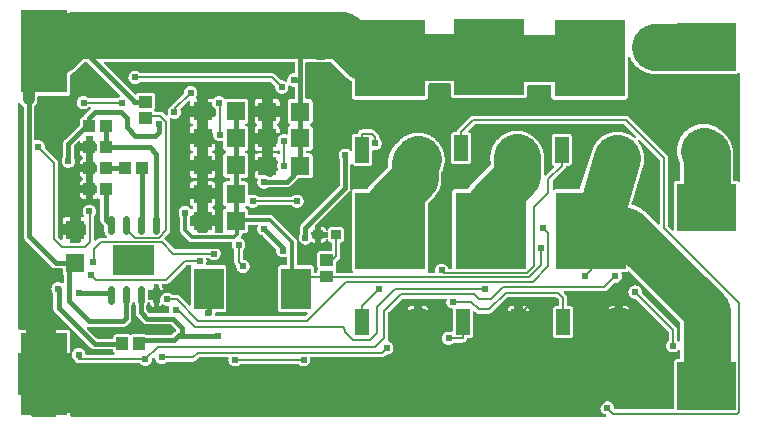
<source format=gtl>
G04 Created by GerbView*
%FSLAX26Y26*%
%MOIN*%
G75*
%ADD10C,0.0010*%
%ADD11C,0.1574*%
%ADD12C,0.0078*%
%ADD13C,0.0157*%
%ADD14C,0.0118*%
%ADD15C,0.0393*%
%ADD16C,0.0196*%
%ADD17C,0.0236*%
%ADD18R,0.1574X0.2755*%
%ADD19R,0.0393X0.0433*%
%ADD20R,0.0984X0.1377*%
%ADD21R,0.0630X0.0630*%
%ADD22R,0.0472X0.0866*%
%ADD23R,0.2361X0.2559*%
%ADD24R,0.2362X0.2559*%
%ADD25C,0.0708*%
%ADD26C,0.0244*%
%ADD27C,0.0243*%
%LNEXPORT*%
D02*
D10*
G36*
X15236Y1057204D02*
X14566Y1057244D01*
X14015Y1057204D01*
X13464Y1057086D01*
X12913Y1056889D01*
X12401Y1056614D01*
X11968Y1056259D01*
X11574Y1055866D01*
X11220Y1055393D01*
X10944Y1054921D01*
X10748Y1054370D01*
X10629Y1053818D01*
X10590Y1053228D01*
Y304763D01*
X10629Y304212D01*
X10748Y303661D01*
X10944Y303110D01*
X11220Y302598D01*
X11574Y302165D01*
X11968Y301771D01*
X12401Y301417D01*
X12913Y301141D01*
X13464Y300944D01*
X14015Y300826D01*
X14566Y300787D01*
X15078D01*
X16299Y300866D01*
X53149D01*
Y224370D01*
X14566D01*
X14015Y224330D01*
X13464Y224212D01*
X12913Y224015D01*
X12401Y223740D01*
X11968Y223385D01*
X11574Y222992D01*
X11220Y222559D01*
X10944Y222047D01*
X10748Y221496D01*
X10629Y220944D01*
X10590Y220393D01*
Y85590D01*
X10629Y85000D01*
X10748Y84448D01*
X10944Y83937D01*
X11220Y83425D01*
X11574Y82952D01*
X11968Y82559D01*
X12401Y82204D01*
X12913Y81929D01*
X13464Y81732D01*
X14015Y81614D01*
X14566Y81574D01*
X53149D01*
Y14566D01*
X53188Y14015D01*
X53307Y13464D01*
X53503Y12913D01*
X53779Y12401D01*
X54094Y11968D01*
X54527Y11574D01*
X54960Y11220D01*
X55472Y10944D01*
X55984Y10748D01*
X56574Y10629D01*
X57125Y10590D01*
X132834D01*
X133385Y10629D01*
X133976Y10748D01*
X134488Y10944D01*
X135000Y11220D01*
X135433Y11574D01*
X135866Y11968D01*
X136181Y12401D01*
X136456Y12913D01*
X136653Y13464D01*
X136771Y14015D01*
X136811Y14566D01*
Y81574D01*
X183779D01*
Y14566D01*
X183818Y14015D01*
X183937Y13464D01*
X184133Y12913D01*
X184409Y12401D01*
X184763Y11968D01*
X185157Y11574D01*
X185590Y11220D01*
X186102Y10944D01*
X186653Y10748D01*
X187204Y10629D01*
X187755Y10590D01*
X1966220D01*
X1966811Y10629D01*
X1967362Y10748D01*
X1967913Y10944D01*
X1968385Y11220D01*
X1968858Y11574D01*
X1969251Y11968D01*
X1969606Y12401D01*
X1969881Y12913D01*
X1970078Y13464D01*
X1970196Y14015D01*
X1970236Y14566D01*
X1970196Y15157D01*
X1970078Y15708D01*
X1969881Y16220D01*
X1969606Y16732D01*
X1969251Y17204D01*
X1968858Y17598D01*
X1968425Y17952D01*
X1967913Y18228D01*
X1967401Y18425D01*
X1966102Y18858D01*
X1964842Y19330D01*
X1963622Y19921D01*
X1962401Y20590D01*
X1961259Y21299D01*
X1960157Y22125D01*
X1959133Y22992D01*
X1958110Y23897D01*
X1957165Y24881D01*
X1956299Y25905D01*
X1955472Y27007D01*
X1954763Y28149D01*
X1954055Y29330D01*
X1953464Y30551D01*
X1952952Y31811D01*
X1952519Y33070D01*
X1952125Y34409D01*
X1951850Y35708D01*
X1951653Y37086D01*
X1951535Y38425D01*
X1951456Y39763D01*
X1951535Y41141D01*
X1951653Y42480D01*
X1951850Y43818D01*
X1952125Y45118D01*
X1952480Y46417D01*
X1952913Y47677D01*
X1953425Y48937D01*
X1954015Y50157D01*
X1954685Y51338D01*
X1955433Y52440D01*
X1956220Y53543D01*
X1957086Y54566D01*
X1957992Y55551D01*
X1958976Y56456D01*
X1960039Y57322D01*
X1961102Y58149D01*
X1962244Y58858D01*
X1963425Y59527D01*
X1964645Y60118D01*
X1965866Y60629D01*
X1967125Y61062D01*
X1968425Y61456D01*
X1969763Y61732D01*
X1971102Y61929D01*
X1972440Y62047D01*
X1973779Y62086D01*
X1975118Y62047D01*
X1976456Y61929D01*
X1977795Y61732D01*
X1979133Y61456D01*
X1980433Y61062D01*
X1981692Y60629D01*
X1982952Y60118D01*
X1984133Y59527D01*
X1985314Y58858D01*
X1986456Y58149D01*
X1987519Y57322D01*
X1988582Y56456D01*
X1989566Y55551D01*
X1990472Y54566D01*
X1991338Y53543D01*
X1992125Y52440D01*
X1992874Y51338D01*
X1993543Y50157D01*
X1994133Y48937D01*
X1994645Y47677D01*
X1995078Y46417D01*
X1995433Y45118D01*
X1995708Y43818D01*
X1995905Y42480D01*
X1996062Y41141D01*
X1996102Y39763D01*
X1996062Y39212D01*
Y39133D01*
X1996102Y38543D01*
X1996220Y37992D01*
X1996456Y37440D01*
X1996692Y36968D01*
X1997047Y36496D01*
X1997440Y36102D01*
X1997913Y35748D01*
X1998425Y35472D01*
X1998937Y35275D01*
X1999488Y35157D01*
X2000078Y35118D01*
X2192480D01*
X2193031Y35157D01*
X2193622Y35275D01*
X2194133Y35472D01*
X2194645Y35748D01*
X2195118Y36102D01*
X2195511Y36496D01*
X2195826Y36968D01*
X2196102Y37440D01*
X2196299Y37992D01*
X2196456Y38543D01*
X2196496Y39133D01*
Y191692D01*
X2196535Y192598D01*
X2196653Y193543D01*
X2196850Y194448D01*
X2197165Y195314D01*
X2197519Y196181D01*
X2197992Y197007D01*
X2198503Y197755D01*
X2199133Y198503D01*
X2199763Y199133D01*
X2200511Y199724D01*
X2201259Y200275D01*
X2202086Y200708D01*
X2202913Y201102D01*
X2203818Y201377D01*
X2204724Y201614D01*
X2205629Y201732D01*
X2206574Y201771D01*
X2212125D01*
X2212716Y201811D01*
X2213267Y201929D01*
X2213818Y202125D01*
X2214291Y202401D01*
X2214763Y202755D01*
X2215157Y203149D01*
X2215511Y203622D01*
X2215787Y204133D01*
X2215984Y204645D01*
X2216102Y205196D01*
X2216141Y205787D01*
Y229055D01*
X2216102Y229645D01*
X2215984Y230196D01*
X2215787Y230708D01*
X2215511Y231220D01*
X2215157Y231692D01*
X2214763Y232086D01*
X2214291Y232440D01*
X2213818Y232716D01*
X2213267Y232913D01*
X2212716Y233031D01*
X2212125Y233070D01*
X2211496Y232992D01*
X2210866Y232834D01*
X2210236Y232598D01*
X2209685Y232244D01*
X2208228Y230787D01*
X2207165Y229842D01*
X2206062Y228976D01*
X2204881Y228188D01*
X2203700Y227480D01*
X2202440Y226811D01*
X2201141Y226259D01*
X2199803Y225787D01*
X2198464Y225393D01*
X2197086Y225078D01*
X2195708Y224842D01*
X2194291Y224724D01*
X2192874Y224685D01*
X2191535Y224724D01*
X2190196Y224842D01*
X2188858Y225039D01*
X2187559Y225314D01*
X2186259Y225669D01*
X2184960Y226141D01*
X2183740Y226653D01*
X2182519Y227244D01*
X2181338Y227874D01*
X2180196Y228622D01*
X2179133Y229409D01*
X2178070Y230275D01*
X2177125Y231220D01*
X2176181Y232204D01*
X2175314Y233228D01*
X2174527Y234291D01*
X2173779Y235433D01*
X2173149Y236614D01*
X2172559Y237834D01*
X2172007Y239055D01*
X2171574Y240354D01*
X2171220Y241653D01*
X2170944Y242952D01*
X2170748Y244291D01*
X2170629Y245629D01*
X2170590Y246968D01*
X2170629Y248385D01*
X2170748Y249763D01*
X2170984Y251141D01*
X2171259Y252519D01*
X2171653Y253858D01*
X2172125Y255157D01*
X2172677Y256456D01*
X2173307Y257716D01*
X2174015Y258897D01*
X2174803Y260078D01*
X2175669Y261181D01*
X2176614Y262244D01*
X2177598Y263228D01*
X2178031Y263700D01*
X2178385Y264251D01*
X2178622Y264842D01*
X2178779Y265472D01*
X2178858Y266141D01*
Y292519D01*
X2178779Y293149D01*
X2178661Y293740D01*
X2178425Y294330D01*
X2178070Y294881D01*
X2177677Y295354D01*
X2070590Y402519D01*
X2070118Y402913D01*
X2069566Y403267D01*
X2068976Y403503D01*
X2068385Y403622D01*
X2067755Y403700D01*
X2067637D01*
X2066968Y403661D01*
X2065629Y403700D01*
X2064291Y403818D01*
X2062952Y404055D01*
X2061653Y404330D01*
X2060354Y404685D01*
X2059055Y405118D01*
X2057834Y405629D01*
X2056614Y406220D01*
X2055433Y406889D01*
X2054291Y407637D01*
X2053228Y408425D01*
X2052204Y409291D01*
X2051220Y410196D01*
X2050275Y411181D01*
X2049409Y412204D01*
X2048622Y413307D01*
X2047874Y414448D01*
X2047244Y415629D01*
X2046653Y416811D01*
X2046141Y418070D01*
X2045669Y419330D01*
X2045314Y420629D01*
X2045039Y421968D01*
X2044842Y423307D01*
X2044724Y424645D01*
X2044685Y425984D01*
X2044724Y427322D01*
X2044842Y428661D01*
X2045039Y430000D01*
X2045314Y431299D01*
X2045669Y432598D01*
X2046141Y433897D01*
X2046653Y435118D01*
X2047244Y436338D01*
X2047874Y437519D01*
X2048622Y438661D01*
X2049409Y439724D01*
X2050275Y440787D01*
X2051220Y441771D01*
X2052204Y442677D01*
X2053228Y443543D01*
X2054291Y444330D01*
X2055433Y445078D01*
X2056614Y445748D01*
X2057834Y446338D01*
X2059055Y446850D01*
X2060354Y447283D01*
X2061653Y447637D01*
X2062952Y447913D01*
X2064291Y448110D01*
X2065629Y448228D01*
X2066968Y448267D01*
X2068346Y448228D01*
X2069685Y448110D01*
X2070984Y447913D01*
X2072322Y447637D01*
X2073622Y447283D01*
X2074881Y446850D01*
X2076141Y446338D01*
X2077362Y445748D01*
X2078503Y445078D01*
X2079645Y444330D01*
X2080748Y443543D01*
X2081771Y442677D01*
X2082755Y441771D01*
X2083661Y440787D01*
X2084527Y439724D01*
X2085354Y438661D01*
X2086062Y437519D01*
X2086732Y436338D01*
X2087322Y435118D01*
X2087834Y433897D01*
X2088267Y432598D01*
X2088622Y431299D01*
X2088937Y430000D01*
X2089133Y428661D01*
X2089251Y427322D01*
X2089291Y425984D01*
Y425196D01*
X2089330Y424566D01*
X2089488Y423937D01*
X2089724Y423385D01*
X2090039Y422834D01*
X2090433Y422362D01*
X2202795Y309921D01*
X2203543Y309094D01*
X2204251Y308228D01*
X2204842Y307322D01*
X2205393Y306338D01*
X2205866Y305354D01*
X2206220Y304330D01*
X2206535Y303267D01*
X2206732Y302165D01*
X2206889Y301062D01*
X2206929Y299960D01*
Y266141D01*
X2206968Y265472D01*
X2207125Y264842D01*
X2207401Y264251D01*
X2207755Y263700D01*
X2208188Y263228D01*
X2209212Y262165D01*
X2209685Y261732D01*
X2210236Y261377D01*
X2210866Y261102D01*
X2211496Y260944D01*
X2212125Y260905D01*
X2212716Y260944D01*
X2213267Y261062D01*
X2213818Y261259D01*
X2214291Y261535D01*
X2214763Y261889D01*
X2215157Y262283D01*
X2215511Y262716D01*
X2215787Y263228D01*
X2215984Y263779D01*
X2216102Y264330D01*
X2216141Y264881D01*
Y324527D01*
X2216102Y325157D01*
X2215944Y325748D01*
X2215708Y326338D01*
X2215393Y326889D01*
X2214960Y327362D01*
X2048661Y493661D01*
X2048188Y494055D01*
X2047677Y494370D01*
X2047086Y494606D01*
X2046496Y494763D01*
X2045866Y494803D01*
X2045275Y494763D01*
X2044685Y494645D01*
X2044173Y494448D01*
X2043661Y494133D01*
X2042795Y493661D01*
X2041929Y493228D01*
X2040984Y492913D01*
X2040039Y492677D01*
X2039055Y492519D01*
X2038070Y492480D01*
X2024921D01*
X2024370Y492440D01*
X2023818Y492322D01*
X2023267Y492125D01*
X2022755Y491850D01*
X2022322Y491496D01*
X2021889Y491102D01*
X2021574Y490629D01*
X2021299Y490157D01*
X2021102Y489606D01*
X2020984Y489055D01*
X2020944Y488464D01*
X2020984Y487716D01*
X2021220Y487007D01*
X2021692Y485669D01*
X2022086Y484330D01*
X2022401Y482952D01*
X2022598Y481574D01*
X2022755Y480196D01*
X2022795Y478779D01*
X2022755Y477440D01*
X2022637Y476102D01*
X2022401Y474763D01*
X2022125Y473425D01*
X2021771Y472125D01*
X2021338Y470866D01*
X2020826Y469645D01*
X2020236Y468425D01*
X2019566Y467244D01*
X2018818Y466102D01*
X2018031Y465039D01*
X2017165Y463976D01*
X2016259Y462992D01*
X2015275Y462086D01*
X2014251Y461220D01*
X2013149Y460433D01*
X2012007Y459685D01*
X2010826Y459015D01*
X2009645Y458425D01*
X2008385Y457913D01*
X2007125Y457480D01*
X2005826Y457125D01*
X2004488Y456850D01*
X2003149Y456653D01*
X2001811Y456535D01*
X2000472Y456456D01*
X1999803Y456496D01*
X1999685D01*
X1999055Y456456D01*
X1998464Y456299D01*
X1997874Y456062D01*
X1997362Y455708D01*
X1996850Y455314D01*
X1974606Y433070D01*
X1973779Y432322D01*
X1972913Y431614D01*
X1972007Y431023D01*
X1971062Y430472D01*
X1970039Y430000D01*
X1969015Y429645D01*
X1967952Y429330D01*
X1966889Y429133D01*
X1965787Y428976D01*
X1964685Y428937D01*
X1833543D01*
X1832952Y428897D01*
X1832401Y428779D01*
X1831850Y428582D01*
X1831377Y428307D01*
X1830905Y427952D01*
X1830511Y427559D01*
X1830157Y427086D01*
X1829881Y426614D01*
X1829685Y426062D01*
X1829566Y425511D01*
X1829527Y424960D01*
X1829566Y424330D01*
X1829724Y423700D01*
X1829960Y423110D01*
X1830275Y422598D01*
X1830708Y422125D01*
X1836889Y415905D01*
X1837637Y415078D01*
X1838346Y414212D01*
X1838937Y413307D01*
X1839488Y412362D01*
X1839960Y411338D01*
X1840314Y410314D01*
X1840629Y409251D01*
X1840826Y408188D01*
X1840984Y407086D01*
X1841023Y405984D01*
Y382795D01*
X1841062Y382204D01*
X1841181Y381653D01*
X1841377Y381102D01*
X1841653Y380629D01*
X1842007Y380157D01*
X1842401Y379763D01*
X1842874Y379409D01*
X1843346Y379133D01*
X1843897Y378937D01*
X1844448Y378818D01*
X1845000Y378779D01*
X1850590D01*
X1851496Y378740D01*
X1852440Y378622D01*
X1853346Y378385D01*
X1854212Y378110D01*
X1855078Y377716D01*
X1855905Y377283D01*
X1856653Y376732D01*
X1857401Y376141D01*
X1858031Y375472D01*
X1858622Y374763D01*
X1859173Y374015D01*
X1859606Y373188D01*
X1860000Y372322D01*
X1860275Y371456D01*
X1860511Y370551D01*
X1860629Y369606D01*
X1860669Y368661D01*
Y282086D01*
X1860629Y281141D01*
X1860511Y280236D01*
X1860275Y279330D01*
X1860000Y278425D01*
X1859606Y277559D01*
X1859173Y276771D01*
X1858622Y275984D01*
X1858031Y275275D01*
X1857401Y274606D01*
X1856653Y274015D01*
X1855905Y273503D01*
X1855078Y273031D01*
X1854212Y272677D01*
X1853346Y272362D01*
X1852440Y272165D01*
X1851496Y272007D01*
X1850590Y271968D01*
X1803385D01*
X1802440Y272007D01*
X1801535Y272165D01*
X1800629Y272362D01*
X1799724Y272677D01*
X1798897Y273031D01*
X1798070Y273503D01*
X1797283Y274015D01*
X1796574Y274606D01*
X1795905Y275275D01*
X1795314Y275984D01*
X1794803Y276771D01*
X1794330Y277559D01*
X1793976Y278425D01*
X1793661Y279330D01*
X1793464Y280236D01*
X1793307Y281141D01*
X1793267Y282086D01*
Y368661D01*
X1793307Y369606D01*
X1793464Y370551D01*
X1793661Y371456D01*
X1793976Y372322D01*
X1794330Y373188D01*
X1794803Y374015D01*
X1795314Y374763D01*
X1795905Y375472D01*
X1796574Y376141D01*
X1797283Y376732D01*
X1798070Y377283D01*
X1798897Y377716D01*
X1799724Y378110D01*
X1800629Y378385D01*
X1801535Y378622D01*
X1802440Y378740D01*
X1803385Y378779D01*
X1808937D01*
X1809527Y378818D01*
X1810078Y378937D01*
X1810590Y379133D01*
X1811102Y379409D01*
X1811574Y379763D01*
X1811968Y380157D01*
X1812322Y380629D01*
X1812598Y381102D01*
X1812795Y381653D01*
X1812913Y382204D01*
X1812952Y382795D01*
Y398503D01*
X1812913Y399133D01*
X1812755Y399763D01*
X1812519Y400314D01*
X1812165Y400866D01*
X1811771Y401338D01*
X1805354Y407755D01*
X1804842Y408188D01*
X1804330Y408503D01*
X1803740Y408740D01*
X1803149Y408897D01*
X1802519Y408937D01*
X1642440D01*
X1641811Y408897D01*
X1641220Y408740D01*
X1640629Y408503D01*
X1640118Y408188D01*
X1639606Y407755D01*
X1589921Y358070D01*
X1589094Y357322D01*
X1588228Y356614D01*
X1587322Y356023D01*
X1586338Y355472D01*
X1585354Y355000D01*
X1584330Y354645D01*
X1583267Y354330D01*
X1582165Y354133D01*
X1581062Y353976D01*
X1580000Y353937D01*
X1545000D01*
X1543897Y353976D01*
X1542795Y354133D01*
X1541692Y354330D01*
X1540629Y354645D01*
X1539606Y355000D01*
X1538622Y355472D01*
X1537637Y356023D01*
X1536732Y356614D01*
X1535866Y357322D01*
X1535039Y358070D01*
X1532519Y360590D01*
X1532047Y361023D01*
X1531496Y361338D01*
X1530905Y361574D01*
X1530314Y361732D01*
X1529685Y361771D01*
X1529094Y361732D01*
X1528543Y361614D01*
X1528031Y361417D01*
X1527519Y361141D01*
X1527047Y360787D01*
X1526653Y360393D01*
X1526299Y359921D01*
X1526023Y359448D01*
X1525826Y358897D01*
X1525708Y358346D01*
X1525669Y357755D01*
Y282086D01*
X1525629Y281141D01*
X1525511Y280236D01*
X1525275Y279330D01*
X1525000Y278425D01*
X1524606Y277559D01*
X1524173Y276771D01*
X1523622Y275984D01*
X1523031Y275275D01*
X1522401Y274606D01*
X1521653Y274015D01*
X1520905Y273503D01*
X1520078Y273031D01*
X1519212Y272677D01*
X1518346Y272362D01*
X1517440Y272165D01*
X1516496Y272007D01*
X1515590Y271968D01*
X1509606D01*
X1509015Y271929D01*
X1508425Y271811D01*
X1507874Y271574D01*
X1507322Y271259D01*
X1506889Y270905D01*
X1506456Y270433D01*
X1506141Y269960D01*
X1505866Y269409D01*
X1505708Y268818D01*
X1505433Y267795D01*
X1505118Y266811D01*
X1504685Y265826D01*
X1504212Y264881D01*
X1503661Y263976D01*
X1503031Y263110D01*
X1501614Y261535D01*
X1500787Y260866D01*
X1499960Y260236D01*
X1499055Y259645D01*
X1498110Y259173D01*
X1497165Y258740D01*
X1496141Y258385D01*
X1495118Y258110D01*
X1494094Y257913D01*
X1493031Y257795D01*
X1491968Y257755D01*
X1464133D01*
X1463464Y257677D01*
X1462834Y257519D01*
X1462244Y257283D01*
X1461692Y256929D01*
X1461220Y256496D01*
X1460236Y255511D01*
X1459173Y254566D01*
X1458070Y253700D01*
X1456929Y252952D01*
X1455708Y252204D01*
X1454448Y251574D01*
X1453188Y251023D01*
X1451850Y250551D01*
X1450511Y250157D01*
X1449133Y249881D01*
X1447755Y249645D01*
X1446377Y249527D01*
X1445000Y249488D01*
X1443622Y249527D01*
X1442283Y249645D01*
X1440944Y249842D01*
X1439645Y250118D01*
X1438346Y250472D01*
X1437086Y250905D01*
X1435826Y251456D01*
X1434606Y252047D01*
X1433425Y252677D01*
X1432322Y253425D01*
X1431220Y254212D01*
X1430196Y255078D01*
X1429212Y256023D01*
X1428267Y257007D01*
X1427440Y258031D01*
X1426614Y259094D01*
X1425905Y260236D01*
X1425236Y261417D01*
X1424645Y262637D01*
X1424133Y263858D01*
X1423700Y265157D01*
X1423307Y266456D01*
X1423031Y267755D01*
X1422834Y269094D01*
X1422716Y270433D01*
X1422677Y271771D01*
X1422716Y273110D01*
X1422834Y274488D01*
X1423031Y275787D01*
X1423307Y277125D01*
X1423700Y278425D01*
X1424133Y279685D01*
X1424645Y280944D01*
X1425236Y282165D01*
X1425905Y283307D01*
X1426614Y284448D01*
X1427440Y285551D01*
X1428267Y286574D01*
X1429212Y287559D01*
X1430196Y288464D01*
X1431220Y289330D01*
X1432322Y290118D01*
X1433425Y290866D01*
X1434606Y291535D01*
X1435826Y292125D01*
X1437086Y292637D01*
X1438346Y293070D01*
X1439645Y293425D01*
X1440944Y293700D01*
X1442283Y293937D01*
X1443622Y294055D01*
X1445000Y294094D01*
X1446338Y294055D01*
X1447677Y293937D01*
X1448976Y293740D01*
X1450314Y293425D01*
X1451614Y293070D01*
X1452874Y292637D01*
X1453543Y292440D01*
X1454291Y292401D01*
X1454842Y292440D01*
X1455393Y292559D01*
X1455944Y292755D01*
X1456456Y293031D01*
X1456889Y293346D01*
X1457322Y293779D01*
X1457637Y294212D01*
X1457913Y294724D01*
X1458110Y295275D01*
X1458228Y295826D01*
X1458267Y296377D01*
Y367283D01*
X1458228Y367913D01*
X1458110Y368503D01*
X1457874Y369055D01*
X1457598Y369566D01*
X1457204Y370039D01*
X1456771Y370433D01*
X1456259Y370787D01*
X1455708Y371023D01*
X1455157Y371220D01*
X1453818Y371535D01*
X1452519Y371968D01*
X1451220Y372480D01*
X1450000Y373031D01*
X1448779Y373700D01*
X1447637Y374409D01*
X1446496Y375196D01*
X1445433Y376062D01*
X1444409Y377007D01*
X1443464Y377992D01*
X1442598Y379015D01*
X1441771Y380118D01*
X1440984Y381259D01*
X1440314Y382440D01*
X1439724Y383661D01*
X1439173Y384921D01*
X1438740Y386220D01*
X1438346Y387559D01*
X1438070Y388897D01*
X1437834Y390236D01*
X1437716Y391614D01*
X1437677Y392992D01*
X1437716Y394488D01*
X1437874Y395944D01*
X1438110Y397440D01*
X1438464Y398897D01*
X1438622Y399960D01*
X1438582Y400511D01*
X1438464Y401062D01*
X1438267Y401614D01*
X1437992Y402086D01*
X1437637Y402559D01*
X1437244Y402952D01*
X1436771Y403307D01*
X1436259Y403582D01*
X1435748Y403779D01*
X1435196Y403897D01*
X1434606Y403937D01*
X1292440D01*
X1291811Y403897D01*
X1291220Y403740D01*
X1290629Y403503D01*
X1290118Y403188D01*
X1289606Y402755D01*
X1245196Y358346D01*
X1244763Y357874D01*
X1244448Y357322D01*
X1244212Y356732D01*
X1244055Y356141D01*
X1244015Y355511D01*
Y272992D01*
X1243976Y271732D01*
X1243779Y270511D01*
X1243503Y269291D01*
X1243149Y268070D01*
X1242637Y266929D01*
X1242440Y266377D01*
X1242322Y265787D01*
X1242244Y265196D01*
X1242283Y264645D01*
X1242440Y264094D01*
X1242637Y263543D01*
X1242913Y263031D01*
X1243267Y262559D01*
X1243661Y262165D01*
X1244133Y261811D01*
X1244645Y261574D01*
X1245196Y261377D01*
X1246496Y260944D01*
X1247795Y260472D01*
X1249055Y259881D01*
X1250275Y259251D01*
X1251417Y258503D01*
X1252559Y257716D01*
X1253622Y256850D01*
X1254645Y255944D01*
X1255629Y254960D01*
X1256535Y253897D01*
X1257362Y252795D01*
X1258110Y251653D01*
X1258818Y250472D01*
X1259409Y249251D01*
X1259960Y247952D01*
X1260433Y246653D01*
X1260787Y245354D01*
X1261102Y243976D01*
X1261299Y242637D01*
X1261456Y241259D01*
X1261496Y239881D01*
X1261456Y238543D01*
X1261338Y237204D01*
X1261102Y235866D01*
X1260826Y234527D01*
X1260472Y233228D01*
X1260039Y231968D01*
X1259527Y230708D01*
X1258937Y229527D01*
X1258267Y228346D01*
X1257519Y227204D01*
X1256732Y226141D01*
X1255866Y225078D01*
X1254960Y224094D01*
X1253976Y223188D01*
X1252952Y222322D01*
X1251850Y221535D01*
X1250708Y220787D01*
X1249527Y220118D01*
X1248346Y219527D01*
X1247086Y219015D01*
X1245826Y218582D01*
X1244527Y218228D01*
X1243188Y217952D01*
X1241850Y217755D01*
X1240511Y217598D01*
X1239173Y217559D01*
X1238503Y217598D01*
X1238385D01*
X1237755Y217519D01*
X1237165Y217401D01*
X1236574Y217165D01*
X1236062Y216811D01*
X1235551Y216417D01*
X1233425Y214251D01*
X1232598Y213503D01*
X1231732Y212834D01*
X1230826Y212204D01*
X1229842Y211653D01*
X1228858Y211220D01*
X1227834Y210826D01*
X1226771Y210511D01*
X1225669Y210314D01*
X1224566Y210196D01*
X1223464Y210157D01*
X988031D01*
X987480Y210118D01*
X986929Y210000D01*
X986377Y209763D01*
X985866Y209527D01*
X985433Y209173D01*
X985039Y208779D01*
X984685Y208307D01*
X984409Y207795D01*
X984212Y207283D01*
X984094Y206692D01*
X984055Y206141D01*
X984133Y205275D01*
X984448Y203661D01*
X984606Y202007D01*
X984685Y200393D01*
X984645Y199015D01*
X984527Y197677D01*
X984330Y196377D01*
X984055Y195039D01*
X983661Y193740D01*
X983228Y192480D01*
X982716Y191220D01*
X982125Y190000D01*
X981456Y188858D01*
X980748Y187716D01*
X979921Y186614D01*
X979094Y185590D01*
X978149Y184606D01*
X977165Y183700D01*
X976141Y182834D01*
X975039Y182007D01*
X973937Y181299D01*
X972755Y180629D01*
X971535Y180039D01*
X970275Y179527D01*
X969015Y179094D01*
X967716Y178740D01*
X966417Y178425D01*
X965078Y178228D01*
X963740Y178110D01*
X962362Y178070D01*
X960984Y178110D01*
X959606Y178267D01*
X958228Y178464D01*
X956850Y178779D01*
X955511Y179173D01*
X954173Y179645D01*
X952913Y180196D01*
X951653Y180826D01*
X950433Y181535D01*
X949291Y182322D01*
X948188Y183188D01*
X947125Y184094D01*
X946141Y185078D01*
X945669Y185511D01*
X945118Y185866D01*
X944527Y186141D01*
X943897Y186299D01*
X943228Y186338D01*
X752637D01*
X751968Y186299D01*
X751338Y186141D01*
X750748Y185866D01*
X750196Y185511D01*
X749724Y185078D01*
X748740Y184094D01*
X747677Y183188D01*
X746574Y182322D01*
X745393Y181535D01*
X744212Y180826D01*
X742952Y180196D01*
X741692Y179645D01*
X740354Y179173D01*
X739015Y178779D01*
X737637Y178464D01*
X736259Y178267D01*
X734881Y178110D01*
X733464Y178070D01*
X732125Y178110D01*
X730787Y178228D01*
X729448Y178425D01*
X728149Y178740D01*
X726850Y179094D01*
X725551Y179527D01*
X724330Y180039D01*
X723110Y180629D01*
X721929Y181299D01*
X720826Y182007D01*
X719724Y182834D01*
X718700Y183700D01*
X717716Y184606D01*
X716771Y185590D01*
X715905Y186614D01*
X715118Y187716D01*
X714409Y188858D01*
X713740Y190000D01*
X713149Y191220D01*
X712637Y192480D01*
X712204Y193740D01*
X711811Y195039D01*
X711535Y196377D01*
X711338Y197677D01*
X711220Y199015D01*
X711181Y200393D01*
X711220Y202007D01*
X711417Y203661D01*
X711732Y205275D01*
X711811Y206141D01*
X711771Y206692D01*
X711653Y207283D01*
X711456Y207795D01*
X711181Y208307D01*
X710826Y208779D01*
X710433Y209173D01*
X709960Y209527D01*
X709488Y209763D01*
X708937Y210000D01*
X708385Y210118D01*
X707795Y210157D01*
X617165D01*
X616535Y210078D01*
X615905Y209960D01*
X615354Y209724D01*
X614803Y209370D01*
X614330Y208976D01*
X603503Y198149D01*
X602677Y197401D01*
X601850Y196732D01*
X600905Y196102D01*
X599960Y195590D01*
X598937Y195118D01*
X597913Y194724D01*
X596850Y194448D01*
X595787Y194212D01*
X594685Y194094D01*
X593582Y194055D01*
X507992D01*
X507362Y193976D01*
X506732Y193818D01*
X506141Y193582D01*
X505590Y193228D01*
X505078Y192795D01*
X504094Y191811D01*
X503031Y190866D01*
X501929Y190000D01*
X500787Y189212D01*
X499566Y188503D01*
X498346Y187874D01*
X497047Y187322D01*
X495748Y186850D01*
X494370Y186456D01*
X493031Y186141D01*
X491653Y185944D01*
X490236Y185787D01*
X488858Y185748D01*
X487440Y185787D01*
X486102Y185944D01*
X484724Y186141D01*
X483385Y186417D01*
X482047Y186811D01*
X480748Y187283D01*
X479488Y187834D01*
X478228Y188425D01*
X477047Y189133D01*
X475905Y189881D01*
X474803Y190748D01*
X473740Y191614D01*
X472755Y192598D01*
X471850Y193622D01*
X470984Y194685D01*
X470196Y195826D01*
X469448Y197007D01*
X468818Y198228D01*
X468267Y199488D01*
X467755Y200787D01*
X467362Y202086D01*
X467007Y203425D01*
X466771Y204803D01*
X466653Y205354D01*
X466456Y205866D01*
X466181Y206377D01*
X465826Y206850D01*
X465433Y207244D01*
X464960Y207598D01*
X464488Y207834D01*
X463937Y208031D01*
X463385Y208188D01*
X462834Y208228D01*
X462204Y208149D01*
X461574Y208031D01*
X460984Y207755D01*
X460472Y207440D01*
X460000Y207047D01*
X457874Y204921D01*
X457440Y204448D01*
X457125Y203897D01*
X456889Y203346D01*
X456732Y202755D01*
X456692Y202125D01*
X456614Y200787D01*
X456496Y199448D01*
X456259Y198149D01*
X455984Y196811D01*
X455629Y195551D01*
X455157Y194291D01*
X454645Y193070D01*
X454055Y191850D01*
X453385Y190708D01*
X452637Y189566D01*
X451850Y188503D01*
X450984Y187480D01*
X450078Y186535D01*
X449094Y185590D01*
X448031Y184763D01*
X446968Y183976D01*
X445826Y183228D01*
X444685Y182598D01*
X443464Y182007D01*
X442244Y181496D01*
X440984Y181062D01*
X439685Y180708D01*
X438385Y180433D01*
X437047Y180236D01*
X435708Y180118D01*
X434370Y180078D01*
X432992Y180118D01*
X431574Y180236D01*
X430196Y180472D01*
X428818Y180787D01*
X427480Y181181D01*
X426141Y181653D01*
X424881Y182204D01*
X423622Y182834D01*
X422401Y183543D01*
X421259Y184330D01*
X420157Y185196D01*
X419094Y186141D01*
X418110Y187125D01*
X417637Y187559D01*
X417086Y187913D01*
X416456Y188188D01*
X415826Y188346D01*
X415196Y188385D01*
X212125Y188937D01*
X211023Y188976D01*
X209960Y189133D01*
X208858Y189330D01*
X207795Y189645D01*
X206771Y190039D01*
X205787Y190472D01*
X204803Y191023D01*
X203897Y191653D01*
X203031Y192322D01*
X202244Y193070D01*
X201496Y193897D01*
X200787Y194763D01*
X200196Y195669D01*
X199645Y196653D01*
X199212Y197637D01*
X198818Y198661D01*
X198543Y199330D01*
X198110Y199960D01*
X197637Y200472D01*
X196496Y201496D01*
X195472Y202598D01*
X194488Y203779D01*
X193622Y205039D01*
X192795Y206299D01*
X192086Y207677D01*
X191496Y209055D01*
X190984Y210393D01*
X190590Y211732D01*
X190275Y213149D01*
X190039Y214527D01*
X189921Y215944D01*
X189881Y217362D01*
X190039Y219921D01*
Y220393D01*
X190000Y221023D01*
X189842Y221692D01*
X189566Y222283D01*
X189212Y222834D01*
X188740Y223346D01*
X189330Y223543D01*
X189921Y223818D01*
X190393Y224173D01*
X190866Y224645D01*
X191220Y225157D01*
X191496Y225708D01*
X192047Y227007D01*
X192677Y228228D01*
X193425Y229409D01*
X194212Y230590D01*
X195039Y231653D01*
X195984Y232716D01*
X196968Y233700D01*
X198031Y234606D01*
X199133Y235472D01*
X200275Y236259D01*
X201496Y236968D01*
X202716Y237598D01*
X204015Y238149D01*
X205314Y238622D01*
X206653Y238976D01*
X208031Y239291D01*
X209409Y239527D01*
X210787Y239645D01*
X212165Y239685D01*
X213582Y239645D01*
X214960Y239527D01*
X216338Y239291D01*
X217677Y238976D01*
X219015Y238622D01*
X220354Y238149D01*
X221614Y237598D01*
X222874Y236968D01*
X224055Y236259D01*
X225196Y235472D01*
X226299Y234645D01*
X227362Y233740D01*
X228346Y232755D01*
X229291Y231692D01*
X230118Y230629D01*
X230944Y229448D01*
X231653Y228267D01*
X232283Y227047D01*
X232834Y225787D01*
X233346Y224448D01*
X233740Y223149D01*
X234055Y221771D01*
X234291Y220393D01*
X234409Y219842D01*
X234606Y219291D01*
X234881Y218818D01*
X235196Y218346D01*
X235590Y217952D01*
X236062Y217598D01*
X236574Y217322D01*
X237086Y217125D01*
X237677Y217007D01*
X238228Y216929D01*
X328464Y216692D01*
X329015Y216732D01*
X329566Y216850D01*
X330118Y217047D01*
X330629Y217322D01*
X331062Y217677D01*
X331496Y218070D01*
X331811Y218543D01*
X332086Y219055D01*
X332283Y219566D01*
X332401Y220118D01*
X332440Y220708D01*
X332401Y221259D01*
X332283Y221811D01*
X332086Y222362D01*
X331850Y222834D01*
X331496Y223307D01*
X331102Y223700D01*
X330433Y224330D01*
X329842Y225039D01*
X329291Y225826D01*
X328818Y226614D01*
X328425Y227480D01*
X328110Y228346D01*
X327874Y229251D01*
X327755Y230157D01*
X327677Y231102D01*
X327637Y231692D01*
X327480Y232283D01*
X327204Y232874D01*
X326889Y233385D01*
X326496Y233858D01*
X326023Y234251D01*
X325472Y234566D01*
X324921Y234803D01*
X324291Y234960D01*
X323700Y235000D01*
X265000D01*
X263700Y235039D01*
X262440Y235196D01*
X261141Y235433D01*
X259921Y235748D01*
X258700Y236141D01*
X257519Y236614D01*
X256377Y237204D01*
X255275Y237874D01*
X254212Y238582D01*
X253228Y239409D01*
X252283Y240275D01*
X132283Y360275D01*
X131377Y361220D01*
X130590Y362204D01*
X129842Y363267D01*
X129212Y364370D01*
X128622Y365511D01*
X128149Y366692D01*
X127716Y367913D01*
X127401Y369173D01*
X127204Y370433D01*
X127047Y371692D01*
X127007Y372992D01*
Y420826D01*
X126968Y421496D01*
X126771Y422125D01*
X126496Y422755D01*
X126141Y423307D01*
X125354Y424370D01*
X124606Y425511D01*
X123937Y426692D01*
X123307Y427913D01*
X122795Y429173D01*
X122362Y430433D01*
X122007Y431771D01*
X121692Y433070D01*
X121496Y434409D01*
X121377Y435787D01*
X121338Y437125D01*
X121377Y438464D01*
X121496Y439803D01*
X121692Y441141D01*
X121968Y442480D01*
X122362Y443779D01*
X122795Y445039D01*
X123307Y446299D01*
X123897Y447480D01*
X124566Y448661D01*
X125275Y449803D01*
X126062Y450905D01*
X126929Y451929D01*
X127874Y452913D01*
X128858Y453818D01*
X129881Y454685D01*
X130984Y455472D01*
X132086Y456220D01*
X133267Y456889D01*
X134488Y457480D01*
X135748Y457992D01*
X137007Y458425D01*
X138307Y458779D01*
X139606Y459055D01*
X140944Y459291D01*
X142283Y459409D01*
X143622Y459448D01*
X145039Y459409D01*
X146456Y459251D01*
X147834Y459055D01*
X149212Y458740D01*
X150551Y458346D01*
X151889Y457834D01*
X153188Y457283D01*
X154448Y456653D01*
X155669Y455905D01*
X156141Y455669D01*
X156692Y455472D01*
X157244Y455354D01*
X157795Y455275D01*
X158385Y455354D01*
X158937Y455472D01*
X159448Y455669D01*
X159960Y455944D01*
X160433Y456259D01*
X160826Y456692D01*
X161181Y457125D01*
X161456Y457637D01*
X161653Y458149D01*
X161771Y458740D01*
X161811Y459291D01*
Y482086D01*
X161771Y482637D01*
X161653Y483188D01*
X161456Y483740D01*
X161181Y484212D01*
X160826Y484685D01*
X160275Y485393D01*
X159803Y486141D01*
X159370Y486929D01*
X159015Y487755D01*
X158740Y488622D01*
X158543Y489488D01*
X158425Y490393D01*
X158385Y491299D01*
Y500787D01*
X158346Y501377D01*
X158228Y501929D01*
X158031Y502480D01*
X157755Y502952D01*
X157401Y503425D01*
X157007Y503818D01*
X156535Y504173D01*
X156023Y504448D01*
X155511Y504645D01*
X154960Y504763D01*
X154370Y504803D01*
X135196D01*
X133897Y504842D01*
X132637Y505000D01*
X131377Y505236D01*
X130118Y505551D01*
X128897Y505944D01*
X127716Y506417D01*
X126574Y507007D01*
X125472Y507677D01*
X124409Y508385D01*
X123425Y509212D01*
X122480Y510078D01*
X33976Y598582D01*
X33110Y599527D01*
X32283Y600511D01*
X31574Y601574D01*
X30905Y602677D01*
X30314Y603818D01*
X29842Y605000D01*
X29448Y606220D01*
X29133Y607440D01*
X28897Y608740D01*
X28740Y610000D01*
X28700Y611299D01*
Y1040944D01*
X28661Y1041574D01*
X28503Y1042165D01*
X28267Y1042755D01*
X27952Y1043267D01*
X27559Y1043740D01*
X27125Y1044173D01*
X25866Y1045118D01*
X24685Y1046181D01*
X23582Y1047283D01*
X22519Y1048425D01*
X21496Y1049645D01*
X20551Y1050905D01*
X19685Y1052244D01*
X18897Y1053582D01*
X18188Y1055000D01*
X17874Y1055551D01*
X17440Y1056023D01*
X16968Y1056456D01*
X16417Y1056771D01*
X15826Y1057047D01*
X15236Y1057204D01*
G37*
%LPC*%
G36*
X173661Y300866D02*
X136811D01*
Y224370D01*
X184960D01*
X184527Y224842D01*
X184212Y225393D01*
X183976Y225984D01*
X183818Y226574D01*
X183779Y227204D01*
Y290787D01*
X183740Y291692D01*
X183622Y292637D01*
X183385Y293543D01*
X183110Y294409D01*
X182716Y295275D01*
X182283Y296102D01*
X181732Y296850D01*
X181141Y297598D01*
X180472Y298228D01*
X179763Y298858D01*
X179015Y299370D01*
X178188Y299803D01*
X177322Y300196D01*
X176456Y300511D01*
X175551Y300708D01*
X174606Y300826D01*
X173661Y300866D01*
G37*
G36*
X1663661Y301417D02*
X1644291D01*
Y282283D01*
X1644330Y281338D01*
X1644448Y280433D01*
X1644685Y279527D01*
X1644960Y278622D01*
X1645354Y277795D01*
X1645787Y276968D01*
X1646338Y276181D01*
X1646929Y275472D01*
X1647559Y274803D01*
X1648307Y274212D01*
X1649055Y273700D01*
X1649881Y273228D01*
X1650748Y272874D01*
X1651614Y272559D01*
X1652519Y272362D01*
X1653464Y272204D01*
X1654370Y272165D01*
X1663661D01*
Y301417D01*
G37*
G36*
X1328661Y301417D02*
X1309291D01*
Y282283D01*
X1309330Y281338D01*
X1309448Y280433D01*
X1309685Y279527D01*
X1309960Y278622D01*
X1310354Y277795D01*
X1310787Y276968D01*
X1311338Y276181D01*
X1311929Y275472D01*
X1312559Y274803D01*
X1313307Y274212D01*
X1314055Y273700D01*
X1314881Y273228D01*
X1315748Y272874D01*
X1316614Y272559D01*
X1317519Y272362D01*
X1318464Y272204D01*
X1319370Y272165D01*
X1328661D01*
Y301417D01*
G37*
G36*
X1998661Y301417D02*
X1979291D01*
Y282283D01*
X1979330Y281338D01*
X1979448Y280433D01*
X1979685Y279527D01*
X1979960Y278622D01*
X1980354Y277795D01*
X1980787Y276968D01*
X1981338Y276181D01*
X1981929Y275472D01*
X1982559Y274803D01*
X1983307Y274212D01*
X1984055Y273700D01*
X1984881Y273228D01*
X1985748Y272874D01*
X1986614Y272559D01*
X1987519Y272362D01*
X1988464Y272204D01*
X1989370Y272165D01*
X1998661D01*
Y301417D01*
G37*
G36*
X1663661Y378976D02*
X1654370D01*
X1653464Y378937D01*
X1652519Y378818D01*
X1651614Y378582D01*
X1650748Y378307D01*
X1649881Y377913D01*
X1649055Y377480D01*
X1648307Y376929D01*
X1647559Y376338D01*
X1646929Y375669D01*
X1646338Y374960D01*
X1645787Y374212D01*
X1645354Y373385D01*
X1644960Y372519D01*
X1644685Y371653D01*
X1644448Y370748D01*
X1644330Y369803D01*
X1644291Y368897D01*
Y349724D01*
X1663661D01*
Y378976D01*
G37*
G36*
X1998661Y378976D02*
X1989370D01*
X1988464Y378937D01*
X1987519Y378818D01*
X1986614Y378582D01*
X1985748Y378307D01*
X1984881Y377913D01*
X1984055Y377480D01*
X1983307Y376929D01*
X1982559Y376338D01*
X1981929Y375669D01*
X1981338Y374960D01*
X1980787Y374212D01*
X1980354Y373385D01*
X1979960Y372519D01*
X1979685Y371653D01*
X1979448Y370748D01*
X1979330Y369803D01*
X1979291Y368897D01*
Y349724D01*
X1998661D01*
Y378976D01*
G37*
G36*
X1328661Y378976D02*
X1319370D01*
X1318464Y378937D01*
X1317519Y378818D01*
X1316614Y378582D01*
X1315748Y378307D01*
X1314881Y377913D01*
X1314055Y377480D01*
X1313307Y376929D01*
X1312559Y376338D01*
X1311929Y375669D01*
X1311338Y374960D01*
X1310787Y374212D01*
X1310354Y373385D01*
X1309960Y372519D01*
X1309685Y371653D01*
X1309448Y370748D01*
X1309330Y369803D01*
X1309291Y368897D01*
Y349724D01*
X1328661D01*
Y378976D01*
G37*
G36*
X1711692Y301417D02*
X1692283D01*
Y272165D01*
X1701574D01*
X1702519Y272204D01*
X1703425Y272362D01*
X1704330Y272559D01*
X1705236Y272874D01*
X1706062Y273228D01*
X1706889Y273700D01*
X1707677Y274212D01*
X1708384Y274803D01*
X1709055Y275472D01*
X1709645Y276181D01*
X1710157Y276968D01*
X1710629Y277795D01*
X1710984Y278622D01*
X1711299Y279527D01*
X1711496Y280433D01*
X1711653Y281338D01*
X1711692Y282283D01*
Y301417D01*
G37*
G36*
X2046692Y301417D02*
X2027283D01*
Y272165D01*
X2036574D01*
X2037519Y272204D01*
X2038425Y272362D01*
X2039330Y272559D01*
X2040236Y272874D01*
X2041062Y273228D01*
X2041889Y273700D01*
X2042677Y274212D01*
X2043385Y274803D01*
X2044055Y275472D01*
X2044645Y276181D01*
X2045157Y276968D01*
X2045629Y277795D01*
X2045984Y278622D01*
X2046299Y279527D01*
X2046496Y280433D01*
X2046653Y281338D01*
X2046692Y282283D01*
Y301417D01*
G37*
G36*
X1376692Y301417D02*
X1357283D01*
Y272165D01*
X1366574D01*
X1367519Y272204D01*
X1368425Y272362D01*
X1369330Y272559D01*
X1370236Y272874D01*
X1371062Y273228D01*
X1371889Y273700D01*
X1372677Y274212D01*
X1373385Y274803D01*
X1374055Y275472D01*
X1374645Y276181D01*
X1375157Y276968D01*
X1375629Y277795D01*
X1375984Y278622D01*
X1376299Y279527D01*
X1376496Y280433D01*
X1376653Y281338D01*
X1376692Y282283D01*
Y301417D01*
G37*
G36*
X2036574Y378976D02*
X2027283D01*
Y349724D01*
X2046692D01*
Y368897D01*
X2046653Y369803D01*
X2046496Y370748D01*
X2046299Y371653D01*
X2045984Y372519D01*
X2045629Y373385D01*
X2045157Y374212D01*
X2044645Y374960D01*
X2044055Y375669D01*
X2043385Y376338D01*
X2042677Y376929D01*
X2041889Y377480D01*
X2041062Y377913D01*
X2040236Y378307D01*
X2039330Y378582D01*
X2038425Y378818D01*
X2037519Y378937D01*
X2036574Y378976D01*
G37*
G36*
X1366574Y378976D02*
X1357283D01*
Y349724D01*
X1376692D01*
Y368897D01*
X1376653Y369803D01*
X1376496Y370748D01*
X1376299Y371653D01*
X1375984Y372519D01*
X1375629Y373385D01*
X1375157Y374212D01*
X1374645Y374960D01*
X1374055Y375669D01*
X1373385Y376338D01*
X1372677Y376929D01*
X1371889Y377480D01*
X1371062Y377913D01*
X1370236Y378307D01*
X1369330Y378582D01*
X1368425Y378818D01*
X1367519Y378937D01*
X1366574Y378976D01*
G37*
G36*
X1701574Y378976D02*
X1692283D01*
Y349724D01*
X1711692D01*
Y368897D01*
X1711653Y369803D01*
X1711496Y370748D01*
X1711299Y371653D01*
X1710984Y372519D01*
X1710629Y373385D01*
X1710157Y374212D01*
X1709645Y374960D01*
X1709055Y375669D01*
X1708384Y376338D01*
X1707677Y376929D01*
X1706889Y377480D01*
X1706062Y377913D01*
X1705236Y378307D01*
X1704330Y378582D01*
X1703425Y378818D01*
X1702519Y378937D01*
X1701574Y378976D01*
G37*
%LPD*%
G36*
X395551Y393425D02*
X395000Y393503D01*
X394409Y393425D01*
X393818Y393307D01*
X393307Y393110D01*
X392795Y392834D01*
X392322Y392480D01*
X391929Y392047D01*
X391574Y391614D01*
X391299Y391102D01*
X391102Y390551D01*
X390629Y389015D01*
X390039Y387519D01*
X389370Y386062D01*
X388543Y384685D01*
X388228Y384015D01*
X388031Y383307D01*
X387952Y382559D01*
Y337992D01*
X387913Y336692D01*
X387755Y335433D01*
X387559Y334173D01*
X387244Y332913D01*
X386811Y331692D01*
X386338Y330511D01*
X385748Y329370D01*
X385118Y328267D01*
X384370Y327204D01*
X383582Y326220D01*
X382677Y325275D01*
X372677Y315275D01*
X371732Y314409D01*
X370748Y313582D01*
X369685Y312874D01*
X368582Y312204D01*
X367440Y311614D01*
X366259Y311141D01*
X365039Y310748D01*
X363818Y310433D01*
X362519Y310196D01*
X361259Y310039D01*
X360000Y310000D01*
X247677D01*
X246220Y310078D01*
X244763Y310236D01*
X243346Y310551D01*
X242401Y310669D01*
X241811Y310629D01*
X241259Y310511D01*
X240708Y310275D01*
X240236Y310000D01*
X239763Y309685D01*
X239370Y309291D01*
X239015Y308818D01*
X238740Y308307D01*
X238543Y307795D01*
X238425Y307204D01*
X238385Y306653D01*
X238425Y306023D01*
X238582Y305433D01*
X238818Y304842D01*
X239133Y304291D01*
X239566Y303818D01*
X271259Y272125D01*
X271732Y271732D01*
X272283Y271377D01*
X272834Y271141D01*
X273464Y270984D01*
X274094Y270944D01*
X323700D01*
X324291Y270984D01*
X324921Y271141D01*
X325472Y271377D01*
X326023Y271692D01*
X326496Y272086D01*
X326889Y272559D01*
X327204Y273070D01*
X327480Y273661D01*
X327637Y274251D01*
X327677Y274881D01*
X327755Y275787D01*
X327874Y276692D01*
X328110Y277598D01*
X328425Y278464D01*
X328818Y279291D01*
X329251Y280118D01*
X329803Y280866D01*
X330393Y281574D01*
X331062Y282204D01*
X331771Y282795D01*
X332519Y283307D01*
X333346Y283740D01*
X334173Y284133D01*
X335039Y284409D01*
X335944Y284606D01*
X336850Y284724D01*
X337795Y284763D01*
X377086D01*
X378070Y284724D01*
X379055Y284566D01*
X380039Y284330D01*
X380984Y284015D01*
X381889Y283582D01*
X382755Y283031D01*
X383267Y282755D01*
X383818Y282519D01*
X384370Y282401D01*
X385000Y282362D01*
X385590Y282401D01*
X386141Y282519D01*
X386692Y282755D01*
X387204Y283031D01*
X388070Y283582D01*
X388976Y284015D01*
X389921Y284330D01*
X390905Y284566D01*
X391889Y284724D01*
X392874Y284763D01*
X432165D01*
X433346Y284724D01*
X434488Y284527D01*
X435590Y284173D01*
X436259Y284015D01*
X436929Y283937D01*
X521496D01*
X522086Y284015D01*
X522716Y284133D01*
X523307Y284409D01*
X523818Y284724D01*
X524291Y285118D01*
X533228Y294055D01*
X535551Y296338D01*
X535944Y296811D01*
X536259Y297362D01*
X536496Y297952D01*
X536653Y298543D01*
X536692Y299173D01*
X536653Y299803D01*
X536496Y300433D01*
X536259Y300984D01*
X535944Y301535D01*
X535551Y302007D01*
X519921Y317637D01*
X519448Y318031D01*
X518897Y318385D01*
X518307Y318622D01*
X517716Y318740D01*
X517086Y318818D01*
X441181D01*
X439881Y318858D01*
X438622Y318976D01*
X437362Y319212D01*
X436102Y319527D01*
X434881Y319921D01*
X433700Y320433D01*
X432559Y321023D01*
X431456Y321653D01*
X430393Y322401D01*
X429409Y323188D01*
X428464Y324055D01*
X407283Y345275D01*
X406377Y346220D01*
X405590Y347204D01*
X404842Y348267D01*
X404212Y349370D01*
X403622Y350511D01*
X403149Y351692D01*
X402716Y352913D01*
X402401Y354173D01*
X402204Y355433D01*
X402047Y356692D01*
X402007Y357992D01*
Y382559D01*
X401929Y383307D01*
X401732Y384015D01*
X401417Y384685D01*
X400590Y386062D01*
X399921Y387519D01*
X399330Y389015D01*
X398858Y390551D01*
X398661Y391102D01*
X398385Y391614D01*
X398031Y392047D01*
X397637Y392480D01*
X397165Y392834D01*
X396653Y393110D01*
X396141Y393307D01*
X395551Y393425D01*
G37*
G36*
X2047755Y1209881D02*
X2047165Y1209921D01*
X2046614Y1209881D01*
X2046062Y1209724D01*
X2045511Y1209527D01*
X2045000Y1209251D01*
X2044566Y1208937D01*
X2044173Y1208543D01*
X2043818Y1208070D01*
X2043543Y1207559D01*
X2043346Y1207047D01*
X2043228Y1206456D01*
X2043188Y1205905D01*
Y1077598D01*
X2043149Y1076653D01*
X2042992Y1075708D01*
X2042795Y1074803D01*
X2042480Y1073937D01*
X2042125Y1073070D01*
X2041653Y1072244D01*
X2041141Y1071496D01*
X2040551Y1070787D01*
X2039881Y1070118D01*
X2039173Y1069527D01*
X2038385Y1068976D01*
X2037598Y1068543D01*
X2036732Y1068149D01*
X2035826Y1067874D01*
X2034921Y1067637D01*
X2034015Y1067519D01*
X2033070Y1067480D01*
X1796889D01*
X1795944Y1067519D01*
X1795039Y1067637D01*
X1794133Y1067874D01*
X1793228Y1068149D01*
X1792362Y1068543D01*
X1791574Y1068976D01*
X1790787Y1069527D01*
X1790078Y1070118D01*
X1789409Y1070787D01*
X1788818Y1071496D01*
X1788307Y1072244D01*
X1787834Y1073070D01*
X1787480Y1073937D01*
X1787165Y1074803D01*
X1786968Y1075708D01*
X1786811Y1076653D01*
X1786771Y1077598D01*
Y1112755D01*
X1786732Y1113307D01*
X1786614Y1113858D01*
X1786417Y1114409D01*
X1786141Y1114921D01*
X1785787Y1115354D01*
X1785393Y1115748D01*
X1784960Y1116102D01*
X1784448Y1116377D01*
X1783897Y1116574D01*
X1783346Y1116692D01*
X1782795Y1116732D01*
X1712165D01*
X1711614Y1116692D01*
X1711062Y1116574D01*
X1710511Y1116377D01*
X1710000Y1116102D01*
X1709566Y1115748D01*
X1709173Y1115354D01*
X1708818Y1114921D01*
X1708543Y1114409D01*
X1708346Y1113858D01*
X1708228Y1113307D01*
X1708188Y1112755D01*
Y1082598D01*
X1708149Y1081653D01*
X1707992Y1080708D01*
X1707795Y1079803D01*
X1707480Y1078937D01*
X1707125Y1078070D01*
X1706653Y1077244D01*
X1706141Y1076496D01*
X1705551Y1075787D01*
X1704881Y1075118D01*
X1704173Y1074527D01*
X1703384Y1073976D01*
X1702598Y1073543D01*
X1701732Y1073149D01*
X1700826Y1072874D01*
X1699921Y1072637D01*
X1699015Y1072519D01*
X1698070Y1072480D01*
X1461889D01*
X1460944Y1072519D01*
X1460039Y1072637D01*
X1459133Y1072874D01*
X1458228Y1073149D01*
X1457362Y1073543D01*
X1456574Y1073976D01*
X1455787Y1074527D01*
X1455078Y1075118D01*
X1454409Y1075787D01*
X1453818Y1076496D01*
X1453307Y1077244D01*
X1452834Y1078070D01*
X1452480Y1078937D01*
X1452165Y1079803D01*
X1451968Y1080708D01*
X1451811Y1081653D01*
X1451771Y1082598D01*
Y1117755D01*
X1451732Y1118307D01*
X1451614Y1118858D01*
X1451417Y1119409D01*
X1451141Y1119921D01*
X1450787Y1120354D01*
X1450393Y1120748D01*
X1449960Y1121102D01*
X1449448Y1121377D01*
X1448897Y1121574D01*
X1448346Y1121692D01*
X1447795Y1121732D01*
X1382165D01*
X1381614Y1121692D01*
X1381062Y1121574D01*
X1380511Y1121377D01*
X1380000Y1121102D01*
X1379566Y1120748D01*
X1379173Y1120354D01*
X1378818Y1119921D01*
X1378543Y1119409D01*
X1378346Y1118858D01*
X1378228Y1118307D01*
X1378188Y1117755D01*
Y1077598D01*
X1378149Y1076653D01*
X1377992Y1075708D01*
X1377795Y1074803D01*
X1377480Y1073937D01*
X1377125Y1073070D01*
X1376653Y1072244D01*
X1376141Y1071496D01*
X1375551Y1070787D01*
X1374881Y1070118D01*
X1374173Y1069527D01*
X1373385Y1068976D01*
X1372598Y1068543D01*
X1371732Y1068149D01*
X1370826Y1067874D01*
X1369921Y1067637D01*
X1369015Y1067519D01*
X1368070Y1067480D01*
X1131889D01*
X1130944Y1067519D01*
X1130039Y1067637D01*
X1129133Y1067874D01*
X1128228Y1068149D01*
X1127362Y1068543D01*
X1126574Y1068976D01*
X1125787Y1069527D01*
X1125078Y1070118D01*
X1124409Y1070787D01*
X1123818Y1071496D01*
X1123307Y1072244D01*
X1122834Y1073070D01*
X1122480Y1073937D01*
X1122165Y1074803D01*
X1121968Y1075708D01*
X1121811Y1076653D01*
X1121771Y1077598D01*
Y1127086D01*
X1121732Y1127677D01*
X1121614Y1128228D01*
X1121417Y1128779D01*
X1121141Y1129291D01*
X1120787Y1129724D01*
X1120393Y1130157D01*
X1119921Y1130472D01*
X1117559Y1132007D01*
X1115275Y1133622D01*
X1112992Y1135314D01*
X1110787Y1137086D01*
X1108661Y1138897D01*
X1106574Y1140787D01*
X1104566Y1142755D01*
X1054370Y1192952D01*
X1053858Y1193385D01*
X1053346Y1193700D01*
X1052755Y1193937D01*
X1052165Y1194094D01*
X1051535Y1194133D01*
X972204D01*
X971614Y1194094D01*
X971062Y1193976D01*
X970551Y1193779D01*
X970039Y1193503D01*
X969566Y1193149D01*
X969173Y1192755D01*
X968818Y1192283D01*
X968543Y1191811D01*
X968346Y1191259D01*
X968228Y1190708D01*
X968188Y1190157D01*
Y1073385D01*
X968228Y1072795D01*
X968346Y1072244D01*
X968543Y1071732D01*
X968818Y1071220D01*
X969173Y1070748D01*
X969566Y1070354D01*
X970039Y1070000D01*
X970551Y1069724D01*
X971062Y1069527D01*
X971614Y1069409D01*
X972204Y1069370D01*
X981692D01*
X982598Y1069330D01*
X983543Y1069212D01*
X984448Y1068976D01*
X985314Y1068700D01*
X986181Y1068307D01*
X987007Y1067874D01*
X987755Y1067322D01*
X988503Y1066732D01*
X989133Y1066102D01*
X989724Y1065354D01*
X990275Y1064606D01*
X990708Y1063779D01*
X991102Y1062913D01*
X991377Y1062047D01*
X991614Y1061141D01*
X991732Y1060196D01*
X991771Y1059291D01*
Y996299D01*
X991732Y995393D01*
X991614Y994488D01*
X991417Y993582D01*
X991141Y992755D01*
X990787Y991889D01*
X990354Y991102D01*
X989842Y990354D01*
X989291Y989645D01*
X988661Y988976D01*
X987992Y988385D01*
X987244Y987874D01*
X986496Y987401D01*
X985669Y987007D01*
X984842Y986692D01*
X984251Y986456D01*
X983700Y986102D01*
X983228Y985708D01*
X982834Y985236D01*
X982519Y984685D01*
X982244Y984133D01*
X982125Y983503D01*
X982086Y982874D01*
X982125Y982244D01*
X982244Y981653D01*
X982519Y981062D01*
X982834Y980551D01*
X983228Y980039D01*
X983700Y979645D01*
X984251Y979330D01*
X984842Y979094D01*
X985669Y978740D01*
X986496Y978346D01*
X987244Y977913D01*
X987992Y977362D01*
X988661Y976771D01*
X989291Y976102D01*
X989842Y975393D01*
X990354Y974645D01*
X990787Y973858D01*
X991141Y973031D01*
X991417Y972165D01*
X991614Y971299D01*
X991732Y970393D01*
X991771Y969488D01*
Y906496D01*
X991732Y905551D01*
X991614Y904606D01*
X991377Y903700D01*
X991102Y902834D01*
X990708Y901968D01*
X990275Y901181D01*
X989724Y900393D01*
X989133Y899685D01*
X988503Y899015D01*
X987755Y898425D01*
X987007Y897874D01*
X986181Y897440D01*
X985314Y897047D01*
X984448Y896771D01*
X983543Y896535D01*
X982598Y896417D01*
X981692Y896377D01*
X972598D01*
X972007Y896338D01*
X971456Y896220D01*
X970905Y896023D01*
X970433Y895748D01*
X969960Y895393D01*
X969566Y895000D01*
X969212Y894527D01*
X968937Y894055D01*
X968740Y893503D01*
X968622Y892952D01*
X968582Y892362D01*
Y891889D01*
X968622Y891299D01*
X968740Y890748D01*
X968937Y890236D01*
X969212Y889724D01*
X969566Y889251D01*
X969960Y888858D01*
X970433Y888503D01*
X970905Y888228D01*
X971456Y888031D01*
X972007Y887913D01*
X972598Y887874D01*
X982086D01*
X983031Y887834D01*
X983937Y887716D01*
X984842Y887480D01*
X985748Y887204D01*
X986574Y886811D01*
X987401Y886377D01*
X988149Y885826D01*
X988897Y885236D01*
X989527Y884566D01*
X990157Y883858D01*
X990669Y883110D01*
X991102Y882283D01*
X991496Y881417D01*
X991811Y880551D01*
X992007Y879645D01*
X992125Y878700D01*
X992165Y877795D01*
Y814763D01*
X992125Y813858D01*
X992007Y812913D01*
X991811Y812007D01*
X991496Y811141D01*
X991102Y810275D01*
X990669Y809448D01*
X990157Y808700D01*
X989527Y807992D01*
X988897Y807322D01*
X988149Y806732D01*
X987401Y806181D01*
X986574Y805748D01*
X985748Y805354D01*
X984842Y805078D01*
X983937Y804842D01*
X983031Y804724D01*
X982086Y804685D01*
X943740D01*
X943149Y804645D01*
X942519Y804488D01*
X941929Y804251D01*
X941417Y803897D01*
X940944Y803503D01*
X917677Y780275D01*
X916732Y779409D01*
X915748Y778582D01*
X914685Y777874D01*
X913582Y777204D01*
X912440Y776614D01*
X911259Y776141D01*
X910039Y775748D01*
X908818Y775433D01*
X907519Y775196D01*
X906259Y775039D01*
X905000Y775000D01*
X844448D01*
X843858Y774960D01*
X843307Y774842D01*
X842755Y774645D01*
X842244Y774330D01*
X841023Y773582D01*
X839724Y772913D01*
X838425Y772322D01*
X837086Y771850D01*
X835669Y771417D01*
X834291Y771102D01*
X832874Y770866D01*
X831417Y770708D01*
X830000Y770669D01*
X828622Y770708D01*
X827283Y770826D01*
X825944Y771023D01*
X824645Y771338D01*
X823346Y771692D01*
X822086Y772125D01*
X820826Y772637D01*
X819606Y773228D01*
X818425Y773897D01*
X817322Y774606D01*
X816220Y775433D01*
X815196Y776299D01*
X814212Y777204D01*
X813267Y778188D01*
X812440Y779212D01*
X811614Y780314D01*
X810905Y781456D01*
X810236Y782598D01*
X809645Y783818D01*
X809133Y785078D01*
X808700Y786338D01*
X808307Y787637D01*
X808031Y788976D01*
X807834Y790275D01*
X807716Y791614D01*
X807677Y792992D01*
X807716Y794409D01*
X807874Y795826D01*
X808070Y797204D01*
X808385Y798622D01*
X808779Y799960D01*
X808937Y800590D01*
X809015Y801220D01*
X808976Y801811D01*
X808818Y802362D01*
X808622Y802913D01*
X808346Y803385D01*
X808031Y803858D01*
X807598Y804251D01*
X807125Y804606D01*
X806653Y804881D01*
X806102Y805078D01*
X805236Y805354D01*
X804370Y805748D01*
X803543Y806181D01*
X802795Y806732D01*
X802086Y807322D01*
X801417Y807992D01*
X800826Y808700D01*
X800275Y809488D01*
X799842Y810275D01*
X799448Y811141D01*
X799173Y812007D01*
X798937Y812913D01*
X798818Y813858D01*
X798779Y814763D01*
Y828031D01*
X822125D01*
Y819015D01*
X822165Y818425D01*
X822283Y817874D01*
X822480Y817322D01*
X822755Y816850D01*
X823110Y816377D01*
X823503Y815984D01*
X823976Y815629D01*
X824488Y815354D01*
X825000Y815157D01*
X825551Y815039D01*
X826141Y815000D01*
X826732Y815039D01*
X828346Y815236D01*
X830000Y815275D01*
X831417Y815236D01*
X832874Y815118D01*
X834291Y814881D01*
X835669Y814527D01*
X837086Y814133D01*
X838425Y813622D01*
X839724Y813031D01*
X841023Y812362D01*
X842244Y811614D01*
X842755Y811338D01*
X843307Y811141D01*
X843858Y810984D01*
X844448Y810944D01*
X854645D01*
X855196Y810984D01*
X855748Y811102D01*
X856299Y811299D01*
X856811Y811574D01*
X857244Y811929D01*
X857637Y812322D01*
X857992Y812795D01*
X858267Y813307D01*
X858464Y813818D01*
X858582Y814370D01*
X858622Y814960D01*
Y828031D01*
X874055D01*
X874606Y828070D01*
X875157Y828188D01*
X875708Y828385D01*
X876220Y828661D01*
X876653Y829015D01*
X877047Y829409D01*
X877401Y829881D01*
X877677Y830354D01*
X877874Y830905D01*
X877992Y831456D01*
X878031Y832047D01*
X877992Y832637D01*
X877874Y833188D01*
X877637Y833740D01*
X877362Y834251D01*
X876574Y835511D01*
X875905Y836771D01*
X875275Y838110D01*
X874763Y839488D01*
X874330Y840905D01*
X874015Y842322D01*
X873779Y843779D01*
X873622Y845236D01*
X873582Y846692D01*
X873622Y848070D01*
X873740Y849409D01*
X873976Y850787D01*
X874251Y852125D01*
X874645Y853425D01*
X875078Y854724D01*
X875629Y856023D01*
X876220Y857244D01*
X876929Y858425D01*
X877244Y859094D01*
X877440Y859803D01*
X877519Y860511D01*
X877480Y861102D01*
X877362Y861653D01*
X877165Y862204D01*
X876889Y862677D01*
X876535Y863149D01*
X876141Y863543D01*
X875669Y863897D01*
X875196Y864173D01*
X874645Y864370D01*
X874094Y864488D01*
X873503Y864527D01*
X858622D01*
Y887874D01*
X871889D01*
X872795Y887834D01*
X873661Y887716D01*
X874566Y887519D01*
X875393Y887244D01*
X876220Y886889D01*
X877047Y886456D01*
X877677Y886181D01*
X878346Y885984D01*
X879055Y885905D01*
X879645Y885944D01*
X880196Y886062D01*
X880708Y886259D01*
X881220Y886535D01*
X881692Y886889D01*
X882086Y887283D01*
X882440Y887755D01*
X882716Y888267D01*
X882913Y888779D01*
X883031Y889330D01*
X883070Y889921D01*
Y894606D01*
X883031Y895157D01*
X882913Y895708D01*
X882716Y896259D01*
X882440Y896771D01*
X882086Y897204D01*
X881692Y897598D01*
X881220Y897952D01*
X880708Y898228D01*
X880196Y898425D01*
X879645Y898543D01*
X879055Y898582D01*
X878503Y898543D01*
X877952Y898425D01*
X877401Y898228D01*
X876929Y897952D01*
X876102Y897480D01*
X875196Y897086D01*
X874291Y896771D01*
X873385Y896574D01*
X872440Y896417D01*
X871496Y896377D01*
X858228D01*
Y919724D01*
X871456D01*
X872047Y919763D01*
X872598Y919881D01*
X873110Y920078D01*
X873622Y920354D01*
X874094Y920708D01*
X874488Y921102D01*
X874842Y921574D01*
X875118Y922086D01*
X875314Y922598D01*
X875433Y923149D01*
X875472Y923740D01*
X875354Y924645D01*
X875039Y926299D01*
X874842Y927992D01*
X874763Y929685D01*
X874803Y931023D01*
X874960Y932362D01*
X875157Y933700D01*
X875433Y935039D01*
X875787Y936338D01*
X876220Y937598D01*
X876771Y938858D01*
X877362Y940078D01*
X878031Y941259D01*
X878740Y942401D01*
X879566Y943464D01*
X880433Y944488D01*
X881338Y945472D01*
X882322Y946417D01*
X883385Y947283D01*
X884448Y948070D01*
X885590Y948818D01*
X886377Y949409D01*
X887322Y949724D01*
X888661Y950314D01*
X890000Y950826D01*
X891377Y951220D01*
X892795Y951574D01*
X894212Y951811D01*
X895629Y951929D01*
X897086Y951968D01*
X898700Y951929D01*
X900275Y951732D01*
X901889Y951456D01*
X903425Y951062D01*
X904015Y950944D01*
X904566Y950905D01*
X905157Y950944D01*
X905708Y951062D01*
X906259Y951259D01*
X906732Y951535D01*
X907204Y951850D01*
X907598Y952283D01*
X907952Y952716D01*
X908228Y953228D01*
X908425Y953779D01*
X908543Y954330D01*
X908582Y954881D01*
Y969488D01*
X908622Y970393D01*
X908740Y971299D01*
X908937Y972165D01*
X909212Y973031D01*
X909566Y973858D01*
X910000Y974645D01*
X910511Y975393D01*
X911062Y976102D01*
X911692Y976771D01*
X912362Y977362D01*
X913110Y977913D01*
X913858Y978346D01*
X914685Y978740D01*
X915551Y979094D01*
X916102Y979330D01*
X916653Y979645D01*
X917125Y980039D01*
X917519Y980551D01*
X917874Y981062D01*
X918110Y981653D01*
X918228Y982244D01*
X918307Y982874D01*
X918228Y983503D01*
X918110Y984133D01*
X917874Y984685D01*
X917519Y985236D01*
X917125Y985708D01*
X916653Y986102D01*
X916102Y986456D01*
X915551Y986692D01*
X914685Y987007D01*
X913858Y987401D01*
X913110Y987874D01*
X912362Y988385D01*
X911692Y988976D01*
X911062Y989645D01*
X910511Y990354D01*
X910000Y991102D01*
X909566Y991889D01*
X909212Y992755D01*
X908937Y993582D01*
X908740Y994488D01*
X908622Y995393D01*
X908582Y996299D01*
Y1059291D01*
X908622Y1060196D01*
X908740Y1061141D01*
X908976Y1062047D01*
X909251Y1062913D01*
X909645Y1063779D01*
X910078Y1064606D01*
X910629Y1065354D01*
X911220Y1066102D01*
X911889Y1066732D01*
X912598Y1067322D01*
X913346Y1067874D01*
X914173Y1068307D01*
X915039Y1068700D01*
X915905Y1068976D01*
X916811Y1069212D01*
X917755Y1069330D01*
X918661Y1069370D01*
X928228D01*
X928818Y1069409D01*
X929370Y1069527D01*
X929921Y1069724D01*
X930393Y1070000D01*
X930866Y1070354D01*
X931259Y1070748D01*
X931614Y1071220D01*
X931889Y1071732D01*
X932086Y1072244D01*
X932204Y1072795D01*
X932244Y1073385D01*
Y1106732D01*
X932204Y1107322D01*
X932047Y1107913D01*
X931850Y1108464D01*
X931535Y1109015D01*
X931181Y1109448D01*
X930708Y1109881D01*
X930236Y1110196D01*
X929685Y1110472D01*
X929094Y1110629D01*
X928503Y1110708D01*
X927047Y1110866D01*
X925629Y1111102D01*
X924212Y1111417D01*
X922834Y1111850D01*
X921456Y1112362D01*
X920157Y1112952D01*
X918858Y1113622D01*
X917637Y1114409D01*
X917125Y1114685D01*
X916574Y1114921D01*
X915984Y1115039D01*
X915433Y1115078D01*
X914842Y1115039D01*
X914291Y1114921D01*
X913740Y1114724D01*
X913267Y1114448D01*
X912795Y1114094D01*
X912401Y1113700D01*
X912047Y1113228D01*
X911771Y1112716D01*
X911574Y1112204D01*
X911456Y1111653D01*
X911417Y1111062D01*
Y1110787D01*
X911496Y1109291D01*
X911456Y1107952D01*
X911299Y1106574D01*
X911102Y1105275D01*
X910826Y1103937D01*
X910472Y1102637D01*
X910039Y1101377D01*
X909527Y1100118D01*
X908937Y1098897D01*
X908267Y1097755D01*
X907519Y1096614D01*
X906732Y1095511D01*
X905866Y1094488D01*
X904960Y1093503D01*
X903976Y1092598D01*
X902952Y1091732D01*
X901850Y1090944D01*
X900708Y1090196D01*
X899527Y1089527D01*
X898346Y1088937D01*
X897086Y1088425D01*
X895826Y1087992D01*
X894527Y1087637D01*
X893188Y1087362D01*
X891850Y1087125D01*
X890511Y1087007D01*
X889173Y1086968D01*
X887834Y1087007D01*
X886496Y1087125D01*
X885157Y1087362D01*
X883858Y1087637D01*
X882559Y1087992D01*
X881259Y1088425D01*
X880039Y1088937D01*
X878818Y1089527D01*
X877637Y1090196D01*
X876496Y1090944D01*
X875433Y1091732D01*
X874409Y1092598D01*
X873425Y1093503D01*
X872480Y1094488D01*
X871614Y1095511D01*
X870826Y1096614D01*
X870078Y1097755D01*
X869448Y1098897D01*
X868858Y1100118D01*
X868346Y1101377D01*
X867874Y1102637D01*
X867519Y1103937D01*
X867244Y1105275D01*
X867047Y1106574D01*
X866929Y1107952D01*
X866889Y1109291D01*
Y1110078D01*
X866850Y1110708D01*
X866692Y1111299D01*
X866456Y1111889D01*
X866141Y1112440D01*
X865708Y1112913D01*
X852283Y1126299D01*
X851811Y1126732D01*
X851299Y1127047D01*
X850708Y1127283D01*
X850118Y1127440D01*
X849488Y1127480D01*
X419448D01*
X418818Y1127440D01*
X418188Y1127283D01*
X417598Y1127007D01*
X417047Y1126653D01*
X416535Y1126220D01*
X415551Y1125236D01*
X414488Y1124291D01*
X413385Y1123464D01*
X412244Y1122637D01*
X411023Y1121929D01*
X409763Y1121299D01*
X408503Y1120748D01*
X407165Y1120275D01*
X405826Y1119881D01*
X404448Y1119566D01*
X403070Y1119370D01*
X401692Y1119212D01*
X400275Y1119173D01*
X398937Y1119212D01*
X397598Y1119330D01*
X396259Y1119527D01*
X394960Y1119842D01*
X393661Y1120196D01*
X392362Y1120629D01*
X391141Y1121141D01*
X389921Y1121732D01*
X388740Y1122401D01*
X387598Y1123110D01*
X386535Y1123937D01*
X385511Y1124803D01*
X384527Y1125708D01*
X383582Y1126692D01*
X382716Y1127716D01*
X381929Y1128818D01*
X381181Y1129960D01*
X380551Y1131102D01*
X379960Y1132322D01*
X379448Y1133582D01*
X378976Y1134842D01*
X378622Y1136141D01*
X378346Y1137440D01*
X378149Y1138779D01*
X378031Y1140118D01*
X377992Y1141496D01*
X378031Y1142834D01*
X378149Y1144173D01*
X378346Y1145511D01*
X378622Y1146811D01*
X378976Y1148110D01*
X379448Y1149370D01*
X379960Y1150629D01*
X380551Y1151850D01*
X381181Y1153031D01*
X381929Y1154133D01*
X382716Y1155236D01*
X383582Y1156259D01*
X384527Y1157244D01*
X385511Y1158188D01*
X386535Y1159015D01*
X387598Y1159842D01*
X388740Y1160551D01*
X389921Y1161220D01*
X391141Y1161811D01*
X392362Y1162322D01*
X393661Y1162755D01*
X394960Y1163149D01*
X396259Y1163425D01*
X397598Y1163622D01*
X398937Y1163740D01*
X400275Y1163779D01*
X401692Y1163740D01*
X403070Y1163622D01*
X404448Y1163385D01*
X405787Y1163070D01*
X407125Y1162716D01*
X408464Y1162244D01*
X409724Y1161692D01*
X410984Y1161062D01*
X412165Y1160354D01*
X413346Y1159566D01*
X414448Y1158700D01*
X415472Y1157795D01*
X416456Y1156811D01*
X416968Y1156377D01*
X417519Y1156023D01*
X418110Y1155787D01*
X418740Y1155629D01*
X419370Y1155551D01*
X856929D01*
X858031Y1155511D01*
X859133Y1155393D01*
X860236Y1155157D01*
X861299Y1154881D01*
X862322Y1154488D01*
X863307Y1154015D01*
X864291Y1153503D01*
X865196Y1152874D01*
X866062Y1152204D01*
X866889Y1151456D01*
X885590Y1132755D01*
X886062Y1132322D01*
X886574Y1132007D01*
X887165Y1131771D01*
X887795Y1131614D01*
X888425Y1131574D01*
X889173D01*
X890629Y1131535D01*
X892086Y1131377D01*
X893503Y1131141D01*
X894921Y1130826D01*
X896299Y1130393D01*
X897677Y1129881D01*
X899015Y1129291D01*
X900275Y1128622D01*
X901535Y1127834D01*
X902047Y1127559D01*
X902598Y1127362D01*
X903149Y1127244D01*
X903740Y1127165D01*
X904291Y1127244D01*
X904881Y1127362D01*
X905393Y1127559D01*
X905905Y1127834D01*
X906338Y1128149D01*
X906771Y1128582D01*
X907086Y1129015D01*
X907362Y1129527D01*
X907559Y1130039D01*
X907677Y1130629D01*
X907755Y1131181D01*
X907716Y1131456D01*
X907677Y1132992D01*
X907716Y1134330D01*
X907834Y1135669D01*
X908031Y1136968D01*
X908307Y1138307D01*
X908661Y1139606D01*
X909133Y1140866D01*
X909645Y1142086D01*
X910196Y1143307D01*
X910866Y1144488D01*
X911614Y1145590D01*
X912401Y1146692D01*
X913228Y1147716D01*
X914173Y1148700D01*
X915118Y1149645D01*
X916181Y1150511D01*
X917244Y1151299D01*
X918385Y1152007D01*
X919527Y1152677D01*
X920748Y1153267D01*
X921968Y1153818D01*
X923228Y1154251D01*
X924527Y1154606D01*
X925866Y1154881D01*
X927165Y1155118D01*
X928503Y1155236D01*
X929094Y1155314D01*
X929685Y1155511D01*
X930236Y1155748D01*
X930708Y1156102D01*
X931181Y1156496D01*
X931535Y1156968D01*
X931850Y1157480D01*
X932047Y1158031D01*
X932204Y1158622D01*
X932244Y1159212D01*
Y1190157D01*
X932204Y1190708D01*
X932086Y1191259D01*
X931889Y1191811D01*
X931614Y1192283D01*
X931259Y1192755D01*
X930866Y1193149D01*
X930393Y1193503D01*
X929921Y1193779D01*
X929370Y1193976D01*
X928818Y1194094D01*
X928228Y1194133D01*
X298897D01*
X298346Y1194094D01*
X297755Y1193976D01*
X297244Y1193779D01*
X296732Y1193503D01*
X296259Y1193149D01*
X295866Y1192755D01*
X295511Y1192283D01*
X295275Y1191811D01*
X295039Y1191259D01*
X294921Y1190708D01*
X294881Y1190157D01*
X294960Y1189527D01*
X295078Y1188897D01*
X295314Y1188307D01*
X295669Y1187795D01*
X296062Y1187322D01*
X398503Y1084842D01*
X398976Y1084448D01*
X399527Y1084133D01*
X400118Y1083897D01*
X400708Y1083740D01*
X401338Y1083700D01*
X401929Y1083740D01*
X402480Y1083858D01*
X403031Y1084055D01*
X403543Y1084330D01*
X403976Y1084685D01*
X404409Y1085078D01*
X404724Y1085551D01*
X405275Y1086338D01*
X405866Y1087047D01*
X406496Y1087677D01*
X407244Y1088267D01*
X407992Y1088779D01*
X408818Y1089251D01*
X409645Y1089606D01*
X410551Y1089881D01*
X411456Y1090118D01*
X412362Y1090236D01*
X413267Y1090275D01*
X456692D01*
X457598Y1090236D01*
X458543Y1090118D01*
X459448Y1089881D01*
X460314Y1089606D01*
X461181Y1089212D01*
X462007Y1088779D01*
X462755Y1088228D01*
X463503Y1087637D01*
X464133Y1086968D01*
X464724Y1086259D01*
X465275Y1085511D01*
X465708Y1084685D01*
X466102Y1083818D01*
X466377Y1082952D01*
X466614Y1082047D01*
X466732Y1081102D01*
X466771Y1080196D01*
Y1040866D01*
X466732Y1039881D01*
X466574Y1038897D01*
X466338Y1037913D01*
X465984Y1036968D01*
X465551Y1036062D01*
X465039Y1035236D01*
X464763Y1034724D01*
X464527Y1034133D01*
X464409Y1033582D01*
X464370Y1032992D01*
X464409Y1032401D01*
X464527Y1031811D01*
X464763Y1031259D01*
X465039Y1030748D01*
X465748Y1029566D01*
X466062Y1029015D01*
X466456Y1028503D01*
X466968Y1028110D01*
X467480Y1027755D01*
X468070Y1027519D01*
X468700Y1027362D01*
X469330Y1027322D01*
X484685D01*
X485787Y1027283D01*
X486889Y1027125D01*
X487952Y1026929D01*
X489015Y1026614D01*
X490039Y1026259D01*
X491062Y1025787D01*
X492007Y1025236D01*
X492913Y1024645D01*
X493779Y1023937D01*
X494606Y1023188D01*
X502440Y1015354D01*
X502913Y1014960D01*
X503464Y1014606D01*
X504055Y1014370D01*
X504645Y1014251D01*
X505275Y1014173D01*
X505866Y1014212D01*
X506417Y1014330D01*
X506929Y1014527D01*
X507440Y1014803D01*
X507913Y1015157D01*
X508307Y1015551D01*
X508661Y1016023D01*
X508937Y1016535D01*
X509133Y1017047D01*
X509251Y1017598D01*
X509291Y1018188D01*
X509133Y1019291D01*
X508779Y1020787D01*
X508503Y1022283D01*
X508346Y1023818D01*
X508267Y1025393D01*
X508307Y1026732D01*
X508464Y1028110D01*
X508661Y1029448D01*
X508937Y1030787D01*
X509330Y1032086D01*
X509763Y1033385D01*
X510275Y1034645D01*
X510905Y1035866D01*
X511574Y1037047D01*
X512322Y1038188D01*
X513149Y1039251D01*
X514015Y1040314D01*
X514960Y1041299D01*
X515944Y1042204D01*
X517007Y1043070D01*
X518110Y1043858D01*
X519291Y1044606D01*
X520472Y1045275D01*
X521023Y1045590D01*
X521496Y1045984D01*
X562204Y1086732D01*
X562637Y1087204D01*
X562952Y1087755D01*
X563188Y1088307D01*
X563346Y1088937D01*
X563385Y1089566D01*
Y1090393D01*
X563425Y1091732D01*
X563543Y1093070D01*
X563740Y1094409D01*
X564015Y1095708D01*
X564409Y1097007D01*
X564842Y1098307D01*
X565354Y1099527D01*
X565944Y1100748D01*
X566614Y1101929D01*
X567322Y1103031D01*
X568110Y1104133D01*
X568976Y1105157D01*
X569921Y1106141D01*
X570905Y1107086D01*
X571929Y1107952D01*
X573031Y1108740D01*
X574133Y1109448D01*
X575314Y1110118D01*
X576535Y1110708D01*
X577755Y1111220D01*
X579055Y1111653D01*
X580354Y1112047D01*
X581653Y1112322D01*
X582992Y1112519D01*
X584330Y1112637D01*
X585669Y1112677D01*
X587007Y1112637D01*
X588385Y1112519D01*
X589685Y1112322D01*
X591023Y1112047D01*
X592322Y1111653D01*
X593582Y1111220D01*
X594842Y1110708D01*
X596062Y1110118D01*
X597204Y1109448D01*
X598346Y1108740D01*
X599448Y1107952D01*
X600472Y1107086D01*
X601456Y1106141D01*
X602362Y1105157D01*
X603228Y1104133D01*
X604015Y1103031D01*
X604763Y1101929D01*
X605433Y1100748D01*
X606023Y1099527D01*
X606535Y1098307D01*
X606968Y1097007D01*
X607322Y1095708D01*
X607598Y1094409D01*
X607834Y1093070D01*
X607952Y1091732D01*
X607992Y1090393D01*
X607952Y1088976D01*
X607795Y1087559D01*
X607598Y1086181D01*
X607283Y1084803D01*
X606889Y1083464D01*
X606417Y1082165D01*
X605866Y1080866D01*
X605196Y1079606D01*
X604488Y1078385D01*
X603700Y1077244D01*
X602834Y1076141D01*
X602440Y1075551D01*
X602165Y1074921D01*
X601968Y1074251D01*
X601929Y1073582D01*
X601968Y1072992D01*
X602086Y1072440D01*
X602283Y1071929D01*
X602559Y1071417D01*
X602874Y1070944D01*
X603307Y1070551D01*
X603740Y1070196D01*
X604251Y1069960D01*
X604803Y1069724D01*
X605354Y1069606D01*
X605905Y1069566D01*
X606732D01*
Y1046220D01*
X583385D01*
Y1058543D01*
X583346Y1059094D01*
X583228Y1059645D01*
X583031Y1060196D01*
X582755Y1060708D01*
X582401Y1061141D01*
X582007Y1061535D01*
X581535Y1061889D01*
X581023Y1062165D01*
X580511Y1062362D01*
X579960Y1062480D01*
X579370Y1062519D01*
X578740Y1062480D01*
X578149Y1062322D01*
X577559Y1062086D01*
X577047Y1061771D01*
X576535Y1061338D01*
X552440Y1037244D01*
X552047Y1036771D01*
X551692Y1036259D01*
X551456Y1035669D01*
X551338Y1035039D01*
X551259Y1034409D01*
X551338Y1033740D01*
X551535Y1033031D01*
X552007Y1031574D01*
X552401Y1030039D01*
X552677Y1028503D01*
X552834Y1026929D01*
X552874Y1025393D01*
X552834Y1024015D01*
X552716Y1022677D01*
X552519Y1021377D01*
X552244Y1020039D01*
X551889Y1018740D01*
X551417Y1017480D01*
X550905Y1016220D01*
X550314Y1015000D01*
X549645Y1013858D01*
X548937Y1012716D01*
X548149Y1011614D01*
X547283Y1010590D01*
X546338Y1009606D01*
X545354Y1008700D01*
X544330Y1007834D01*
X543267Y1007047D01*
X542125Y1006299D01*
X540944Y1005629D01*
X539724Y1005039D01*
X538503Y1004527D01*
X537204Y1004094D01*
X535905Y1003740D01*
X534606Y1003464D01*
X533267Y1003228D01*
X531929Y1003110D01*
X530590Y1003070D01*
X529094Y1003149D01*
X527598Y1003267D01*
X526141Y1003543D01*
X524685Y1003858D01*
X523228Y1004330D01*
X521850Y1004842D01*
X521102Y1005078D01*
X520275Y1005196D01*
X519724Y1005118D01*
X519173Y1005000D01*
X518622Y1004803D01*
X518110Y1004527D01*
X517677Y1004212D01*
X517283Y1003779D01*
X516929Y1003346D01*
X516653Y1002834D01*
X516456Y1002322D01*
X516338Y1001732D01*
X516299Y1001181D01*
X516377Y1000393D01*
X516574Y999685D01*
X516968Y998661D01*
X517244Y997598D01*
X517440Y996535D01*
X517559Y995472D01*
X517598Y994370D01*
Y632165D01*
X517559Y631062D01*
X517440Y630000D01*
X517244Y628897D01*
X516929Y627834D01*
X516535Y626811D01*
X516102Y625826D01*
X515551Y624842D01*
X514921Y623937D01*
X514251Y623070D01*
X513503Y622244D01*
X498740Y607519D01*
X498346Y607047D01*
X498031Y606496D01*
X497795Y605905D01*
X497637Y605314D01*
X497598Y604685D01*
X497637Y604055D01*
X497795Y603425D01*
X498031Y602874D01*
X498346Y602322D01*
X498740Y601850D01*
X530944Y569685D01*
X531417Y569251D01*
X531968Y568937D01*
X532519Y568700D01*
X533149Y568543D01*
X533779Y568503D01*
X643779D01*
X644448Y568543D01*
X645078Y568700D01*
X645669Y568976D01*
X646220Y569330D01*
X646692Y569763D01*
X647677Y570748D01*
X648740Y571653D01*
X649842Y572519D01*
X650984Y573307D01*
X652204Y574015D01*
X653464Y574645D01*
X654724Y575196D01*
X656062Y575669D01*
X657401Y576062D01*
X658740Y576377D01*
X660157Y576574D01*
X661535Y576732D01*
X662913Y576771D01*
X664291Y576732D01*
X665629Y576614D01*
X666968Y576417D01*
X668267Y576102D01*
X669566Y575748D01*
X670826Y575314D01*
X672086Y574803D01*
X673307Y574212D01*
X674488Y573543D01*
X675590Y572834D01*
X676692Y572007D01*
X677716Y571141D01*
X678700Y570236D01*
X679606Y569251D01*
X680472Y568228D01*
X681299Y567125D01*
X682007Y565984D01*
X682677Y564842D01*
X683267Y563622D01*
X683779Y562362D01*
X684212Y561102D01*
X684606Y559803D01*
X684881Y558464D01*
X685078Y557165D01*
X685196Y555787D01*
X685236Y554448D01*
X685196Y553110D01*
X685078Y551771D01*
X684881Y550433D01*
X684606Y549133D01*
X684212Y547834D01*
X683779Y546535D01*
X683267Y545314D01*
X682677Y544094D01*
X682007Y542913D01*
X681299Y541771D01*
X680472Y540708D01*
X679606Y539685D01*
X678700Y538700D01*
X677716Y537755D01*
X676692Y536889D01*
X675590Y536102D01*
X674488Y535354D01*
X673307Y534724D01*
X672086Y534133D01*
X670826Y533622D01*
X669566Y533149D01*
X668267Y532795D01*
X666968Y532519D01*
X665629Y532322D01*
X664291Y532204D01*
X662913Y532165D01*
X661535Y532204D01*
X660157Y532322D01*
X658740Y532559D01*
X657401Y532834D01*
X656062Y533228D01*
X654724Y533700D01*
X653464Y534251D01*
X652204Y534921D01*
X650984Y535629D01*
X649842Y536417D01*
X648740Y537244D01*
X647677Y538188D01*
X646692Y539173D01*
X646220Y539606D01*
X645669Y539960D01*
X645078Y540196D01*
X644448Y540354D01*
X643779Y540433D01*
X641732D01*
X641141Y540393D01*
X640590Y540275D01*
X640039Y540078D01*
X639566Y539803D01*
X639094Y539448D01*
X638700Y539055D01*
X638346Y538582D01*
X638070Y538070D01*
X637874Y537559D01*
X637755Y537007D01*
X637716Y536417D01*
X637874Y535354D01*
X638228Y533858D01*
X638464Y532362D01*
X638622Y530826D01*
X638700Y529330D01*
X638622Y527755D01*
X638464Y526181D01*
X638188Y524606D01*
X637795Y523070D01*
X637283Y521574D01*
X637125Y520905D01*
X637047Y520196D01*
X637086Y519606D01*
X637204Y519055D01*
X637401Y518503D01*
X637677Y518031D01*
X638031Y517559D01*
X638425Y517165D01*
X638897Y516811D01*
X639370Y516535D01*
X639921Y516338D01*
X640472Y516220D01*
X641062Y516181D01*
X694291D01*
X695196Y516141D01*
X696141Y516023D01*
X697047Y515787D01*
X697913Y515511D01*
X698779Y515118D01*
X699606Y514685D01*
X700354Y514133D01*
X701102Y513543D01*
X701732Y512874D01*
X702322Y512165D01*
X702874Y511377D01*
X703307Y510590D01*
X703700Y509724D01*
X703976Y508858D01*
X704212Y507952D01*
X704330Y507007D01*
X704370Y506062D01*
Y368267D01*
X704330Y367362D01*
X704212Y366417D01*
X703976Y365511D01*
X703700Y364645D01*
X703307Y363779D01*
X702874Y362952D01*
X702322Y362204D01*
X701732Y361456D01*
X701102Y360826D01*
X700354Y360236D01*
X699606Y359685D01*
X698779Y359251D01*
X697913Y358858D01*
X697047Y358582D01*
X696141Y358346D01*
X695196Y358228D01*
X694291Y358188D01*
X671102D01*
X670511Y358149D01*
X669881Y357992D01*
X669330Y357755D01*
X668779Y357440D01*
X668307Y357047D01*
X667913Y356574D01*
X667598Y356062D01*
X667322Y355511D01*
X667165Y354881D01*
X667125Y354291D01*
X667007Y352795D01*
X666850Y351299D01*
X666535Y349803D01*
X666456Y348897D01*
X666496Y348346D01*
X666614Y347795D01*
X666811Y347244D01*
X667086Y346771D01*
X667401Y346299D01*
X667834Y345905D01*
X668267Y345551D01*
X668779Y345275D01*
X669330Y345078D01*
X669881Y344960D01*
X670433Y344921D01*
X966299D01*
X966929Y344960D01*
X967559Y345118D01*
X968110Y345354D01*
X968661Y345669D01*
X969133Y346102D01*
X974409Y351338D01*
X974803Y351811D01*
X975118Y352362D01*
X975393Y352952D01*
X975511Y353543D01*
X975590Y354173D01*
X975511Y354763D01*
X975393Y355314D01*
X975196Y355826D01*
X974921Y356338D01*
X974606Y356811D01*
X974173Y357204D01*
X973740Y357559D01*
X973228Y357834D01*
X972716Y358031D01*
X972125Y358149D01*
X971574Y358188D01*
X887283D01*
X886338Y358228D01*
X885433Y358346D01*
X884527Y358582D01*
X883622Y358858D01*
X882795Y359251D01*
X881968Y359685D01*
X881181Y360236D01*
X880472Y360826D01*
X879803Y361456D01*
X879212Y362204D01*
X878700Y362952D01*
X878228Y363779D01*
X877874Y364645D01*
X877559Y365511D01*
X877362Y366417D01*
X877204Y367362D01*
X877165Y368267D01*
Y506062D01*
X877204Y507007D01*
X877362Y507952D01*
X877559Y508858D01*
X877874Y509724D01*
X878228Y510590D01*
X878700Y511377D01*
X879212Y512165D01*
X879803Y512874D01*
X880472Y513543D01*
X881181Y514133D01*
X881968Y514685D01*
X882795Y515118D01*
X883622Y515511D01*
X884527Y515787D01*
X885433Y516023D01*
X886338Y516141D01*
X887283Y516181D01*
X903858D01*
X904448Y516220D01*
X905000Y516338D01*
X905551Y516535D01*
X906023Y516811D01*
X906496Y517165D01*
X906889Y517559D01*
X907244Y518031D01*
X907519Y518503D01*
X907716Y519055D01*
X907834Y519606D01*
X907874Y520196D01*
Y539960D01*
X907834Y540511D01*
X907716Y541062D01*
X907519Y541614D01*
X907244Y542125D01*
X906889Y542559D01*
X906496Y542952D01*
X906023Y543307D01*
X905551Y543582D01*
X905000Y543779D01*
X904448Y543897D01*
X903858Y543937D01*
X903031Y543858D01*
X902244Y543582D01*
X900787Y543031D01*
X899330Y542519D01*
X897795Y542165D01*
X896259Y541889D01*
X894724Y541732D01*
X893188Y541653D01*
X891811Y541692D01*
X890472Y541850D01*
X889133Y542047D01*
X887834Y542322D01*
X886535Y542677D01*
X885275Y543110D01*
X884015Y543622D01*
X882795Y544212D01*
X881614Y544881D01*
X880511Y545629D01*
X879409Y546417D01*
X878385Y547283D01*
X877401Y548188D01*
X876496Y549173D01*
X875629Y550236D01*
X874803Y551299D01*
X874094Y552440D01*
X873425Y553622D01*
X872834Y554803D01*
X872322Y556062D01*
X871889Y557322D01*
X871535Y558622D01*
X871220Y559960D01*
X871023Y561299D01*
X870905Y562637D01*
X870866Y563976D01*
X870944Y565787D01*
X871181Y567637D01*
X871220Y568267D01*
X871181Y568897D01*
X871023Y569527D01*
X870787Y570078D01*
X870472Y570629D01*
X870039Y571102D01*
X827283Y613858D01*
X826850Y614251D01*
X826377Y614566D01*
X825826Y614803D01*
X825275Y614960D01*
X823937Y615275D01*
X822598Y615669D01*
X821299Y616181D01*
X820039Y616732D01*
X818818Y617401D01*
X817637Y618110D01*
X816496Y618897D01*
X815393Y619763D01*
X814370Y620669D01*
X813385Y621653D01*
X812480Y622716D01*
X811653Y623818D01*
X810866Y624960D01*
X810196Y626181D01*
X809566Y627401D01*
X809015Y628661D01*
X808543Y630000D01*
X808149Y631299D01*
X807874Y632677D01*
X807637Y634055D01*
X807519Y635433D01*
X807480Y636811D01*
X807519Y638307D01*
X807677Y639763D01*
X807913Y641259D01*
X808267Y642677D01*
X808700Y644133D01*
X809251Y645511D01*
X809488Y646259D01*
X809566Y647086D01*
X809527Y647637D01*
X809409Y648188D01*
X809212Y648740D01*
X808937Y649251D01*
X808582Y649685D01*
X808188Y650078D01*
X807716Y650433D01*
X807244Y650708D01*
X806692Y650905D01*
X806141Y651023D01*
X805551Y651062D01*
X780787D01*
X780196Y651023D01*
X779645Y650905D01*
X779133Y650708D01*
X778622Y650433D01*
X778149Y650078D01*
X777755Y649685D01*
X777401Y649251D01*
X777125Y648740D01*
X776929Y648188D01*
X776811Y647637D01*
X776771Y647086D01*
Y631496D01*
X776732Y630551D01*
X776614Y629606D01*
X776377Y628700D01*
X776102Y627834D01*
X775708Y626968D01*
X775275Y626181D01*
X774724Y625393D01*
X774133Y624685D01*
X773503Y624015D01*
X772755Y623425D01*
X772007Y622874D01*
X771181Y622440D01*
X770314Y622047D01*
X769448Y621771D01*
X768543Y621535D01*
X767598Y621417D01*
X766692Y621377D01*
X759960D01*
X759370Y621338D01*
X758779Y621181D01*
X758188Y620944D01*
X757677Y620629D01*
X757204Y620236D01*
X756771Y619803D01*
X756456Y619251D01*
X756220Y618700D01*
X756062Y618110D01*
X755984Y617519D01*
X755905Y616259D01*
X755708Y615000D01*
X755433Y613779D01*
X755039Y612598D01*
X754566Y611417D01*
X754015Y610314D01*
X753385Y609251D01*
X753110Y608740D01*
X752913Y608188D01*
X752795Y607637D01*
X752716Y607047D01*
X752795Y606417D01*
X752952Y605787D01*
X753188Y605196D01*
X753543Y604645D01*
X753976Y604173D01*
X754448Y603740D01*
X755039Y603425D01*
X756259Y602795D01*
X757480Y602086D01*
X758622Y601299D01*
X759724Y600433D01*
X760787Y599527D01*
X761771Y598503D01*
X762677Y597480D01*
X763543Y596377D01*
X764330Y595196D01*
X765039Y594015D01*
X765669Y592755D01*
X766220Y591456D01*
X766692Y590157D01*
X767086Y588818D01*
X767401Y587440D01*
X767598Y586062D01*
X767755Y584685D01*
X767795Y583267D01*
X767755Y581889D01*
X767598Y580511D01*
X767401Y579133D01*
X767086Y577755D01*
X766692Y576417D01*
X766220Y575118D01*
X765669Y573818D01*
X765039Y572598D01*
X764330Y571377D01*
X763582Y570236D01*
X762716Y569133D01*
X761811Y568070D01*
X760826Y567086D01*
X760393Y566614D01*
X760039Y566062D01*
X759763Y565472D01*
X759606Y564842D01*
X759566Y564173D01*
Y537598D01*
X759606Y537047D01*
X759724Y536496D01*
X759921Y535944D01*
X760196Y535472D01*
X760551Y535000D01*
X760944Y534606D01*
X761377Y534251D01*
X761889Y533976D01*
X762440Y533779D01*
X762992Y533661D01*
X764330Y533425D01*
X765669Y533070D01*
X767007Y532677D01*
X768267Y532165D01*
X769527Y531614D01*
X770748Y530984D01*
X771929Y530236D01*
X773070Y529448D01*
X774133Y528582D01*
X775157Y527677D01*
X776141Y526692D01*
X777047Y525629D01*
X777874Y524527D01*
X778622Y523385D01*
X779330Y522204D01*
X779921Y520944D01*
X780472Y519685D01*
X780944Y518385D01*
X781338Y517047D01*
X781614Y515708D01*
X781811Y514370D01*
X781968Y512992D01*
X782007Y511614D01*
X781968Y510236D01*
X781850Y508897D01*
X781653Y507598D01*
X781338Y506259D01*
X780984Y504960D01*
X780551Y503700D01*
X780039Y502440D01*
X779448Y501220D01*
X778779Y500078D01*
X778070Y498937D01*
X777244Y497834D01*
X776377Y496811D01*
X775472Y495826D01*
X774488Y494921D01*
X773464Y494055D01*
X772362Y493228D01*
X771220Y492519D01*
X770078Y491850D01*
X768858Y491259D01*
X767598Y490748D01*
X766338Y490314D01*
X765039Y489960D01*
X763700Y489685D01*
X762401Y489448D01*
X761062Y489330D01*
X759685Y489291D01*
X758346Y489330D01*
X757007Y489448D01*
X755669Y489685D01*
X754370Y489960D01*
X753070Y490314D01*
X751811Y490748D01*
X750551Y491259D01*
X749330Y491850D01*
X748149Y492519D01*
X747047Y493228D01*
X745944Y494055D01*
X744921Y494921D01*
X743937Y495826D01*
X742992Y496811D01*
X742165Y497834D01*
X741338Y498937D01*
X740629Y500078D01*
X739960Y501220D01*
X739370Y502440D01*
X738858Y503700D01*
X738425Y504960D01*
X738031Y506259D01*
X737755Y507598D01*
X737559Y508897D01*
X737440Y510236D01*
X737401Y511614D01*
Y512362D01*
X737362Y512992D01*
X737204Y513622D01*
X736968Y514212D01*
X736653Y514724D01*
X736259Y515196D01*
X735590Y515866D01*
X734842Y516653D01*
X734173Y517519D01*
X733543Y518425D01*
X733031Y519409D01*
X732559Y520393D01*
X732165Y521417D01*
X731889Y522480D01*
X731653Y523582D01*
X731535Y524685D01*
X731496Y525787D01*
Y564094D01*
X731417Y564763D01*
X731259Y565393D01*
X731023Y565984D01*
X730669Y566535D01*
X730236Y567007D01*
X729251Y567992D01*
X728307Y569055D01*
X727440Y570157D01*
X726653Y571338D01*
X725944Y572519D01*
X725314Y573779D01*
X724763Y575078D01*
X724291Y576377D01*
X723897Y577716D01*
X723582Y579094D01*
X723346Y580472D01*
X723228Y581889D01*
X723188Y583267D01*
X723267Y585275D01*
X723543Y587244D01*
X723622Y587992D01*
X723543Y588543D01*
X723425Y589094D01*
X723228Y589645D01*
X722952Y590118D01*
X722637Y590590D01*
X722204Y590984D01*
X721771Y591338D01*
X721259Y591614D01*
X720748Y591811D01*
X720157Y591929D01*
X719606Y591968D01*
X590000D01*
X588818Y592007D01*
X587716Y592125D01*
X586574Y592322D01*
X585472Y592637D01*
X584370Y592992D01*
X583346Y593425D01*
X582322Y593937D01*
X581338Y594527D01*
X580393Y595157D01*
X579488Y595866D01*
X578661Y596653D01*
X555157Y620157D01*
X554370Y620984D01*
X553661Y621889D01*
X553031Y622834D01*
X552440Y623818D01*
X551929Y624842D01*
X551496Y625905D01*
X551141Y626968D01*
X550826Y628070D01*
X550629Y629212D01*
X550511Y630354D01*
X550472Y631496D01*
Y674015D01*
X550433Y674566D01*
X550314Y675118D01*
X550118Y675629D01*
X549842Y676141D01*
X549527Y676614D01*
X548622Y677716D01*
X547795Y678897D01*
X547047Y680118D01*
X546377Y681377D01*
X545826Y682677D01*
X545314Y684055D01*
X544921Y685393D01*
X544606Y686811D01*
X544370Y688228D01*
X544212Y689645D01*
X544173Y691062D01*
X544212Y692440D01*
X544330Y693779D01*
X544527Y695118D01*
X544842Y696417D01*
X545196Y697716D01*
X545629Y698976D01*
X546141Y700236D01*
X546732Y701456D01*
X547401Y702637D01*
X548110Y703740D01*
X548937Y704842D01*
X549803Y705866D01*
X550708Y706850D01*
X551692Y707795D01*
X552716Y708622D01*
X553818Y709448D01*
X554960Y710157D01*
X556102Y710826D01*
X557322Y711417D01*
X558582Y711929D01*
X559842Y712362D01*
X561141Y712755D01*
X562440Y713031D01*
X563779Y713228D01*
X565118Y713346D01*
X566496Y713385D01*
X567834Y713346D01*
X569173Y713228D01*
X570551Y713031D01*
X571850Y712716D01*
X573149Y712362D01*
X574448Y711929D01*
X575708Y711377D01*
X576929Y710787D01*
X578110Y710118D01*
X579251Y709370D01*
X580314Y708582D01*
X581377Y707677D01*
X582362Y706771D01*
X583267Y705748D01*
X584133Y704724D01*
X584527Y704251D01*
X585000Y703858D01*
X585551Y703582D01*
X586102Y703346D01*
X586692Y703188D01*
X587283Y703149D01*
X587913Y703188D01*
X588503Y703346D01*
X589055Y703543D01*
X590551Y704133D01*
X591102Y704370D01*
X591574Y704645D01*
X592047Y704960D01*
X592440Y705354D01*
X592795Y705826D01*
X593070Y706338D01*
X593267Y706850D01*
X593385Y707401D01*
X593425Y707992D01*
X593385Y708543D01*
X593267Y709094D01*
X593070Y709645D01*
X592795Y710118D01*
X592440Y710590D01*
X592047Y710984D01*
X591574Y711338D01*
X591102Y711614D01*
X590551Y711811D01*
X589685Y712125D01*
X588858Y712519D01*
X588070Y712952D01*
X587322Y713503D01*
X586614Y714094D01*
X585944Y714724D01*
X585354Y715472D01*
X584842Y716220D01*
X584409Y717047D01*
X584055Y717874D01*
X583740Y718740D01*
X583543Y719645D01*
X583425Y720551D01*
X583385Y721496D01*
Y734724D01*
X606732D01*
Y681220D01*
X588858D01*
X588267Y681181D01*
X587716Y681062D01*
X587165Y680866D01*
X586653Y680590D01*
X586181Y680236D01*
X585787Y679803D01*
X585433Y679330D01*
X584488Y677913D01*
X583425Y676614D01*
X583110Y676141D01*
X582834Y675629D01*
X582637Y675118D01*
X582519Y674566D01*
X582480Y674015D01*
Y648740D01*
X582519Y648149D01*
X582637Y647598D01*
X582834Y647086D01*
X583110Y646574D01*
X583464Y646102D01*
X583858Y645708D01*
X584330Y645354D01*
X584842Y645078D01*
X585354Y644881D01*
X585905Y644763D01*
X586496Y644724D01*
X606732D01*
Y627992D01*
X606771Y627401D01*
X606889Y626850D01*
X607086Y626338D01*
X607362Y625826D01*
X607716Y625354D01*
X608110Y624960D01*
X608582Y624606D01*
X609055Y624330D01*
X609606Y624133D01*
X610157Y624015D01*
X610748Y623976D01*
X639212D01*
X639803Y624015D01*
X640354Y624133D01*
X640905Y624330D01*
X641377Y624606D01*
X641850Y624960D01*
X642244Y625354D01*
X642598Y625826D01*
X642874Y626338D01*
X643070Y626850D01*
X643188Y627401D01*
X643228Y627992D01*
Y644724D01*
X666574D01*
Y631496D01*
X666496Y630236D01*
X666259Y628976D01*
X666141Y627992D01*
X666181Y627401D01*
X666299Y626850D01*
X666496Y626338D01*
X666771Y625826D01*
X667125Y625354D01*
X667519Y624960D01*
X667992Y624606D01*
X668464Y624330D01*
X669015Y624133D01*
X669566Y624015D01*
X670157Y623976D01*
X690039D01*
X690590Y624015D01*
X691141Y624133D01*
X691692Y624330D01*
X692165Y624606D01*
X692637Y624960D01*
X693031Y625354D01*
X693385Y625826D01*
X693661Y626338D01*
X693858Y626850D01*
X693976Y627401D01*
X694015Y627992D01*
X693897Y628976D01*
X693661Y630236D01*
X693582Y631496D01*
Y694488D01*
X693622Y695393D01*
X693740Y696299D01*
X693976Y697204D01*
X694251Y698070D01*
X694606Y698937D01*
X695039Y699724D01*
X695590Y700511D01*
X696141Y701220D01*
X696811Y701889D01*
X697519Y702480D01*
X698267Y702992D01*
X699055Y703464D01*
X699881Y703858D01*
X700748Y704133D01*
X701299Y704370D01*
X701811Y704645D01*
X702244Y704960D01*
X702637Y705354D01*
X702992Y705826D01*
X703267Y706338D01*
X703464Y706850D01*
X703582Y707401D01*
X703622Y707992D01*
X703582Y708543D01*
X703464Y709094D01*
X703267Y709645D01*
X702992Y710118D01*
X702637Y710590D01*
X702244Y710984D01*
X701811Y711338D01*
X701299Y711614D01*
X700748Y711811D01*
X699881Y712125D01*
X699055Y712519D01*
X698267Y712952D01*
X697519Y713503D01*
X696811Y714094D01*
X696141Y714724D01*
X695039Y716220D01*
X694606Y717047D01*
X694251Y717874D01*
X693976Y718740D01*
X693740Y719645D01*
X693622Y720551D01*
X693582Y721496D01*
Y784488D01*
X693622Y785393D01*
X693740Y786338D01*
X693976Y787244D01*
X694251Y788110D01*
X694645Y788976D01*
X695078Y789803D01*
X695629Y790551D01*
X696220Y791299D01*
X696889Y791929D01*
X697598Y792559D01*
X698346Y793070D01*
X699173Y793503D01*
X700039Y793897D01*
X700905Y794212D01*
X701811Y794409D01*
X702755Y794527D01*
X703661Y794566D01*
X713188D01*
X713779Y794606D01*
X714330Y794724D01*
X714881Y794960D01*
X715354Y795196D01*
X715826Y795551D01*
X716220Y795944D01*
X716574Y796417D01*
X716850Y796929D01*
X717047Y797440D01*
X717165Y797992D01*
X717204Y798582D01*
Y802362D01*
X717165Y802952D01*
X717047Y803503D01*
X716850Y804055D01*
X716574Y804527D01*
X716220Y805000D01*
X715826Y805393D01*
X715354Y805748D01*
X714881Y806023D01*
X714330Y806220D01*
X713779Y806338D01*
X713188Y806377D01*
X703661D01*
X702755Y806417D01*
X701811Y806535D01*
X700905Y806771D01*
X700039Y807047D01*
X699173Y807440D01*
X698346Y807874D01*
X697598Y808425D01*
X696889Y809015D01*
X696220Y809685D01*
X695629Y810393D01*
X695078Y811181D01*
X694645Y811968D01*
X694251Y812834D01*
X693976Y813700D01*
X693740Y814606D01*
X693622Y815551D01*
X693582Y816496D01*
Y879488D01*
X693622Y880393D01*
X693740Y881299D01*
X693976Y882204D01*
X694251Y883070D01*
X694606Y883937D01*
X695039Y884724D01*
X695590Y885511D01*
X696141Y886220D01*
X696811Y886889D01*
X697519Y887480D01*
X698267Y887992D01*
X699055Y888464D01*
X699881Y888858D01*
X700748Y889133D01*
X701299Y889370D01*
X701811Y889645D01*
X702244Y889960D01*
X702637Y890354D01*
X702992Y890826D01*
X703267Y891338D01*
X703464Y891850D01*
X703582Y892401D01*
X703622Y892992D01*
X703582Y893543D01*
X703464Y894094D01*
X703267Y894645D01*
X702992Y895118D01*
X702637Y895590D01*
X702244Y895984D01*
X701811Y896338D01*
X701299Y896614D01*
X700748Y896811D01*
X699881Y897125D01*
X699055Y897519D01*
X698267Y897952D01*
X697519Y898503D01*
X696811Y899094D01*
X696141Y899724D01*
X695039Y901220D01*
X694606Y902047D01*
X694251Y902874D01*
X693976Y903740D01*
X693740Y904645D01*
X693622Y905551D01*
X693582Y906496D01*
Y925551D01*
X693543Y926102D01*
X693425Y926692D01*
X693228Y927204D01*
X692952Y927716D01*
X692598Y928149D01*
X692204Y928582D01*
X691732Y928897D01*
X691259Y929173D01*
X690708Y929370D01*
X690157Y929488D01*
X689566Y929566D01*
X688543Y929409D01*
X687165Y929094D01*
X685748Y928858D01*
X684330Y928740D01*
X682874Y928661D01*
X681535Y928740D01*
X680157Y928858D01*
X678818Y929055D01*
X677519Y929330D01*
X676220Y929685D01*
X674921Y930157D01*
X673661Y930669D01*
X672440Y931259D01*
X671299Y931929D01*
X670157Y932677D01*
X669094Y933464D01*
X668031Y934330D01*
X667086Y935236D01*
X666141Y936220D01*
X665314Y937244D01*
X664488Y938346D01*
X663779Y939488D01*
X663110Y940629D01*
X662519Y941850D01*
X662007Y943110D01*
X661574Y944370D01*
X661220Y945669D01*
X660944Y946968D01*
X660748Y948307D01*
X660629Y949645D01*
X660590Y950984D01*
Y952244D01*
X660551Y952795D01*
X660433Y953346D01*
X660236Y953897D01*
X659960Y954409D01*
X659645Y954842D01*
X659212Y955236D01*
X658779Y955590D01*
X658267Y955866D01*
X657755Y956062D01*
X657165Y956181D01*
X656614Y956220D01*
X643228D01*
Y1009724D01*
X664842D01*
X665393Y1009763D01*
X665984Y1009881D01*
X666496Y1010078D01*
X667007Y1010354D01*
X667480Y1010708D01*
X667874Y1011102D01*
X668188Y1011574D01*
X668464Y1012086D01*
X668700Y1012598D01*
X668818Y1013149D01*
X668858Y1013740D01*
Y1034685D01*
X668818Y1035275D01*
X668700Y1035826D01*
X668464Y1036377D01*
X668228Y1036850D01*
X667874Y1037322D01*
X667480Y1037716D01*
X667007Y1038070D01*
X665748Y1038937D01*
X664566Y1039881D01*
X663425Y1040905D01*
X662362Y1042047D01*
X661417Y1043188D01*
X660511Y1044448D01*
X660118Y1044960D01*
X659606Y1045393D01*
X659094Y1045748D01*
X658464Y1046023D01*
X657834Y1046181D01*
X657204Y1046220D01*
X643228D01*
Y1069566D01*
X656496D01*
X658031Y1069448D01*
X658661Y1069409D01*
X659251Y1069448D01*
X659842Y1069566D01*
X660393Y1069803D01*
X660905Y1070078D01*
X661377Y1070472D01*
X661771Y1070905D01*
X662677Y1071968D01*
X663700Y1072952D01*
X664724Y1073897D01*
X665866Y1074763D01*
X667007Y1075590D01*
X668228Y1076299D01*
X669488Y1076968D01*
X670787Y1077519D01*
X672125Y1077992D01*
X673464Y1078425D01*
X674842Y1078700D01*
X676259Y1078937D01*
X677637Y1079094D01*
X679055Y1079133D01*
X680433Y1079094D01*
X681771Y1078976D01*
X683110Y1078740D01*
X684409Y1078464D01*
X685708Y1078110D01*
X686968Y1077677D01*
X688228Y1077165D01*
X689448Y1076574D01*
X690629Y1075905D01*
X691732Y1075157D01*
X692834Y1074370D01*
X693858Y1073503D01*
X694842Y1072598D01*
X695787Y1071614D01*
X696614Y1070551D01*
X697047Y1070118D01*
X697519Y1069724D01*
X698031Y1069448D01*
X698582Y1069212D01*
X699173Y1069094D01*
X699763Y1069015D01*
X700905Y1069173D01*
X701811Y1069409D01*
X702755Y1069527D01*
X703661Y1069566D01*
X766692D01*
X767598Y1069527D01*
X768543Y1069409D01*
X769448Y1069212D01*
X770314Y1068897D01*
X771181Y1068503D01*
X772007Y1068070D01*
X772755Y1067559D01*
X773503Y1066929D01*
X774133Y1066299D01*
X774724Y1065551D01*
X775275Y1064803D01*
X775708Y1063976D01*
X776102Y1063110D01*
X776377Y1062244D01*
X776614Y1061338D01*
X776732Y1060393D01*
X776771Y1059488D01*
Y996496D01*
X776732Y995551D01*
X776614Y994645D01*
X776417Y993740D01*
X776102Y992874D01*
X775748Y992047D01*
X775314Y991220D01*
X774803Y990472D01*
X774212Y989724D01*
X773543Y989094D01*
X772874Y988503D01*
X772086Y987952D01*
X771299Y987519D01*
X770472Y987125D01*
X769606Y986811D01*
X769055Y986614D01*
X768582Y986338D01*
X768110Y985984D01*
X767716Y985590D01*
X767362Y985118D01*
X767125Y984645D01*
X766929Y984094D01*
X766771Y983543D01*
X766732Y982992D01*
X766771Y982401D01*
X766929Y981850D01*
X767125Y981338D01*
X767362Y980826D01*
X767716Y980354D01*
X768110Y979960D01*
X768582Y979645D01*
X769055Y979370D01*
X769606Y979133D01*
X770472Y978858D01*
X771299Y978464D01*
X772086Y977992D01*
X772874Y977480D01*
X773543Y976889D01*
X774212Y976220D01*
X774803Y975511D01*
X775314Y974724D01*
X775748Y973937D01*
X776102Y973070D01*
X776417Y972204D01*
X776614Y971299D01*
X776732Y970393D01*
X776771Y969488D01*
Y906496D01*
X776732Y905551D01*
X776614Y904645D01*
X776417Y903740D01*
X776102Y902874D01*
X775748Y902047D01*
X775314Y901220D01*
X774803Y900472D01*
X774212Y899724D01*
X773543Y899094D01*
X772874Y898503D01*
X772086Y897952D01*
X771299Y897519D01*
X770472Y897125D01*
X769606Y896811D01*
X769055Y896614D01*
X768582Y896338D01*
X768110Y895984D01*
X767716Y895590D01*
X767362Y895118D01*
X767125Y894645D01*
X766929Y894094D01*
X766771Y893543D01*
X766732Y892992D01*
X766771Y892401D01*
X766929Y891850D01*
X767125Y891338D01*
X767362Y890826D01*
X767716Y890354D01*
X768110Y889960D01*
X768582Y889645D01*
X769055Y889370D01*
X769606Y889133D01*
X770472Y888858D01*
X771299Y888464D01*
X772086Y887992D01*
X772874Y887480D01*
X773543Y886889D01*
X774212Y886220D01*
X774803Y885511D01*
X775314Y884724D01*
X775748Y883937D01*
X776102Y883070D01*
X776417Y882204D01*
X776614Y881299D01*
X776732Y880393D01*
X776771Y879488D01*
Y816496D01*
X776732Y815551D01*
X776614Y814606D01*
X776377Y813700D01*
X776102Y812834D01*
X775708Y811968D01*
X775275Y811181D01*
X774724Y810393D01*
X774133Y809685D01*
X773503Y809015D01*
X772755Y808425D01*
X772007Y807874D01*
X771181Y807440D01*
X770314Y807047D01*
X769448Y806771D01*
X768543Y806535D01*
X767598Y806417D01*
X766692Y806377D01*
X757165D01*
X756574Y806338D01*
X756023Y806220D01*
X755511Y806023D01*
X755000Y805748D01*
X754527Y805393D01*
X754133Y805000D01*
X753779Y804527D01*
X753503Y804055D01*
X753307Y803503D01*
X753188Y802952D01*
X753149Y802362D01*
Y798582D01*
X753188Y797992D01*
X753307Y797440D01*
X753503Y796929D01*
X753779Y796417D01*
X754133Y795944D01*
X754527Y795551D01*
X755000Y795196D01*
X756023Y794724D01*
X756574Y794606D01*
X757165Y794566D01*
X766692D01*
X767598Y794527D01*
X768543Y794409D01*
X769448Y794212D01*
X770314Y793897D01*
X771181Y793503D01*
X772007Y793070D01*
X772755Y792559D01*
X773503Y791929D01*
X774133Y791299D01*
X774724Y790551D01*
X775275Y789803D01*
X775708Y788976D01*
X776102Y788110D01*
X776377Y787244D01*
X776614Y786338D01*
X776732Y785393D01*
X776771Y784488D01*
Y752244D01*
X776811Y751653D01*
X776929Y751102D01*
X777125Y750551D01*
X777401Y750078D01*
X777755Y749606D01*
X778149Y749212D01*
X778622Y748858D01*
X779133Y748582D01*
X779645Y748385D01*
X780196Y748267D01*
X780787Y748228D01*
X781417Y748267D01*
X782047Y748425D01*
X782637Y748700D01*
X783858Y749291D01*
X785118Y749803D01*
X786417Y750275D01*
X787716Y750629D01*
X789015Y750905D01*
X790354Y751102D01*
X791732Y751259D01*
X793070Y751299D01*
X794488Y751259D01*
X795866Y751102D01*
X797244Y750905D01*
X798622Y750590D01*
X799960Y750196D01*
X801259Y749724D01*
X802559Y749173D01*
X803818Y748543D01*
X805000Y747834D01*
X806181Y747047D01*
X807283Y746181D01*
X808307Y745275D01*
X809330Y744291D01*
X809803Y743818D01*
X810354Y743503D01*
X810944Y743228D01*
X811574Y743070D01*
X812244Y743031D01*
X920629D01*
X921299Y743070D01*
X921929Y743228D01*
X922519Y743503D01*
X923070Y743818D01*
X924527Y745275D01*
X925590Y746181D01*
X926692Y747047D01*
X927834Y747834D01*
X929055Y748543D01*
X930314Y749173D01*
X931574Y749724D01*
X932913Y750196D01*
X934251Y750590D01*
X935590Y750905D01*
X937007Y751102D01*
X938385Y751259D01*
X939763Y751299D01*
X941141Y751259D01*
X942480Y751141D01*
X943818Y750905D01*
X945118Y750629D01*
X946417Y750275D01*
X947677Y749842D01*
X948937Y749330D01*
X950157Y748740D01*
X951338Y748070D01*
X952440Y747322D01*
X953543Y746535D01*
X954566Y745669D01*
X955551Y744763D01*
X956456Y743779D01*
X957322Y742755D01*
X958149Y741653D01*
X958858Y740511D01*
X959527Y739330D01*
X960118Y738149D01*
X960629Y736889D01*
X961062Y735629D01*
X961456Y734330D01*
X961732Y732992D01*
X961929Y731653D01*
X962047Y730314D01*
X962086Y728976D01*
X962047Y727637D01*
X961929Y726299D01*
X961732Y724960D01*
X961456Y723661D01*
X961062Y722362D01*
X960629Y721062D01*
X960118Y719842D01*
X959527Y718622D01*
X958858Y717440D01*
X958149Y716299D01*
X957322Y715236D01*
X956456Y714173D01*
X955551Y713188D01*
X954566Y712283D01*
X953543Y711417D01*
X952440Y710629D01*
X951338Y709881D01*
X950157Y709212D01*
X948937Y708622D01*
X947677Y708110D01*
X946417Y707677D01*
X945118Y707322D01*
X943818Y707047D01*
X942480Y706850D01*
X941141Y706732D01*
X939763Y706692D01*
X938385Y706732D01*
X937007Y706850D01*
X935590Y707086D01*
X934251Y707362D01*
X932913Y707755D01*
X931574Y708228D01*
X930314Y708779D01*
X929055Y709409D01*
X927834Y710118D01*
X926692Y710905D01*
X925590Y711771D01*
X924527Y712716D01*
X923543Y713700D01*
X923070Y714133D01*
X922519Y714488D01*
X921929Y714724D01*
X921299Y714881D01*
X920629Y714960D01*
X812244D01*
X811574Y714881D01*
X810944Y714724D01*
X810354Y714488D01*
X809803Y714133D01*
X809330Y713700D01*
X808307Y712716D01*
X807283Y711771D01*
X806181Y710905D01*
X805000Y710118D01*
X803818Y709409D01*
X802559Y708779D01*
X801259Y708228D01*
X799960Y707755D01*
X798622Y707362D01*
X797244Y707086D01*
X795866Y706850D01*
X794488Y706732D01*
X793070Y706692D01*
X791653Y706732D01*
X790236Y706850D01*
X788858Y707086D01*
X787440Y707401D01*
X786102Y707795D01*
X784763Y708267D01*
X783464Y708858D01*
X782204Y709527D01*
X780984Y710236D01*
X779803Y711062D01*
X778700Y711929D01*
X777637Y712874D01*
X777165Y713267D01*
X776653Y713582D01*
X776062Y713818D01*
X775472Y713937D01*
X774881Y714015D01*
X774251Y713937D01*
X773661Y713818D01*
X773070Y713582D01*
X772559Y713267D01*
X771614Y712677D01*
X770629Y712165D01*
X769606Y711811D01*
X769055Y711614D01*
X768582Y711338D01*
X768110Y710984D01*
X767716Y710590D01*
X767362Y710118D01*
X767125Y709645D01*
X766929Y709094D01*
X766771Y708543D01*
X766732Y707992D01*
X766771Y707401D01*
X766929Y706850D01*
X767125Y706338D01*
X767362Y705826D01*
X767716Y705354D01*
X768110Y704960D01*
X768582Y704645D01*
X769055Y704370D01*
X769606Y704133D01*
X770472Y703858D01*
X771299Y703464D01*
X772086Y702992D01*
X772874Y702480D01*
X773543Y701889D01*
X774212Y701220D01*
X774803Y700511D01*
X775314Y699724D01*
X775748Y698937D01*
X776102Y698070D01*
X776417Y697204D01*
X776614Y696299D01*
X776732Y695393D01*
X776771Y694488D01*
Y687086D01*
X776811Y686535D01*
X776929Y685944D01*
X777125Y685433D01*
X777401Y684921D01*
X777755Y684448D01*
X778149Y684055D01*
X778622Y683740D01*
X779133Y683464D01*
X779645Y683228D01*
X780196Y683110D01*
X780787Y683070D01*
X849881D01*
X851023Y683031D01*
X852165Y682913D01*
X853267Y682716D01*
X854370Y682440D01*
X855472Y682086D01*
X856535Y681653D01*
X857559Y681141D01*
X858543Y680551D01*
X859488Y679881D01*
X860354Y679173D01*
X861181Y678385D01*
X935196Y604409D01*
X936023Y603503D01*
X936771Y602559D01*
X937440Y601574D01*
X938031Y600511D01*
X938582Y599448D01*
X938858Y598858D01*
X939251Y598346D01*
X939724Y597913D01*
X939606Y597322D01*
X939566Y596692D01*
X939606Y595984D01*
X939803Y594527D01*
X939881Y593070D01*
Y520196D01*
X939921Y519606D01*
X940039Y519055D01*
X940236Y518503D01*
X940511Y518031D01*
X940866Y517559D01*
X941259Y517165D01*
X941732Y516811D01*
X942204Y516535D01*
X942755Y516338D01*
X943307Y516220D01*
X943897Y516181D01*
X985669D01*
X986614Y516141D01*
X987519Y516023D01*
X988425Y515787D01*
X989330Y515511D01*
X990196Y515118D01*
X990984Y514685D01*
X991771Y514133D01*
X992480Y513543D01*
X993149Y512874D01*
X993740Y512165D01*
X994251Y511377D01*
X994724Y510590D01*
X995078Y509724D01*
X995393Y508858D01*
X995590Y507952D01*
X995748Y507007D01*
X995787Y506062D01*
Y493228D01*
X995826Y492637D01*
X995944Y492086D01*
X996141Y491574D01*
X996417Y491062D01*
X996771Y490590D01*
X997165Y490196D01*
X997598Y489842D01*
X998110Y489566D01*
X998661Y489370D01*
X999212Y489251D01*
X999763Y489212D01*
X1003464D01*
X1004055Y489251D01*
X1004606Y489370D01*
X1005118Y489566D01*
X1005629Y489842D01*
X1006102Y490196D01*
X1006496Y490590D01*
X1006850Y491062D01*
X1007125Y491574D01*
X1007322Y492086D01*
X1007440Y492637D01*
X1007480Y493228D01*
Y497834D01*
X1007519Y498818D01*
X1007677Y499803D01*
X1007913Y500787D01*
X1008267Y501732D01*
X1008700Y502598D01*
X1009212Y503464D01*
X1009488Y503976D01*
X1009685Y504527D01*
X1009842Y505118D01*
X1009881Y505708D01*
X1009842Y506299D01*
X1009685Y506889D01*
X1009488Y507440D01*
X1009212Y507952D01*
X1008700Y508779D01*
X1008267Y509685D01*
X1007913Y510629D01*
X1007677Y511614D01*
X1007519Y512598D01*
X1007480Y513582D01*
Y552952D01*
X1007519Y553897D01*
X1007637Y554803D01*
X1007874Y555708D01*
X1008149Y556614D01*
X1008543Y557440D01*
X1008976Y558267D01*
X1009527Y559015D01*
X1010118Y559763D01*
X1010787Y560393D01*
X1011496Y561023D01*
X1012244Y561535D01*
X1013070Y562007D01*
X1013937Y562362D01*
X1014803Y562677D01*
X1015708Y562874D01*
X1016653Y562992D01*
X1017559Y563031D01*
X1051574D01*
X1052165Y563070D01*
X1052716Y563228D01*
X1053228Y563425D01*
X1053740Y563700D01*
X1054212Y564015D01*
X1054606Y564409D01*
X1054960Y564881D01*
X1055236Y565393D01*
X1055433Y565905D01*
X1055551Y566496D01*
X1055590Y567047D01*
Y587204D01*
X1055551Y587795D01*
X1055433Y588346D01*
X1055236Y588858D01*
X1054960Y589370D01*
X1054606Y589842D01*
X1054212Y590236D01*
X1053779Y590590D01*
X1053267Y590866D01*
X1052716Y591062D01*
X1052165Y591181D01*
X1051299Y591338D01*
X1050433Y591614D01*
X1049606Y591929D01*
X1048779Y592322D01*
X1048031Y592795D01*
X1047283Y593346D01*
X1046614Y593937D01*
X1046023Y594606D01*
X1045433Y595314D01*
X1044960Y596062D01*
X1044527Y596850D01*
X1044173Y597677D01*
X1043937Y598543D01*
X1043740Y599409D01*
X1043622Y600314D01*
X1043503Y600905D01*
X1043346Y601456D01*
X1043070Y602007D01*
X1042755Y602480D01*
X1042322Y602913D01*
X1041850Y603307D01*
X1041338Y603582D01*
X1040787Y603818D01*
X1040196Y603937D01*
X1039606Y603976D01*
X1039015Y603937D01*
X1038464Y603818D01*
X1037913Y603582D01*
X1037401Y603307D01*
X1036929Y602913D01*
X1036496Y602480D01*
X1036181Y602007D01*
X1035905Y601456D01*
X1035748Y600905D01*
X1035629Y600314D01*
X1035511Y599370D01*
X1035314Y598464D01*
X1035000Y597598D01*
X1034645Y596732D01*
X1034173Y595905D01*
X1033661Y595118D01*
X1033070Y594409D01*
X1032401Y593740D01*
X1031692Y593110D01*
X1030905Y592598D01*
X1030078Y592125D01*
X1029251Y591771D01*
X1028346Y591456D01*
X1027440Y591259D01*
X1026496Y591102D01*
X1025590Y591062D01*
X1020078D01*
Y606653D01*
X1039566D01*
X1040157Y606692D01*
X1040708Y606811D01*
X1041220Y607007D01*
X1041732Y607283D01*
X1042204Y607637D01*
X1042598Y608031D01*
X1042952Y608464D01*
X1043228Y608976D01*
X1043425Y609527D01*
X1043543Y610078D01*
X1043582Y610629D01*
Y623582D01*
X1043543Y624173D01*
X1043425Y624724D01*
X1043228Y625275D01*
X1042952Y625748D01*
X1042598Y626220D01*
X1042204Y626614D01*
X1041732Y626968D01*
X1041220Y627244D01*
X1040708Y627440D01*
X1040157Y627559D01*
X1039566Y627598D01*
X1020078D01*
Y643149D01*
X1025590D01*
X1026496Y643110D01*
X1027440Y642992D01*
X1028346Y642795D01*
X1029251Y642480D01*
X1030078Y642086D01*
X1030905Y641653D01*
X1031692Y641102D01*
X1032401Y640511D01*
X1033070Y639842D01*
X1033661Y639094D01*
X1034173Y638346D01*
X1034645Y637519D01*
X1035000Y636653D01*
X1035314Y635748D01*
X1035511Y634842D01*
X1035629Y633897D01*
X1035748Y633346D01*
X1035905Y632755D01*
X1036181Y632244D01*
X1036496Y631732D01*
X1036929Y631299D01*
X1037401Y630944D01*
X1037913Y630629D01*
X1038464Y630433D01*
X1039015Y630314D01*
X1039606Y630236D01*
X1040196Y630314D01*
X1040787Y630433D01*
X1041338Y630629D01*
X1041850Y630944D01*
X1042322Y631299D01*
X1042755Y631732D01*
X1043070Y632244D01*
X1043346Y632755D01*
X1043503Y633346D01*
X1043622Y633897D01*
X1043740Y634842D01*
X1043937Y635748D01*
X1044212Y636653D01*
X1044606Y637519D01*
X1045039Y638346D01*
X1045590Y639094D01*
X1046181Y639842D01*
X1046850Y640511D01*
X1047559Y641102D01*
X1048346Y641653D01*
X1049133Y642086D01*
X1050000Y642480D01*
X1050905Y642795D01*
X1051811Y642992D01*
X1052755Y643110D01*
X1053661Y643149D01*
X1085590D01*
X1086496Y643110D01*
X1087440Y642992D01*
X1088346Y642795D01*
X1089212Y642480D01*
X1090078Y642125D01*
X1090905Y641653D01*
X1091653Y641141D01*
X1092362Y640511D01*
X1093031Y639881D01*
X1093622Y639133D01*
X1094173Y638385D01*
X1094606Y637559D01*
X1095000Y636732D01*
X1095275Y635826D01*
X1095511Y634921D01*
X1095629Y634015D01*
X1095669Y633070D01*
Y601181D01*
X1095629Y600196D01*
X1095511Y599251D01*
X1095275Y598346D01*
X1094960Y597440D01*
X1094566Y596535D01*
X1094094Y595708D01*
X1093543Y594960D01*
X1092913Y594212D01*
X1092204Y593543D01*
X1091456Y592952D01*
X1090669Y592440D01*
X1089803Y592007D01*
X1088937Y591653D01*
X1087992Y591377D01*
X1087047Y591181D01*
X1086496Y591062D01*
X1085984Y590866D01*
X1085472Y590590D01*
X1085039Y590236D01*
X1084645Y589842D01*
X1084291Y589370D01*
X1084015Y588858D01*
X1083818Y588346D01*
X1083700Y587795D01*
X1083661Y587204D01*
Y545157D01*
X1083622Y544055D01*
X1083503Y542952D01*
X1083267Y541889D01*
X1082952Y540826D01*
X1082598Y539763D01*
X1082125Y538779D01*
X1081574Y537795D01*
X1080984Y536889D01*
X1080275Y536023D01*
X1079527Y535236D01*
X1077913Y533582D01*
X1072165Y527834D01*
X1071732Y527362D01*
X1071417Y526811D01*
X1071181Y526220D01*
X1071023Y525629D01*
X1070984Y525000D01*
Y513582D01*
X1070944Y512598D01*
X1070787Y511614D01*
X1070551Y510629D01*
X1070196Y509685D01*
X1069763Y508779D01*
X1069251Y507952D01*
X1068976Y507440D01*
X1068740Y506889D01*
X1068622Y506299D01*
X1068582Y505708D01*
X1068622Y505118D01*
X1068740Y504527D01*
X1068976Y503976D01*
X1069251Y503464D01*
X1069763Y502598D01*
X1070196Y501732D01*
X1070551Y500787D01*
X1070787Y499803D01*
X1070944Y498818D01*
X1070984Y497834D01*
Y493228D01*
X1071023Y492637D01*
X1071141Y492086D01*
X1071338Y491574D01*
X1071614Y491062D01*
X1071968Y490590D01*
X1072362Y490196D01*
X1072834Y489842D01*
X1073307Y489566D01*
X1073858Y489370D01*
X1074409Y489251D01*
X1075000Y489212D01*
X1121338D01*
X1121889Y489251D01*
X1122480Y489370D01*
X1122992Y489566D01*
X1123503Y489842D01*
X1123976Y490196D01*
X1124370Y490590D01*
X1124685Y491062D01*
X1124960Y491574D01*
X1125157Y492086D01*
X1125314Y492637D01*
X1125354Y493228D01*
X1125314Y493779D01*
X1125157Y494370D01*
X1124960Y494921D01*
X1124685Y495393D01*
X1124330Y495866D01*
X1123740Y496574D01*
X1123228Y497362D01*
X1122795Y498149D01*
X1122440Y498976D01*
X1122165Y499881D01*
X1121929Y500748D01*
X1121811Y501653D01*
X1121771Y502598D01*
Y758464D01*
X1121850Y759763D01*
X1121889Y760236D01*
X1121850Y760826D01*
X1121732Y761377D01*
X1121535Y761929D01*
X1121259Y762401D01*
X1120905Y762874D01*
X1120511Y763267D01*
X1120039Y763622D01*
X1119566Y763897D01*
X1119015Y764094D01*
X1118464Y764212D01*
X1117874Y764251D01*
X1117244Y764212D01*
X1116653Y764055D01*
X1116062Y763818D01*
X1115511Y763464D01*
X1115039Y763070D01*
X1114645Y762559D01*
X1113700Y761377D01*
X1112677Y760275D01*
X1000314Y647913D01*
X999921Y647401D01*
X999566Y646889D01*
X999330Y646299D01*
X999212Y645708D01*
X999133Y645078D01*
Y627598D01*
X989960D01*
X989370Y627559D01*
X988818Y627440D01*
X988267Y627244D01*
X987795Y626968D01*
X987322Y626614D01*
X986929Y626220D01*
X986574Y625748D01*
X986299Y625275D01*
X986102Y624724D01*
X985984Y624173D01*
X985944Y623582D01*
Y620944D01*
X985984Y620354D01*
X986102Y619803D01*
X986338Y619251D01*
X986614Y618740D01*
X987322Y617598D01*
X987952Y616417D01*
X988503Y615196D01*
X989015Y613937D01*
X989409Y612637D01*
X989724Y611338D01*
X990000Y610000D01*
X990157Y609409D01*
X990393Y608818D01*
X990708Y608307D01*
X991102Y607795D01*
X991614Y607401D01*
X992125Y607086D01*
X992716Y606850D01*
X993307Y606692D01*
X993937Y606653D01*
X999133D01*
Y591062D01*
X993661D01*
X992716Y591102D01*
X991771Y591259D01*
X990866Y591456D01*
X989960Y591771D01*
X989094Y592165D01*
X988503Y592401D01*
X987874Y592559D01*
X987244Y592598D01*
X986614Y592559D01*
X985984Y592401D01*
X985354Y592125D01*
X984803Y591771D01*
X984330Y591338D01*
X983346Y590314D01*
X982283Y589370D01*
X981181Y588503D01*
X980000Y587716D01*
X978779Y586968D01*
X977519Y586338D01*
X976259Y585787D01*
X974921Y585275D01*
X973543Y584881D01*
X972165Y584606D01*
X970787Y584370D01*
X969370Y584212D01*
X967952Y584173D01*
X966574Y584212D01*
X965196Y584370D01*
X963818Y584566D01*
X962440Y584881D01*
X961102Y585275D01*
X959803Y585748D01*
X958503Y586299D01*
X957244Y586929D01*
X956062Y587637D01*
X954921Y588425D01*
X953779Y589251D01*
X952755Y590196D01*
X951771Y591181D01*
X950826Y592204D01*
X949960Y593307D01*
X949173Y594448D01*
X948464Y595669D01*
X947834Y596889D01*
X947283Y598188D01*
X946968Y598818D01*
X946535Y599370D01*
X946062Y599842D01*
X946181Y600433D01*
X946220Y601023D01*
X946141Y601850D01*
X945866Y603385D01*
X945708Y604921D01*
X945669Y606496D01*
X945708Y607913D01*
X945866Y609370D01*
X946102Y610787D01*
X946417Y612204D01*
X946811Y613582D01*
X947322Y614921D01*
X947913Y616259D01*
X948582Y617519D01*
X949330Y618740D01*
X949606Y619251D01*
X949842Y619803D01*
X949960Y620354D01*
X950000Y620944D01*
Y640984D01*
X950039Y642244D01*
X950196Y643543D01*
X950393Y644803D01*
X950708Y646023D01*
X951141Y647244D01*
X951614Y648425D01*
X952204Y649566D01*
X952834Y650669D01*
X953582Y651732D01*
X954370Y652755D01*
X955275Y653661D01*
X1080826Y779251D01*
X1081259Y779724D01*
X1081574Y780275D01*
X1081811Y780826D01*
X1081968Y781456D01*
X1082007Y782086D01*
Y869409D01*
X1081968Y870078D01*
X1081811Y870708D01*
X1081535Y871299D01*
X1080944Y872480D01*
X1080433Y873740D01*
X1080000Y875039D01*
X1079645Y876338D01*
X1079330Y877637D01*
X1079133Y878976D01*
X1079015Y880314D01*
X1078976Y881692D01*
X1079015Y883031D01*
X1079133Y884370D01*
X1079330Y885708D01*
X1079606Y887007D01*
X1080000Y888307D01*
X1080433Y889606D01*
X1080944Y890826D01*
X1081535Y892047D01*
X1082204Y893228D01*
X1082913Y894370D01*
X1083740Y895433D01*
X1084566Y896456D01*
X1085511Y897440D01*
X1086496Y898385D01*
X1087519Y899251D01*
X1088622Y900039D01*
X1089724Y900787D01*
X1090905Y901417D01*
X1092125Y902007D01*
X1093385Y902519D01*
X1094645Y902992D01*
X1095944Y903346D01*
X1097244Y903622D01*
X1098582Y903818D01*
X1099921Y903937D01*
X1101299Y903976D01*
X1102677Y903937D01*
X1104055Y903818D01*
X1105472Y903582D01*
X1106811Y903267D01*
X1108188Y902913D01*
X1109488Y902401D01*
X1110787Y901850D01*
X1112007Y901220D01*
X1113228Y900511D01*
X1114370Y899724D01*
X1115511Y898858D01*
X1116535Y897952D01*
X1117007Y897559D01*
X1117519Y897283D01*
X1118110Y897047D01*
X1118661Y896889D01*
X1119291Y896850D01*
X1119842Y896889D01*
X1120393Y897007D01*
X1120944Y897204D01*
X1121456Y897480D01*
X1121889Y897834D01*
X1122322Y898228D01*
X1122637Y898700D01*
X1122913Y899212D01*
X1123110Y899724D01*
X1123228Y900275D01*
X1123267Y900866D01*
Y943661D01*
X1123307Y944606D01*
X1123464Y945551D01*
X1123661Y946456D01*
X1123976Y947322D01*
X1124330Y948188D01*
X1124803Y949015D01*
X1125314Y949763D01*
X1125905Y950472D01*
X1126574Y951141D01*
X1127283Y951732D01*
X1128070Y952283D01*
X1128897Y952716D01*
X1129724Y953110D01*
X1130629Y953385D01*
X1131535Y953622D01*
X1132440Y953740D01*
X1133385Y953779D01*
X1139330D01*
X1139960Y953818D01*
X1140551Y953976D01*
X1141102Y954173D01*
X1141614Y954488D01*
X1142086Y954881D01*
X1142480Y955314D01*
X1142834Y955826D01*
X1143070Y956377D01*
X1143267Y956929D01*
X1143503Y957952D01*
X1143858Y958976D01*
X1144291Y959960D01*
X1144763Y960866D01*
X1145314Y961771D01*
X1145944Y962637D01*
X1146614Y963464D01*
X1147362Y964212D01*
X1148149Y964921D01*
X1149015Y965551D01*
X1149921Y966102D01*
X1150826Y966614D01*
X1151811Y967047D01*
X1152795Y967401D01*
X1153818Y967677D01*
X1154881Y967874D01*
X1155905Y967992D01*
X1156968Y968031D01*
X1188582D01*
X1189685Y967992D01*
X1190748Y967834D01*
X1191850Y967637D01*
X1192913Y967322D01*
X1193937Y966968D01*
X1194921Y966496D01*
X1195866Y965984D01*
X1196771Y965354D01*
X1197637Y964685D01*
X1198464Y963937D01*
X1209960Y952559D01*
X1210708Y951732D01*
X1211417Y950866D01*
X1212007Y949960D01*
X1212559Y948976D01*
X1213031Y947992D01*
X1213425Y946929D01*
X1213740Y945866D01*
X1213937Y944803D01*
X1214055Y943700D01*
X1214133Y942598D01*
Y940433D01*
X1214173Y939763D01*
X1214330Y939133D01*
X1214566Y938543D01*
X1214921Y937992D01*
X1216377Y936535D01*
X1217283Y935472D01*
X1218149Y934370D01*
X1218937Y933228D01*
X1219645Y932007D01*
X1220275Y930748D01*
X1220826Y929488D01*
X1221299Y928149D01*
X1221692Y926811D01*
X1222007Y925433D01*
X1222204Y924055D01*
X1222322Y922677D01*
X1222401Y921299D01*
X1222362Y919921D01*
X1222204Y918582D01*
X1222007Y917244D01*
X1221732Y915944D01*
X1221377Y914645D01*
X1220944Y913385D01*
X1220433Y912125D01*
X1219842Y910905D01*
X1219173Y909724D01*
X1218425Y908622D01*
X1217637Y907519D01*
X1216771Y906496D01*
X1215866Y905511D01*
X1214881Y904566D01*
X1212755Y902913D01*
X1211614Y902204D01*
X1210433Y901535D01*
X1209251Y900944D01*
X1207992Y900433D01*
X1206732Y900000D01*
X1205433Y899606D01*
X1204094Y899330D01*
X1202755Y899133D01*
X1201417Y899015D01*
X1200078Y898976D01*
X1198543Y899015D01*
X1197007Y899173D01*
X1195511Y899448D01*
X1194685Y899527D01*
X1194094Y899488D01*
X1193543Y899370D01*
X1193031Y899173D01*
X1192519Y898897D01*
X1192047Y898543D01*
X1191653Y898149D01*
X1191299Y897716D01*
X1191023Y897204D01*
X1190826Y896653D01*
X1190708Y896102D01*
X1190669Y895551D01*
Y857086D01*
X1190629Y856141D01*
X1190511Y855236D01*
X1190275Y854330D01*
X1190000Y853425D01*
X1189606Y852559D01*
X1189173Y851771D01*
X1188622Y850984D01*
X1188031Y850275D01*
X1187401Y849606D01*
X1186653Y849015D01*
X1185905Y848503D01*
X1185078Y848031D01*
X1184212Y847677D01*
X1183346Y847362D01*
X1182440Y847165D01*
X1181496Y847007D01*
X1180590Y846968D01*
X1133385D01*
X1132440Y847007D01*
X1131496Y847165D01*
X1130551Y847401D01*
X1129645Y847677D01*
X1128779Y848070D01*
X1127952Y848543D01*
X1127165Y849094D01*
X1126456Y849724D01*
X1125787Y850433D01*
X1125196Y851181D01*
X1124803Y851653D01*
X1124291Y852047D01*
X1123779Y852362D01*
X1123188Y852637D01*
X1122598Y852755D01*
X1121968Y852834D01*
X1121377Y852795D01*
X1120826Y852637D01*
X1120275Y852440D01*
X1119803Y852165D01*
X1119330Y851850D01*
X1118937Y851456D01*
X1118582Y850984D01*
X1118307Y850472D01*
X1118110Y849960D01*
X1117992Y849370D01*
X1117952Y848818D01*
Y772992D01*
X1117913Y771574D01*
X1117716Y770157D01*
X1117440Y768779D01*
X1117362Y767874D01*
X1117401Y767283D01*
X1117519Y766732D01*
X1117716Y766181D01*
X1117992Y765708D01*
X1118307Y765236D01*
X1118740Y764842D01*
X1119173Y764488D01*
X1119685Y764212D01*
X1120236Y764015D01*
X1120787Y763897D01*
X1121338Y763858D01*
X1122007Y763897D01*
X1122677Y764094D01*
X1123267Y764370D01*
X1123858Y764724D01*
X1125000Y765866D01*
X1125708Y766496D01*
X1126496Y767007D01*
X1127322Y767480D01*
X1128188Y767874D01*
X1129094Y768188D01*
X1130000Y768385D01*
X1130944Y768543D01*
X1131889Y768582D01*
X1171653D01*
X1172204Y768622D01*
X1172795Y768740D01*
X1173307Y768937D01*
X1173818Y769212D01*
X1174291Y769566D01*
X1174685Y769960D01*
X1175039Y770433D01*
X1176535Y772755D01*
X1178149Y775039D01*
X1179803Y777244D01*
X1181535Y779409D01*
X1183346Y781535D01*
X1185236Y783582D01*
X1187165Y785551D01*
X1242125Y840551D01*
X1242519Y841023D01*
X1242874Y841535D01*
X1243110Y842125D01*
X1243267Y842755D01*
X1243307Y843346D01*
Y857244D01*
X1243346Y859921D01*
X1243464Y862598D01*
X1243661Y865275D01*
X1243937Y867952D01*
X1244330Y870590D01*
X1244763Y873228D01*
X1245275Y875866D01*
X1245866Y878503D01*
X1246574Y881062D01*
X1247322Y883661D01*
X1248149Y886220D01*
X1249055Y888740D01*
X1250078Y891220D01*
X1251141Y893700D01*
X1252283Y896102D01*
X1253464Y898503D01*
X1254763Y900866D01*
X1256102Y903188D01*
X1257519Y905472D01*
X1259015Y907677D01*
X1260590Y909881D01*
X1262204Y912007D01*
X1263897Y914094D01*
X1265629Y916141D01*
X1267440Y918110D01*
X1269330Y920039D01*
X1280354Y931062D01*
X1282322Y932992D01*
X1284370Y934881D01*
X1286496Y936653D01*
X1288622Y938385D01*
X1290866Y940039D01*
X1293110Y941653D01*
X1295433Y943149D01*
X1297755Y944606D01*
X1300157Y945984D01*
X1302598Y947283D01*
X1305078Y948503D01*
X1307598Y949645D01*
X1310157Y950748D01*
X1312716Y951732D01*
X1313622Y952204D01*
X1314488Y952716D01*
X1315393Y953149D01*
X1316338Y953503D01*
X1317322Y953779D01*
X1318307Y953937D01*
X1319330Y953976D01*
X1320354Y954133D01*
X1323149Y954803D01*
X1325984Y955433D01*
X1328818Y955944D01*
X1331653Y956338D01*
X1334527Y956692D01*
X1337401Y956929D01*
X1340275Y957047D01*
X1343188Y957086D01*
X1346062Y957047D01*
X1348937Y956929D01*
X1351811Y956692D01*
X1354685Y956338D01*
X1357559Y955944D01*
X1360393Y955393D01*
X1363228Y954803D01*
X1366023Y954094D01*
X1366929Y953976D01*
X1367992Y953897D01*
X1369055Y953661D01*
X1370078Y953346D01*
X1371062Y952913D01*
X1372007Y952401D01*
X1372795Y952007D01*
X1375314Y951062D01*
X1377795Y950078D01*
X1380236Y949015D01*
X1382637Y947874D01*
X1385000Y946653D01*
X1387322Y945354D01*
X1389606Y943976D01*
X1391889Y942559D01*
X1394094Y941062D01*
X1396259Y939488D01*
X1398346Y937874D01*
X1400433Y936181D01*
X1402440Y934448D01*
X1404409Y932637D01*
X1406299Y930748D01*
X1408149Y928858D01*
X1409921Y926850D01*
X1411653Y924842D01*
X1413346Y922755D01*
X1414921Y920629D01*
X1416496Y918464D01*
X1417952Y916220D01*
X1419370Y913976D01*
X1420708Y911653D01*
X1421968Y909291D01*
X1423149Y906929D01*
X1424291Y904488D01*
X1425354Y902047D01*
X1426299Y899566D01*
X1427204Y897047D01*
X1428031Y894527D01*
X1428779Y891968D01*
X1429448Y889370D01*
X1430078Y886771D01*
X1430590Y884173D01*
X1431023Y881535D01*
X1431377Y878897D01*
X1431653Y876259D01*
X1431850Y873582D01*
X1431968Y870905D01*
X1432007Y868267D01*
X1431968Y865511D01*
X1431850Y862795D01*
X1431653Y860078D01*
X1431338Y857362D01*
X1430944Y854645D01*
X1430511Y851929D01*
X1429960Y849251D01*
X1429330Y846614D01*
X1428622Y843976D01*
X1427834Y841338D01*
X1426968Y838740D01*
X1426023Y836181D01*
X1425000Y833661D01*
X1423897Y831141D01*
X1422716Y828700D01*
X1421456Y826259D01*
X1421181Y825669D01*
X1421023Y825000D01*
X1420984Y824370D01*
Y804921D01*
X1420944Y802244D01*
X1420826Y799527D01*
X1420629Y796889D01*
X1420314Y794212D01*
X1419960Y791535D01*
X1419527Y788897D01*
X1419015Y786259D01*
X1418385Y783661D01*
X1417716Y781062D01*
X1416968Y778464D01*
X1416102Y775944D01*
X1415196Y773425D01*
X1414212Y770905D01*
X1413149Y768464D01*
X1412007Y766023D01*
X1410787Y763622D01*
X1409527Y761259D01*
X1408149Y758937D01*
X1406732Y756692D01*
X1405236Y754448D01*
X1403700Y752244D01*
X1402086Y750118D01*
X1400393Y748031D01*
X1398622Y745984D01*
X1396811Y744015D01*
X1394960Y742086D01*
X1379370Y726496D01*
X1378937Y726023D01*
X1378622Y725472D01*
X1378385Y724881D01*
X1378228Y724291D01*
X1378188Y723661D01*
Y502598D01*
X1378149Y501653D01*
X1378031Y500748D01*
X1377795Y499881D01*
X1377519Y498976D01*
X1377165Y498149D01*
X1376732Y497362D01*
X1376220Y496574D01*
X1375629Y495866D01*
X1375275Y495393D01*
X1375000Y494921D01*
X1374803Y494370D01*
X1374645Y493779D01*
X1374606Y493228D01*
X1374645Y492637D01*
X1374803Y492086D01*
X1375000Y491574D01*
X1375275Y491062D01*
X1375590Y490590D01*
X1375984Y490196D01*
X1376456Y489842D01*
X1376968Y489566D01*
X1377480Y489370D01*
X1378070Y489251D01*
X1378622Y489212D01*
X1396220D01*
X1396771Y489251D01*
X1397322Y489370D01*
X1397874Y489566D01*
X1398385Y489842D01*
X1398818Y490196D01*
X1399251Y490590D01*
X1399566Y491062D01*
X1399842Y491574D01*
X1400039Y492086D01*
X1400157Y492637D01*
X1400196Y493228D01*
X1400157Y493937D01*
X1399921Y495275D01*
X1399803Y496614D01*
X1399763Y497992D01*
X1399803Y499330D01*
X1399921Y500669D01*
X1400157Y502007D01*
X1400433Y503307D01*
X1400787Y504606D01*
X1401220Y505905D01*
X1401732Y507125D01*
X1402322Y508346D01*
X1402992Y509527D01*
X1403740Y510669D01*
X1404527Y511732D01*
X1405393Y512755D01*
X1406299Y513740D01*
X1407283Y514685D01*
X1408307Y515551D01*
X1409409Y516338D01*
X1410551Y517086D01*
X1411732Y517716D01*
X1412913Y518307D01*
X1414173Y518818D01*
X1415433Y519291D01*
X1416732Y519645D01*
X1418070Y519921D01*
X1419409Y520118D01*
X1420748Y520236D01*
X1422086Y520275D01*
X1423425Y520236D01*
X1424763Y520118D01*
X1426062Y519921D01*
X1427362Y519645D01*
X1428661Y519291D01*
X1429921Y518858D01*
X1431181Y518346D01*
X1432362Y517755D01*
X1433543Y517125D01*
X1434685Y516377D01*
X1435748Y515590D01*
X1436771Y514763D01*
X1437755Y513858D01*
X1438700Y512874D01*
X1439566Y511850D01*
X1440354Y510787D01*
X1441102Y509645D01*
X1441732Y508503D01*
X1442362Y507283D01*
X1442874Y506062D01*
X1443110Y505511D01*
X1443464Y505039D01*
X1443858Y504606D01*
X1444330Y504212D01*
X1444842Y503897D01*
X1445433Y503700D01*
X1445984Y503543D01*
X1446614Y503503D01*
X1452795D01*
X1453346Y503543D01*
X1453897Y503661D01*
X1454448Y503897D01*
X1454960Y504133D01*
X1455393Y504488D01*
X1455787Y504881D01*
X1456141Y505354D01*
X1456417Y505866D01*
X1456614Y506377D01*
X1456732Y506929D01*
X1456771Y507519D01*
Y758464D01*
X1456811Y759409D01*
X1456968Y760354D01*
X1457165Y761259D01*
X1457480Y762125D01*
X1457834Y762992D01*
X1458307Y763779D01*
X1458818Y764566D01*
X1459409Y765275D01*
X1460078Y765944D01*
X1460787Y766535D01*
X1461574Y767086D01*
X1462362Y767519D01*
X1463228Y767913D01*
X1464133Y768188D01*
X1465039Y768425D01*
X1465944Y768543D01*
X1466889Y768582D01*
X1505944D01*
X1506496Y768622D01*
X1507086Y768740D01*
X1507637Y768937D01*
X1508149Y769251D01*
X1508582Y769606D01*
X1509015Y770000D01*
X1509330Y770472D01*
X1510944Y772992D01*
X1512598Y775433D01*
X1514370Y777795D01*
X1516220Y780118D01*
X1518110Y782401D01*
X1520118Y784566D01*
X1522165Y786692D01*
X1584645Y849212D01*
X1585039Y849685D01*
X1585393Y850196D01*
X1585629Y850787D01*
X1585787Y851417D01*
X1585826Y852007D01*
Y857322D01*
X1585748Y858070D01*
X1585275Y860787D01*
X1584881Y863503D01*
X1584606Y866259D01*
X1584370Y869015D01*
X1584251Y871771D01*
X1584212Y874527D01*
X1584251Y877204D01*
X1584370Y879881D01*
X1584566Y882559D01*
X1584881Y885236D01*
X1585236Y887874D01*
X1585669Y890551D01*
X1586181Y893149D01*
X1586811Y895787D01*
X1587480Y898385D01*
X1588228Y900944D01*
X1589094Y903503D01*
X1590000Y906023D01*
X1590984Y908503D01*
X1592047Y910984D01*
X1593188Y913425D01*
X1594409Y915787D01*
X1595669Y918149D01*
X1597047Y920472D01*
X1598464Y922755D01*
X1599960Y925000D01*
X1601496Y927165D01*
X1603110Y929291D01*
X1604803Y931377D01*
X1606574Y933425D01*
X1608385Y935393D01*
X1610236Y937322D01*
X1612165Y939212D01*
X1614133Y941023D01*
X1616181Y942755D01*
X1618267Y944448D01*
X1620393Y946062D01*
X1622598Y947637D01*
X1624803Y949133D01*
X1627086Y950551D01*
X1629409Y951889D01*
X1631771Y953188D01*
X1634173Y954409D01*
X1636614Y955551D01*
X1639055Y956614D01*
X1641535Y957598D01*
X1644094Y958503D01*
X1646614Y959330D01*
X1649212Y960078D01*
X1651811Y960787D01*
X1654409Y961377D01*
X1657047Y961889D01*
X1659684Y962362D01*
X1662362Y962716D01*
X1665000Y962992D01*
X1667677Y963188D01*
X1670354Y963307D01*
X1673070Y963346D01*
X1675748Y963307D01*
X1678425Y963188D01*
X1681102Y962992D01*
X1683779Y962716D01*
X1686417Y962362D01*
X1689055Y961889D01*
X1691692Y961377D01*
X1694330Y960787D01*
X1696929Y960078D01*
X1699488Y959330D01*
X1702047Y958503D01*
X1704566Y957598D01*
X1707047Y956614D01*
X1709527Y955551D01*
X1711929Y954409D01*
X1714330Y953188D01*
X1716692Y951889D01*
X1719015Y950551D01*
X1721299Y949133D01*
X1723503Y947637D01*
X1725708Y946062D01*
X1727834Y944448D01*
X1729921Y942755D01*
X1731968Y941023D01*
X1733937Y939212D01*
X1735866Y937322D01*
X1737480Y935748D01*
X1739330Y933818D01*
X1741141Y931811D01*
X1742913Y929803D01*
X1744606Y927716D01*
X1746220Y925551D01*
X1747755Y923385D01*
X1749251Y921141D01*
X1750669Y918858D01*
X1752047Y916574D01*
X1753307Y914212D01*
X1754527Y911811D01*
X1755669Y909370D01*
X1756732Y906929D01*
X1757716Y904409D01*
X1758622Y901889D01*
X1759488Y899330D01*
X1760236Y896771D01*
X1760905Y894173D01*
X1761535Y891574D01*
X1762047Y888937D01*
X1762480Y886299D01*
X1762834Y883622D01*
X1763149Y880944D01*
X1763346Y878267D01*
X1763464Y875590D01*
X1763503Y872913D01*
Y817795D01*
X1763543Y817244D01*
X1763661Y816692D01*
X1763858Y816141D01*
X1764133Y815629D01*
X1764488Y815196D01*
X1764881Y814803D01*
X1765354Y814448D01*
X1765826Y814173D01*
X1766377Y813976D01*
X1766929Y813858D01*
X1767519Y813818D01*
X1768110Y813858D01*
X1768740Y814015D01*
X1769330Y814251D01*
X1769842Y814566D01*
X1770314Y814960D01*
X1796377Y841023D01*
X1796771Y841496D01*
X1797086Y842007D01*
X1797322Y842598D01*
X1797480Y843228D01*
X1797519Y843858D01*
X1797480Y844448D01*
X1797362Y845039D01*
X1797125Y845590D01*
X1796811Y846141D01*
X1796417Y846614D01*
X1795984Y847007D01*
X1795472Y847362D01*
X1794921Y847598D01*
X1794015Y847952D01*
X1793188Y848425D01*
X1792401Y848937D01*
X1791653Y849527D01*
X1790984Y850196D01*
X1790393Y850905D01*
X1789842Y851692D01*
X1789370Y852519D01*
X1788976Y853385D01*
X1788661Y854291D01*
X1788464Y855196D01*
X1788307Y856141D01*
X1788267Y857086D01*
Y943661D01*
X1788307Y944606D01*
X1788464Y945551D01*
X1788661Y946456D01*
X1788976Y947322D01*
X1789330Y948188D01*
X1789803Y949015D01*
X1790314Y949763D01*
X1790905Y950472D01*
X1791574Y951141D01*
X1792283Y951732D01*
X1793070Y952283D01*
X1793897Y952716D01*
X1794724Y953110D01*
X1795629Y953385D01*
X1796535Y953622D01*
X1797440Y953740D01*
X1798385Y953779D01*
X1845590D01*
X1846496Y953740D01*
X1847440Y953622D01*
X1848346Y953385D01*
X1849212Y953110D01*
X1850078Y952716D01*
X1850905Y952283D01*
X1851653Y951732D01*
X1852401Y951141D01*
X1853031Y950472D01*
X1853622Y949763D01*
X1854173Y949015D01*
X1854606Y948188D01*
X1855000Y947322D01*
X1855275Y946456D01*
X1855511Y945551D01*
X1855629Y944606D01*
X1855669Y943661D01*
Y857086D01*
X1855629Y856141D01*
X1855511Y855236D01*
X1855275Y854330D01*
X1855000Y853425D01*
X1854606Y852559D01*
X1854173Y851771D01*
X1853622Y850984D01*
X1853031Y850275D01*
X1852401Y849606D01*
X1851653Y849015D01*
X1850905Y848503D01*
X1850078Y848031D01*
X1849212Y847677D01*
X1848346Y847362D01*
X1847440Y847165D01*
X1846496Y847007D01*
X1845590Y846968D01*
X1839606D01*
X1839015Y846929D01*
X1838425Y846811D01*
X1837874Y846574D01*
X1837322Y846259D01*
X1836889Y845905D01*
X1836456Y845433D01*
X1836141Y844960D01*
X1835866Y844409D01*
X1835708Y843818D01*
X1835433Y842716D01*
X1835039Y841614D01*
X1834566Y840590D01*
X1834015Y839566D01*
X1833385Y838622D01*
X1832677Y837716D01*
X1831889Y836850D01*
X1793385Y798346D01*
X1792992Y797874D01*
X1792637Y797322D01*
X1792401Y796732D01*
X1792283Y796141D01*
X1792204Y795511D01*
Y771377D01*
X1792244Y770826D01*
X1792362Y770275D01*
X1792598Y769724D01*
X1792834Y769212D01*
X1793188Y768779D01*
X1793582Y768385D01*
X1794055Y768031D01*
X1794566Y767755D01*
X1795078Y767559D01*
X1795629Y767440D01*
X1796220Y767401D01*
X1797047Y767480D01*
X1797834Y767716D01*
X1798818Y768110D01*
X1799803Y768346D01*
X1800826Y768543D01*
X1801889Y768582D01*
X1880314D01*
X1880944Y768622D01*
X1881574Y768779D01*
X1882165Y769015D01*
X1882716Y769370D01*
X1883188Y769763D01*
X1883582Y770275D01*
X1883897Y770826D01*
X1884133Y771377D01*
X1923267Y897716D01*
X1924094Y900275D01*
X1925000Y902795D01*
X1925984Y905314D01*
X1927047Y907755D01*
X1928188Y910196D01*
X1929409Y912598D01*
X1930669Y914960D01*
X1932047Y917283D01*
X1933464Y919566D01*
X1934960Y921811D01*
X1936496Y924015D01*
X1938110Y926141D01*
X1939803Y928228D01*
X1941574Y930275D01*
X1943385Y932283D01*
X1945236Y934212D01*
X1947165Y936062D01*
X1949133Y937874D01*
X1951181Y939645D01*
X1953267Y941338D01*
X1955393Y942952D01*
X1957598Y944527D01*
X1959842Y946023D01*
X1962125Y947440D01*
X1964409Y948779D01*
X1966771Y950078D01*
X1969173Y951299D01*
X1971614Y952440D01*
X1974094Y953503D01*
X1976574Y954488D01*
X1979094Y955393D01*
X1981653Y956259D01*
X1984251Y957007D01*
X1986850Y957716D01*
X1989448Y958307D01*
X1992086Y958818D01*
X1994724Y959291D01*
X1997401Y959645D01*
X2000078Y959921D01*
X2002755Y960118D01*
X2005433Y960236D01*
X2008110Y960275D01*
X2010866Y960236D01*
X2013622Y960118D01*
X2016377Y959921D01*
X2019094Y959606D01*
X2021811Y959212D01*
X2024527Y958740D01*
X2027244Y958228D01*
X2029881Y957559D01*
X2032559Y956850D01*
X2035196Y956062D01*
X2037795Y955196D01*
X2040354Y954212D01*
X2042913Y953188D01*
X2045433Y952086D01*
X2047913Y950866D01*
X2050354Y949606D01*
X2052755Y948267D01*
X2055118Y946850D01*
X2057401Y945354D01*
X2059685Y943779D01*
X2061889Y942165D01*
X2064055Y940472D01*
X2064606Y940078D01*
X2065236Y939803D01*
X2065905Y939645D01*
X2066574Y939566D01*
X2067125Y939606D01*
X2067716Y939724D01*
X2068228Y939921D01*
X2068740Y940196D01*
X2069212Y940551D01*
X2069606Y940944D01*
X2069921Y941417D01*
X2070196Y941929D01*
X2070393Y942440D01*
X2070551Y942992D01*
X2070590Y943582D01*
X2070511Y944212D01*
X2070393Y944803D01*
X2070157Y945393D01*
X2069803Y945944D01*
X2069409Y946417D01*
X2031850Y983976D01*
X2031377Y984370D01*
X2030826Y984724D01*
X2030236Y984960D01*
X2029645Y985078D01*
X2029015Y985157D01*
X1534645D01*
X1534015Y985078D01*
X1533425Y984960D01*
X1532834Y984724D01*
X1532283Y984370D01*
X1531811Y983976D01*
X1512598Y964763D01*
X1512204Y964251D01*
X1511850Y963740D01*
X1511614Y963149D01*
X1511496Y962559D01*
X1511417Y961929D01*
X1511456Y961299D01*
X1511614Y960708D01*
X1511850Y960157D01*
X1512165Y959645D01*
X1512519Y959173D01*
X1512992Y958740D01*
X1513503Y958425D01*
X1514055Y958149D01*
X1514921Y957795D01*
X1515748Y957362D01*
X1516535Y956811D01*
X1517283Y956220D01*
X1517952Y955551D01*
X1518582Y954842D01*
X1519133Y954055D01*
X1519606Y953228D01*
X1519960Y952401D01*
X1520275Y951496D01*
X1520511Y950551D01*
X1520629Y949645D01*
X1520669Y948661D01*
Y862086D01*
X1520629Y861141D01*
X1520511Y860236D01*
X1520275Y859330D01*
X1520000Y858425D01*
X1519606Y857559D01*
X1519173Y856771D01*
X1518622Y855984D01*
X1518031Y855275D01*
X1517401Y854606D01*
X1516653Y854015D01*
X1515905Y853503D01*
X1515078Y853031D01*
X1514212Y852677D01*
X1513346Y852362D01*
X1512440Y852165D01*
X1511496Y852007D01*
X1510590Y851968D01*
X1463385D01*
X1462440Y852007D01*
X1461535Y852165D01*
X1460629Y852362D01*
X1459724Y852677D01*
X1458897Y853031D01*
X1458070Y853503D01*
X1457283Y854015D01*
X1456574Y854606D01*
X1455905Y855275D01*
X1455314Y855984D01*
X1454803Y856771D01*
X1454330Y857559D01*
X1453976Y858425D01*
X1453661Y859330D01*
X1453464Y860236D01*
X1453307Y861141D01*
X1453267Y862086D01*
Y948661D01*
X1453307Y949606D01*
X1453464Y950551D01*
X1453661Y951456D01*
X1453976Y952322D01*
X1454330Y953188D01*
X1454803Y954015D01*
X1455314Y954763D01*
X1455905Y955472D01*
X1456574Y956141D01*
X1457283Y956732D01*
X1458070Y957283D01*
X1458897Y957716D01*
X1459724Y958110D01*
X1460629Y958385D01*
X1461535Y958622D01*
X1462440Y958740D01*
X1463385Y958779D01*
X1469330D01*
X1469960Y958818D01*
X1470551Y958976D01*
X1471102Y959173D01*
X1471614Y959488D01*
X1472086Y959881D01*
X1472480Y960314D01*
X1472834Y960826D01*
X1473070Y961377D01*
X1473267Y961929D01*
X1473543Y963031D01*
X1473937Y964133D01*
X1474370Y965196D01*
X1474921Y966181D01*
X1475551Y967165D01*
X1476259Y968070D01*
X1477047Y968897D01*
X1517244Y1009094D01*
X1518070Y1009842D01*
X1518937Y1010551D01*
X1519842Y1011141D01*
X1520826Y1011692D01*
X1521811Y1012165D01*
X1522834Y1012519D01*
X1523897Y1012834D01*
X1525000Y1013031D01*
X1526062Y1013188D01*
X1527165Y1013228D01*
X2036496D01*
X2037598Y1013188D01*
X2038661Y1013031D01*
X2039763Y1012834D01*
X2040826Y1012519D01*
X2041850Y1012165D01*
X2042834Y1011692D01*
X2043818Y1011141D01*
X2044724Y1010551D01*
X2045590Y1009842D01*
X2046417Y1009094D01*
X2172401Y883110D01*
X2173149Y882283D01*
X2173818Y881417D01*
X2174448Y880511D01*
X2174999Y879566D01*
X2175433Y878543D01*
X2175826Y877519D01*
X2176141Y876456D01*
X2176338Y875393D01*
X2176456Y874291D01*
X2176535Y873188D01*
Y646968D01*
X2176574Y646338D01*
X2176732Y645708D01*
X2176968Y645118D01*
X2177283Y644606D01*
X2177677Y644133D01*
X2189645Y632165D01*
X2190118Y631771D01*
X2190669Y631417D01*
X2191259Y631181D01*
X2191850Y631062D01*
X2192480Y630984D01*
X2193031Y631023D01*
X2193622Y631141D01*
X2194133Y631338D01*
X2194645Y631614D01*
X2195118Y631968D01*
X2195511Y632362D01*
X2195826Y632834D01*
X2196102Y633346D01*
X2196299Y633858D01*
X2196456Y634409D01*
X2196496Y635000D01*
Y785984D01*
X2196535Y786929D01*
X2196653Y787834D01*
X2196850Y788740D01*
X2197165Y789645D01*
X2197519Y790472D01*
X2197992Y791299D01*
X2198503Y792047D01*
X2199133Y792795D01*
X2199763Y793425D01*
X2200511Y794055D01*
X2201259Y794566D01*
X2202086Y795039D01*
X2202913Y795393D01*
X2203818Y795708D01*
X2204724Y795905D01*
X2205629Y796023D01*
X2206574Y796062D01*
X2212125D01*
X2212716Y796102D01*
X2213267Y796259D01*
X2213818Y796456D01*
X2214291Y796732D01*
X2214763Y797047D01*
X2215157Y797480D01*
X2215511Y797913D01*
X2215787Y798425D01*
X2215984Y798937D01*
X2216102Y799527D01*
X2216141Y800078D01*
Y857007D01*
X2216102Y857598D01*
X2215944Y858188D01*
X2215748Y858779D01*
X2214566Y861220D01*
X2213503Y863661D01*
X2212519Y866181D01*
X2211574Y868700D01*
X2210748Y871259D01*
X2209999Y873858D01*
X2209291Y876456D01*
X2208700Y879094D01*
X2208149Y881732D01*
X2207716Y884409D01*
X2207362Y887047D01*
X2207047Y889763D01*
X2206850Y892440D01*
X2206732Y895118D01*
X2206692Y897834D01*
X2206732Y900511D01*
X2206850Y903188D01*
X2207047Y905866D01*
X2207322Y908543D01*
X2207716Y911181D01*
X2208149Y913818D01*
X2208661Y916456D01*
X2209291Y919094D01*
X2209960Y921692D01*
X2210708Y924251D01*
X2211535Y926811D01*
X2212480Y929330D01*
X2213464Y931811D01*
X2214527Y934291D01*
X2215669Y936692D01*
X2216850Y939094D01*
X2218149Y941456D01*
X2219488Y943779D01*
X2220944Y946062D01*
X2222401Y948267D01*
X2223976Y950472D01*
X2225590Y952598D01*
X2227283Y954685D01*
X2229015Y956732D01*
X2230826Y958700D01*
X2232716Y960629D01*
X2234645Y962519D01*
X2236614Y964330D01*
X2238661Y966062D01*
X2240748Y967755D01*
X2242874Y969370D01*
X2245078Y970944D01*
X2247283Y972440D01*
X2249566Y973858D01*
X2251889Y975196D01*
X2254251Y976496D01*
X2256653Y977677D01*
X2259055Y978818D01*
X2261535Y979881D01*
X2264015Y980905D01*
X2266535Y981811D01*
X2269094Y982637D01*
X2271692Y983385D01*
X2274251Y984094D01*
X2276889Y984685D01*
X2279527Y985196D01*
X2282165Y985629D01*
X2284803Y986023D01*
X2287480Y986299D01*
X2290157Y986496D01*
X2292834Y986614D01*
X2295511Y986653D01*
X2298228Y986614D01*
X2300905Y986496D01*
X2303582Y986299D01*
X2306220Y986023D01*
X2308897Y985629D01*
X2311535Y985196D01*
X2314173Y984685D01*
X2316771Y984094D01*
X2319370Y983385D01*
X2321968Y982637D01*
X2324527Y981811D01*
X2327047Y980905D01*
X2329527Y979881D01*
X2332007Y978818D01*
X2334409Y977677D01*
X2336811Y976496D01*
X2339173Y975196D01*
X2341496Y973858D01*
X2343779Y972440D01*
X2345984Y970944D01*
X2348188Y969370D01*
X2350314Y967755D01*
X2352401Y966062D01*
X2354448Y964330D01*
X2356417Y962519D01*
X2358346Y960629D01*
X2367795Y951181D01*
X2369685Y949251D01*
X2371496Y947283D01*
X2373228Y945236D01*
X2374921Y943149D01*
X2376535Y941023D01*
X2378110Y938818D01*
X2379566Y936614D01*
X2381023Y934330D01*
X2382362Y932007D01*
X2383661Y929645D01*
X2384842Y927244D01*
X2385984Y924842D01*
X2387047Y922362D01*
X2388031Y919881D01*
X2388976Y917362D01*
X2389803Y914803D01*
X2390551Y912244D01*
X2391220Y909645D01*
X2391850Y907007D01*
X2392362Y904370D01*
X2392795Y901732D01*
X2393188Y899094D01*
X2393464Y896417D01*
X2393661Y893740D01*
X2393779Y891062D01*
X2393818Y888385D01*
Y800078D01*
X2393858Y799527D01*
X2393976Y798937D01*
X2394173Y798425D01*
X2394448Y797913D01*
X2394803Y797480D01*
X2395196Y797047D01*
X2395669Y796732D01*
X2396141Y796456D01*
X2396692Y796259D01*
X2397244Y796102D01*
X2397834Y796062D01*
X2403385D01*
X2404409Y796023D01*
X2405433Y795866D01*
X2406417Y795629D01*
X2407362Y795275D01*
X2408307Y794803D01*
X2409173Y794251D01*
X2409960Y793622D01*
X2410433Y793307D01*
X2410944Y793031D01*
X2411456Y792834D01*
X2412007Y792716D01*
X2412598Y792677D01*
X2413149Y792716D01*
X2413700Y792834D01*
X2414251Y793031D01*
X2414724Y793307D01*
X2415196Y793661D01*
X2415590Y794055D01*
X2415944Y794488D01*
X2416220Y795000D01*
X2416417Y795551D01*
X2416535Y796102D01*
X2416574Y796653D01*
Y1153582D01*
X2416535Y1154173D01*
X2416417Y1154724D01*
X2416220Y1155275D01*
X2415944Y1155748D01*
X2415590Y1156220D01*
X2415196Y1156614D01*
X2414724Y1156968D01*
X2414251Y1157244D01*
X2413700Y1157440D01*
X2413149Y1157559D01*
X2412598Y1157598D01*
X2412007Y1157559D01*
X2411456Y1157440D01*
X2410944Y1157244D01*
X2410433Y1156968D01*
X2409960Y1156614D01*
X2409173Y1155984D01*
X2408307Y1155472D01*
X2407362Y1155000D01*
X2406417Y1154645D01*
X2405433Y1154370D01*
X2404409Y1154251D01*
X2403385Y1154173D01*
X2307598D01*
X2304999Y1154133D01*
X2144212D01*
X2143740Y1154094D01*
X2140944Y1153818D01*
X2138188Y1153582D01*
X2135393Y1153464D01*
X2132598Y1153425D01*
X2129881Y1153464D01*
X2127165Y1153582D01*
X2124409Y1153779D01*
X2121692Y1154094D01*
X2119015Y1154448D01*
X2116299Y1154921D01*
X2113622Y1155472D01*
X2110984Y1156102D01*
X2108346Y1156771D01*
X2105708Y1157559D01*
X2103110Y1158425D01*
X2100551Y1159409D01*
X2098031Y1160433D01*
X2095551Y1161535D01*
X2093070Y1162677D01*
X2090629Y1163937D01*
X2088267Y1165275D01*
X2085905Y1166692D01*
X2083622Y1168149D01*
X2081338Y1169685D01*
X2079133Y1171299D01*
X2077007Y1172992D01*
X2074881Y1174724D01*
X2072834Y1176535D01*
X2070826Y1178385D01*
X2068897Y1180314D01*
X2067047Y1182322D01*
X2065236Y1184370D01*
X2063464Y1186456D01*
X2061811Y1188622D01*
X2060157Y1190826D01*
X2058622Y1193070D01*
X2057165Y1195354D01*
X2055748Y1197716D01*
X2054409Y1200078D01*
X2053149Y1202519D01*
X2051968Y1204960D01*
X2050866Y1207480D01*
X2050590Y1207992D01*
X2050236Y1208464D01*
X2049842Y1208897D01*
X2049370Y1209251D01*
X2048858Y1209527D01*
X2048346Y1209724D01*
X2047755Y1209881D01*
G37*
%LPC*%
G36*
X666574Y734724D02*
X643228D01*
Y681220D01*
X666574D01*
Y694488D01*
X666535Y695393D01*
X666417Y696299D01*
X666220Y697204D01*
X665905Y698070D01*
X665551Y698937D01*
X665118Y699724D01*
X664606Y700511D01*
X664015Y701220D01*
X663346Y701889D01*
X662637Y702480D01*
X661889Y702992D01*
X661102Y703464D01*
X660275Y703858D01*
X659409Y704133D01*
X658858Y704370D01*
X658385Y704645D01*
X657913Y704960D01*
X657519Y705354D01*
X657165Y705826D01*
X656889Y706338D01*
X656692Y706850D01*
X656574Y707401D01*
X656535Y707992D01*
X656574Y708543D01*
X656692Y709094D01*
X656889Y709645D01*
X657165Y710118D01*
X657519Y710590D01*
X657913Y710984D01*
X658385Y711338D01*
X658858Y711614D01*
X659409Y711811D01*
X660275Y712125D01*
X661102Y712519D01*
X661889Y712952D01*
X662637Y713503D01*
X663346Y714094D01*
X664015Y714724D01*
X664606Y715472D01*
X665118Y716220D01*
X665551Y717047D01*
X665905Y717874D01*
X666220Y718740D01*
X666417Y719645D01*
X666535Y720551D01*
X666574Y721496D01*
Y734724D01*
G37*
G36*
X606732Y1009724D02*
X583385D01*
Y996496D01*
X583425Y995551D01*
X583543Y994645D01*
X583740Y993740D01*
X584055Y992874D01*
X584409Y992047D01*
X584842Y991220D01*
X585354Y990472D01*
X585944Y989724D01*
X586614Y989094D01*
X587322Y988503D01*
X588070Y987952D01*
X588858Y987519D01*
X589685Y987125D01*
X590551Y986811D01*
X591102Y986614D01*
X591574Y986338D01*
X592047Y985984D01*
X592440Y985590D01*
X592795Y985118D01*
X593070Y984645D01*
X593267Y984094D01*
X593385Y983543D01*
X593425Y982992D01*
X593385Y982401D01*
X593267Y981850D01*
X593070Y981338D01*
X592795Y980826D01*
X592440Y980354D01*
X592047Y979960D01*
X591574Y979645D01*
X591102Y979370D01*
X590551Y979133D01*
X589685Y978858D01*
X588858Y978464D01*
X588070Y977992D01*
X587322Y977480D01*
X586614Y976889D01*
X585944Y976220D01*
X585354Y975511D01*
X584842Y974724D01*
X584409Y973937D01*
X584055Y973070D01*
X583740Y972204D01*
X583543Y971299D01*
X583425Y970393D01*
X583385Y969488D01*
Y956220D01*
X606732D01*
Y1009724D01*
G37*
G36*
X666574Y919724D02*
X643228D01*
Y866220D01*
X666574D01*
Y879488D01*
X666535Y880393D01*
X666417Y881299D01*
X666220Y882204D01*
X665905Y883070D01*
X665551Y883937D01*
X665118Y884724D01*
X664606Y885511D01*
X664015Y886220D01*
X663346Y886889D01*
X662637Y887480D01*
X661889Y887992D01*
X661102Y888464D01*
X660275Y888858D01*
X659409Y889133D01*
X658858Y889370D01*
X658385Y889645D01*
X657913Y889960D01*
X657519Y890354D01*
X657165Y890826D01*
X656889Y891338D01*
X656692Y891850D01*
X656574Y892401D01*
X656535Y892992D01*
X656574Y893543D01*
X656692Y894094D01*
X656889Y894645D01*
X657165Y895118D01*
X657519Y895590D01*
X657913Y895984D01*
X658385Y896338D01*
X658858Y896614D01*
X659409Y896811D01*
X660275Y897125D01*
X661102Y897519D01*
X661889Y897952D01*
X662637Y898503D01*
X663346Y899094D01*
X664015Y899724D01*
X664606Y900472D01*
X665118Y901220D01*
X665551Y902047D01*
X665905Y902874D01*
X666220Y903740D01*
X666417Y904645D01*
X666535Y905551D01*
X666574Y906496D01*
Y919724D01*
G37*
G36*
X606732Y919724D02*
X583385D01*
Y906496D01*
X583425Y905551D01*
X583543Y904645D01*
X583740Y903740D01*
X584055Y902874D01*
X584409Y902047D01*
X584842Y901220D01*
X585354Y900472D01*
X585944Y899724D01*
X586614Y899094D01*
X587322Y898503D01*
X588070Y897952D01*
X588858Y897519D01*
X589685Y897125D01*
X590551Y896811D01*
X591102Y896614D01*
X591574Y896338D01*
X592047Y895984D01*
X592440Y895590D01*
X592795Y895118D01*
X593070Y894645D01*
X593267Y894094D01*
X593385Y893543D01*
X593425Y892992D01*
X593385Y892401D01*
X593267Y891850D01*
X593070Y891338D01*
X592795Y890826D01*
X592440Y890354D01*
X592047Y889960D01*
X591574Y889645D01*
X591102Y889370D01*
X590551Y889133D01*
X589685Y888858D01*
X588858Y888464D01*
X588070Y887992D01*
X587322Y887480D01*
X586614Y886889D01*
X585944Y886220D01*
X585354Y885511D01*
X584842Y884724D01*
X584409Y883937D01*
X584055Y883070D01*
X583740Y882204D01*
X583543Y881299D01*
X583425Y880393D01*
X583385Y879488D01*
Y866220D01*
X606732D01*
Y919724D01*
G37*
G36*
X881574Y1009527D02*
X858228D01*
Y956220D01*
X881574D01*
Y969488D01*
X881535Y970393D01*
X881417Y971299D01*
X881220Y972165D01*
X880944Y973031D01*
X880590Y973858D01*
X880157Y974645D01*
X879645Y975393D01*
X879094Y976102D01*
X878464Y976771D01*
X877795Y977362D01*
X877047Y977913D01*
X876299Y978346D01*
X875472Y978740D01*
X874606Y979094D01*
X874055Y979330D01*
X873503Y979645D01*
X873031Y980039D01*
X872637Y980551D01*
X872283Y981062D01*
X872047Y981653D01*
X871929Y982244D01*
X871850Y982874D01*
X871929Y983503D01*
X872047Y984133D01*
X872283Y984685D01*
X872637Y985236D01*
X873031Y985708D01*
X873503Y986102D01*
X874055Y986456D01*
X874606Y986692D01*
X875472Y987007D01*
X876299Y987401D01*
X877047Y987874D01*
X877795Y988385D01*
X878464Y988976D01*
X879094Y989645D01*
X879645Y990354D01*
X880157Y991102D01*
X880590Y991889D01*
X880944Y992755D01*
X881220Y993582D01*
X881417Y994488D01*
X881535Y995393D01*
X881574Y996299D01*
Y1009527D01*
G37*
G36*
X821732Y1009527D02*
X798385D01*
Y996299D01*
X798425Y995393D01*
X798543Y994488D01*
X798740Y993582D01*
X799015Y992755D01*
X799370Y991889D01*
X799803Y991102D01*
X800314Y990354D01*
X800866Y989645D01*
X801496Y988976D01*
X802165Y988385D01*
X802913Y987874D01*
X803661Y987401D01*
X804488Y987007D01*
X805354Y986692D01*
X805905Y986456D01*
X806456Y986102D01*
X806929Y985708D01*
X807322Y985236D01*
X807677Y984685D01*
X807913Y984133D01*
X808031Y983503D01*
X808110Y982874D01*
X808031Y982244D01*
X807913Y981653D01*
X807677Y981062D01*
X807322Y980551D01*
X806929Y980039D01*
X806456Y979645D01*
X805905Y979330D01*
X805354Y979094D01*
X804488Y978740D01*
X803661Y978346D01*
X802913Y977913D01*
X802165Y977362D01*
X801496Y976771D01*
X800866Y976102D01*
X800314Y975393D01*
X799803Y974645D01*
X799370Y973858D01*
X799015Y973031D01*
X798740Y972165D01*
X798543Y971299D01*
X798425Y970393D01*
X798385Y969488D01*
Y956220D01*
X821732D01*
Y1009527D01*
G37*
G36*
X666574Y829724D02*
X643228D01*
Y806377D01*
X656496D01*
X657401Y806417D01*
X658346Y806535D01*
X659251Y806771D01*
X660118Y807047D01*
X660984Y807440D01*
X661811Y807874D01*
X662559Y808425D01*
X663267Y809015D01*
X663937Y809685D01*
X664527Y810393D01*
X665078Y811181D01*
X665511Y811968D01*
X665905Y812834D01*
X666181Y813700D01*
X666417Y814606D01*
X666535Y815551D01*
X666574Y816496D01*
Y829724D01*
G37*
G36*
X606732Y829724D02*
X583385D01*
Y816496D01*
X583425Y815551D01*
X583543Y814606D01*
X583779Y813700D01*
X584055Y812834D01*
X584448Y811968D01*
X584881Y811181D01*
X585433Y810393D01*
X586023Y809685D01*
X586692Y809015D01*
X587401Y808425D01*
X588149Y807874D01*
X588976Y807440D01*
X589842Y807047D01*
X590708Y806771D01*
X591614Y806535D01*
X592559Y806417D01*
X593464Y806377D01*
X606732D01*
Y829724D01*
G37*
G36*
X821732Y919724D02*
X798385D01*
Y906496D01*
X798425Y905551D01*
X798543Y904606D01*
X798779Y903700D01*
X799055Y902834D01*
X799448Y901968D01*
X799881Y901181D01*
X800433Y900393D01*
X801023Y899685D01*
X801692Y899015D01*
X802401Y898425D01*
X803149Y897874D01*
X803976Y897440D01*
X804842Y897047D01*
X805708Y896771D01*
X806614Y896535D01*
X807559Y896417D01*
X808464Y896377D01*
X821732D01*
Y919724D01*
G37*
G36*
X606732Y794566D02*
X593464D01*
X592559Y794527D01*
X591614Y794409D01*
X590708Y794212D01*
X589842Y793897D01*
X588976Y793503D01*
X588149Y793070D01*
X587401Y792559D01*
X586692Y791929D01*
X586023Y791299D01*
X585433Y790551D01*
X584881Y789803D01*
X584448Y788976D01*
X584055Y788110D01*
X583779Y787244D01*
X583543Y786338D01*
X583425Y785393D01*
X583385Y784488D01*
Y771220D01*
X606732D01*
Y794566D01*
G37*
G36*
X822125Y887874D02*
X808897D01*
X807952Y887834D01*
X807007Y887716D01*
X806102Y887480D01*
X805236Y887204D01*
X804370Y886811D01*
X803582Y886377D01*
X802795Y885826D01*
X802086Y885236D01*
X801417Y884566D01*
X800826Y883858D01*
X800275Y883110D01*
X799842Y882283D01*
X799448Y881417D01*
X799173Y880551D01*
X798937Y879645D01*
X798818Y878700D01*
X798779Y877795D01*
Y864527D01*
X822125D01*
Y887874D01*
G37*
G36*
X656496Y794566D02*
X643228D01*
Y771220D01*
X666574D01*
Y784488D01*
X666535Y785393D01*
X666417Y786338D01*
X666181Y787244D01*
X665905Y788110D01*
X665511Y788976D01*
X665078Y789803D01*
X664527Y790551D01*
X663937Y791299D01*
X663267Y791929D01*
X662559Y792559D01*
X661811Y793070D01*
X660984Y793503D01*
X660118Y793897D01*
X659251Y794212D01*
X658346Y794409D01*
X657401Y794527D01*
X656496Y794566D01*
G37*
G36*
X821732Y1069370D02*
X808464D01*
X807559Y1069330D01*
X806614Y1069212D01*
X805708Y1068976D01*
X804842Y1068700D01*
X803976Y1068307D01*
X803149Y1067874D01*
X802401Y1067322D01*
X801692Y1066732D01*
X801023Y1066102D01*
X800433Y1065354D01*
X799881Y1064606D01*
X799448Y1063779D01*
X799055Y1062913D01*
X798779Y1062047D01*
X798543Y1061141D01*
X798425Y1060196D01*
X798385Y1059291D01*
Y1046023D01*
X821732D01*
Y1069370D01*
G37*
G36*
X871496Y1069370D02*
X858228D01*
Y1046023D01*
X881574D01*
Y1059291D01*
X881535Y1060196D01*
X881417Y1061141D01*
X881181Y1062047D01*
X880905Y1062913D01*
X880511Y1063779D01*
X880078Y1064606D01*
X879527Y1065354D01*
X878937Y1066102D01*
X878267Y1066732D01*
X877559Y1067322D01*
X876811Y1067874D01*
X875984Y1068307D01*
X875118Y1068700D01*
X874251Y1068976D01*
X873346Y1069212D01*
X872401Y1069330D01*
X871496Y1069370D01*
G37*
%LPD*%
G36*
X582755Y515275D02*
X573070D01*
X572440Y515236D01*
X571850Y515078D01*
X571259Y514842D01*
X570708Y514527D01*
X570236Y514094D01*
X512165Y456023D01*
X511338Y455275D01*
X510472Y454566D01*
X509566Y453976D01*
X508582Y453425D01*
X507598Y452952D01*
X506574Y452598D01*
X505511Y452283D01*
X504409Y452086D01*
X503307Y451929D01*
X502204Y451889D01*
X492834D01*
X492244Y451850D01*
X491692Y451732D01*
X491141Y451535D01*
X490669Y451259D01*
X490196Y450905D01*
X489803Y450511D01*
X489448Y450078D01*
X489173Y449566D01*
X488976Y449015D01*
X488858Y448464D01*
X488818Y447913D01*
X488858Y447244D01*
X489015Y446614D01*
X489291Y446023D01*
X489881Y444803D01*
X490433Y443543D01*
X490866Y442283D01*
X491220Y440984D01*
X491535Y439685D01*
X491732Y438346D01*
X491850Y437007D01*
X491889Y435669D01*
Y433937D01*
X478385D01*
Y447913D01*
X478346Y448464D01*
X478228Y449015D01*
X478031Y449566D01*
X477755Y450078D01*
X477401Y450511D01*
X477007Y450905D01*
X476535Y451259D01*
X476062Y451535D01*
X475511Y451732D01*
X474960Y451850D01*
X474370Y451889D01*
X465590D01*
X465000Y451850D01*
X464448Y451732D01*
X463897Y451535D01*
X463425Y451259D01*
X462952Y450905D01*
X462559Y450511D01*
X462204Y450078D01*
X461929Y449566D01*
X461732Y449015D01*
X461614Y448464D01*
X461574Y447913D01*
Y433937D01*
X445905D01*
X445314Y433897D01*
X444763Y433779D01*
X444212Y433582D01*
X443740Y433307D01*
X443267Y432952D01*
X442874Y432559D01*
X442519Y432086D01*
X442244Y431614D01*
X442047Y431062D01*
X441929Y430511D01*
X441889Y429921D01*
Y402007D01*
X441929Y401456D01*
X442047Y400905D01*
X442244Y400354D01*
X442519Y399842D01*
X442874Y399409D01*
X443267Y399015D01*
X443740Y398661D01*
X444212Y398385D01*
X444763Y398188D01*
X445314Y398070D01*
X445905Y398031D01*
X461574D01*
Y376062D01*
X460354Y376614D01*
X459173Y377244D01*
X458031Y377913D01*
X456968Y378661D01*
X455905Y379488D01*
X454921Y380393D01*
X453976Y381338D01*
X453110Y382322D01*
X452283Y383385D01*
X451535Y384488D01*
X450826Y385629D01*
X450236Y386811D01*
X449685Y388031D01*
X449212Y389251D01*
X448858Y390551D01*
X448661Y391102D01*
X448385Y391614D01*
X448031Y392047D01*
X447637Y392480D01*
X447165Y392834D01*
X446653Y393110D01*
X446141Y393307D01*
X445551Y393425D01*
X445000Y393503D01*
X444409Y393425D01*
X443818Y393307D01*
X443307Y393110D01*
X442795Y392834D01*
X442322Y392480D01*
X441929Y392047D01*
X441574Y391614D01*
X441299Y391102D01*
X441102Y390551D01*
X440629Y389015D01*
X440039Y387519D01*
X439370Y386062D01*
X438543Y384685D01*
X438228Y384015D01*
X438031Y383307D01*
X437952Y382559D01*
Y367086D01*
X437992Y366456D01*
X438149Y365826D01*
X438385Y365275D01*
X438700Y364724D01*
X439133Y364251D01*
X447440Y355944D01*
X447913Y355511D01*
X448464Y355196D01*
X449055Y354960D01*
X449645Y354803D01*
X450275Y354763D01*
X510078D01*
X510669Y354803D01*
X511220Y354921D01*
X511771Y355118D01*
X512244Y355393D01*
X512716Y355748D01*
X513110Y356141D01*
X513464Y356574D01*
X513740Y357086D01*
X513937Y357637D01*
X514055Y358188D01*
X514094Y358740D01*
X514055Y359448D01*
X513858Y360078D01*
X513425Y361535D01*
X513070Y362992D01*
X512795Y364488D01*
X512637Y365984D01*
X512598Y367519D01*
X512637Y368976D01*
X512795Y370433D01*
X513031Y371889D01*
X513385Y373346D01*
X513779Y374724D01*
X513976Y375393D01*
X514015Y376023D01*
X513976Y376614D01*
X513858Y377165D01*
X513661Y377677D01*
X513385Y378188D01*
X513031Y378661D01*
X512637Y379055D01*
X512165Y379409D01*
X511692Y379685D01*
X511141Y379881D01*
X510590Y380000D01*
X510000Y380039D01*
X509566Y380000D01*
X506968Y379842D01*
X505511Y379921D01*
X504055Y380039D01*
X502637Y380275D01*
X501220Y380590D01*
X499842Y381023D01*
X498464Y381535D01*
X497165Y382125D01*
X495866Y382795D01*
X494645Y383543D01*
X493464Y384409D01*
X492913Y384724D01*
X492322Y385000D01*
X491692Y385157D01*
X491062Y385196D01*
X490433Y385157D01*
X489803Y385000D01*
X489212Y384763D01*
X488661Y384448D01*
X488188Y384015D01*
X487795Y383543D01*
X486968Y382480D01*
X486102Y381456D01*
X485157Y380472D01*
X484133Y379566D01*
X483070Y378740D01*
X481968Y377952D01*
X480826Y377244D01*
X479606Y376614D01*
X478385Y376062D01*
Y398031D01*
X480629D01*
X481220Y398070D01*
X481771Y398188D01*
X482322Y398385D01*
X482795Y398661D01*
X483267Y399015D01*
X483661Y399409D01*
X484015Y399842D01*
X484291Y400354D01*
X484488Y400905D01*
X484606Y401456D01*
X484645Y402007D01*
Y402165D01*
X484685Y403582D01*
X484842Y404960D01*
X485039Y406377D01*
X485354Y407716D01*
X485748Y409094D01*
X486220Y410393D01*
X486771Y411692D01*
X487440Y412952D01*
X488149Y414173D01*
X488937Y415314D01*
X489803Y416456D01*
X490748Y417480D01*
X491732Y418503D01*
X492795Y419409D01*
X493937Y420275D01*
X495078Y421062D01*
X496299Y421771D01*
X497559Y422401D01*
X498858Y422952D01*
X500157Y423385D01*
X501496Y423779D01*
X502834Y424094D01*
X504173Y424291D01*
X505551Y424409D01*
X506968Y424448D01*
X508346Y424409D01*
X509724Y424291D01*
X511102Y424055D01*
X512480Y423779D01*
X513818Y423385D01*
X515118Y422913D01*
X516417Y422362D01*
X517677Y421732D01*
X518858Y421023D01*
X520039Y420236D01*
X521141Y419370D01*
X522165Y418464D01*
X523188Y417480D01*
X523661Y417047D01*
X524212Y416692D01*
X524803Y416417D01*
X525433Y416259D01*
X526062Y416220D01*
X539173D01*
X540275Y416181D01*
X541377Y416062D01*
X542440Y415826D01*
X543503Y415511D01*
X544566Y415157D01*
X545551Y414685D01*
X546496Y414133D01*
X547440Y413543D01*
X548307Y412834D01*
X549094Y412086D01*
X578937Y382244D01*
X579448Y381850D01*
X579960Y381535D01*
X580551Y381299D01*
X581141Y381141D01*
X581771Y381102D01*
X582362Y381141D01*
X582913Y381259D01*
X583425Y381456D01*
X583937Y381732D01*
X584409Y382047D01*
X584803Y382480D01*
X585157Y382913D01*
X585433Y383425D01*
X585629Y383976D01*
X585748Y384527D01*
X585787Y385078D01*
Y506062D01*
X585826Y507047D01*
X585944Y507992D01*
X586181Y508897D01*
X586496Y509803D01*
X586692Y510551D01*
X586771Y511299D01*
X586732Y511850D01*
X586614Y512401D01*
X586417Y512952D01*
X586141Y513464D01*
X585787Y513897D01*
X585393Y514291D01*
X584921Y514645D01*
X584448Y514921D01*
X583897Y515118D01*
X583346Y515236D01*
X582755Y515275D01*
G37*
G36*
X236732Y1194133D02*
X233425D01*
X232795Y1194094D01*
X232204Y1193937D01*
X231614Y1193700D01*
X231102Y1193385D01*
X230590Y1192952D01*
X202795Y1165157D01*
X200866Y1163267D01*
X198858Y1161456D01*
X196771Y1159685D01*
X194685Y1157952D01*
X192519Y1156338D01*
X190275Y1154763D01*
X188031Y1153267D01*
X185708Y1151811D01*
X185236Y1151496D01*
X184803Y1151062D01*
X184448Y1150629D01*
X184173Y1150118D01*
X183937Y1149566D01*
X183818Y1148976D01*
X183779Y1148385D01*
Y1090196D01*
X183740Y1089251D01*
X183622Y1088307D01*
X183385Y1087401D01*
X183110Y1086535D01*
X182716Y1085669D01*
X182283Y1084881D01*
X181732Y1084094D01*
X181141Y1083385D01*
X180472Y1082716D01*
X179763Y1082125D01*
X179015Y1081574D01*
X178188Y1081141D01*
X177322Y1080748D01*
X176456Y1080472D01*
X175551Y1080236D01*
X174606Y1080118D01*
X173661Y1080078D01*
X78779D01*
X78188Y1080039D01*
X77637Y1079921D01*
X77086Y1079724D01*
X76614Y1079448D01*
X76141Y1079094D01*
X75748Y1078700D01*
X75393Y1078228D01*
X75118Y1077755D01*
X74921Y1077204D01*
X74803Y1076653D01*
X74763Y1076062D01*
Y1067992D01*
X74724Y1066417D01*
X74606Y1064842D01*
X74409Y1063267D01*
X74094Y1061732D01*
X73740Y1060196D01*
X73267Y1058661D01*
X72755Y1057204D01*
X72125Y1055748D01*
X71456Y1054330D01*
X70669Y1052952D01*
X69842Y1051574D01*
X68937Y1050314D01*
X67992Y1049055D01*
X66929Y1047874D01*
X65866Y1046732D01*
X65433Y1046259D01*
X65118Y1045708D01*
X64842Y1045118D01*
X64685Y1044527D01*
X64645Y1043858D01*
Y935944D01*
X64685Y935393D01*
X64803Y934842D01*
X65000Y934291D01*
X65275Y933779D01*
X65629Y933346D01*
X66023Y932913D01*
X66496Y932598D01*
X67007Y932322D01*
X67519Y932125D01*
X68070Y932007D01*
X68661Y931968D01*
X69251Y932007D01*
X69803Y932125D01*
X71417Y932559D01*
X73031Y932834D01*
X74645Y933031D01*
X76299Y933070D01*
X77637Y933031D01*
X78976Y932913D01*
X80314Y932716D01*
X81614Y932440D01*
X82913Y932086D01*
X84173Y931614D01*
X85433Y931102D01*
X86653Y930511D01*
X87834Y929881D01*
X88937Y929133D01*
X90039Y928346D01*
X91062Y927480D01*
X92047Y926535D01*
X92952Y925551D01*
X93818Y924527D01*
X94645Y923464D01*
X95354Y922322D01*
X96023Y921141D01*
X96614Y919921D01*
X97125Y918700D01*
X97559Y917401D01*
X97913Y916102D01*
X98228Y914803D01*
X98425Y913464D01*
X98543Y912125D01*
X98582Y910787D01*
Y910000D01*
X98622Y909370D01*
X98779Y908779D01*
X99015Y908188D01*
X99330Y907637D01*
X99724Y907165D01*
X140118Y866811D01*
X140866Y865984D01*
X141535Y865118D01*
X142165Y864212D01*
X142677Y863267D01*
X143149Y862244D01*
X143543Y861220D01*
X143818Y860157D01*
X144055Y859094D01*
X144173Y857992D01*
X144212Y856889D01*
Y609251D01*
X144251Y608622D01*
X144409Y608031D01*
X144645Y607440D01*
X145000Y606889D01*
X145393Y606417D01*
X151535Y600275D01*
X152047Y599842D01*
X152559Y599527D01*
X153149Y599291D01*
X153740Y599133D01*
X154370Y599094D01*
X154960Y599133D01*
X155511Y599251D01*
X156023Y599448D01*
X156535Y599724D01*
X157007Y600078D01*
X157401Y600472D01*
X157755Y600944D01*
X158031Y601417D01*
X158228Y601968D01*
X158346Y602519D01*
X158385Y603070D01*
Y614724D01*
X181732D01*
Y594212D01*
X181771Y593661D01*
X181889Y593070D01*
X182086Y592559D01*
X182362Y592047D01*
X182716Y591614D01*
X183110Y591181D01*
X183582Y590866D01*
X184055Y590590D01*
X184606Y590393D01*
X185157Y590275D01*
X185748Y590236D01*
X214212D01*
X214803Y590275D01*
X215354Y590393D01*
X215905Y590590D01*
X216377Y590866D01*
X216850Y591181D01*
X217244Y591614D01*
X217598Y592047D01*
X217874Y592559D01*
X218070Y593070D01*
X218188Y593661D01*
X218228Y594212D01*
Y614724D01*
X232244D01*
X232795Y614763D01*
X233385Y614881D01*
X233897Y615078D01*
X234409Y615354D01*
X234881Y615708D01*
X235275Y616102D01*
X235590Y616574D01*
X235866Y617086D01*
X236062Y617598D01*
X236220Y618149D01*
X236259Y618740D01*
Y647244D01*
X236220Y647795D01*
X236062Y648346D01*
X235866Y648897D01*
X235590Y649409D01*
X235275Y649842D01*
X234881Y650236D01*
X234409Y650590D01*
X233897Y650866D01*
X233385Y651062D01*
X232795Y651181D01*
X232244Y651220D01*
X218228D01*
Y674566D01*
X227086D01*
X227637Y674606D01*
X228228Y674724D01*
X229251Y675196D01*
X229685Y675551D01*
X230118Y675944D01*
X230433Y676417D01*
X230708Y676929D01*
X230905Y677440D01*
X231062Y677992D01*
X231102Y678582D01*
X231023Y679251D01*
X230866Y679881D01*
X230590Y680472D01*
X230236Y681023D01*
X229448Y682125D01*
X228740Y683228D01*
X228110Y684409D01*
X227519Y685590D01*
X227007Y686850D01*
X226574Y688110D01*
X226220Y689370D01*
X225944Y690708D01*
X225748Y692007D01*
X225629Y693346D01*
X225590Y694685D01*
X225629Y696023D01*
X225748Y697362D01*
X225944Y698700D01*
X226220Y700000D01*
X226574Y701299D01*
X227047Y702598D01*
X227559Y703818D01*
X228149Y705039D01*
X228779Y706220D01*
X229527Y707362D01*
X230314Y708425D01*
X231181Y709448D01*
X232125Y710433D01*
X233110Y711377D01*
X234133Y712244D01*
X235196Y713031D01*
X236338Y713779D01*
X237519Y714409D01*
X238740Y715000D01*
X239960Y715511D01*
X241259Y715984D01*
X242559Y716338D01*
X243858Y716614D01*
X245196Y716811D01*
X246535Y716929D01*
X247874Y716968D01*
X249212Y716929D01*
X250551Y716811D01*
X251889Y716614D01*
X253228Y716338D01*
X254527Y715984D01*
X255787Y715511D01*
X257047Y715000D01*
X258228Y714409D01*
X259409Y713779D01*
X260551Y713031D01*
X261614Y712244D01*
X262677Y711377D01*
X263661Y710433D01*
X264566Y709448D01*
X265433Y708425D01*
X266220Y707362D01*
X266968Y706220D01*
X267637Y705039D01*
X268228Y703818D01*
X268740Y702598D01*
X269173Y701299D01*
X269527Y700000D01*
X269803Y698700D01*
X270000Y697362D01*
X270157Y696023D01*
X270196Y694685D01*
X270118Y693307D01*
X270000Y691929D01*
X269803Y690551D01*
X269488Y689212D01*
X269133Y687874D01*
X268661Y686574D01*
X268110Y685314D01*
X267519Y684094D01*
X266811Y682874D01*
X266062Y681732D01*
X265196Y680629D01*
X264842Y680078D01*
X264527Y679448D01*
X264370Y678818D01*
X264330Y678110D01*
Y600826D01*
X264370Y600275D01*
X264488Y599724D01*
X264685Y599173D01*
X264960Y598700D01*
X265275Y598228D01*
X265708Y597834D01*
X266141Y597480D01*
X266653Y597204D01*
X267204Y597007D01*
X267755Y596889D01*
X268307Y596850D01*
X268937Y596889D01*
X269566Y597047D01*
X270118Y597283D01*
X270669Y597598D01*
X271141Y598031D01*
X275354Y602244D01*
X276181Y602992D01*
X277047Y603661D01*
X277952Y604291D01*
X278937Y604803D01*
X279921Y605275D01*
X280944Y605669D01*
X282007Y605944D01*
X283110Y606181D01*
X284173Y606299D01*
X285275Y606338D01*
X303425D01*
X304015Y606377D01*
X304566Y606496D01*
X305118Y606692D01*
X305590Y606968D01*
X306062Y607322D01*
X306456Y607716D01*
X306811Y608188D01*
X307086Y608700D01*
X307283Y609212D01*
X307401Y609763D01*
X307440Y610354D01*
X307401Y610944D01*
X307283Y611496D01*
X307047Y612047D01*
X306771Y612559D01*
X306417Y613031D01*
X305984Y613425D01*
X304960Y614330D01*
X303976Y615314D01*
X303070Y616338D01*
X302244Y617440D01*
X301456Y618582D01*
X300787Y619763D01*
X300157Y620984D01*
X299606Y622244D01*
X299133Y623543D01*
X298740Y624842D01*
X298464Y626181D01*
X298228Y627559D01*
X298110Y628937D01*
X298070Y630314D01*
Y644803D01*
X298031Y645433D01*
X297874Y646062D01*
X297637Y646614D01*
X297322Y647165D01*
X296889Y647637D01*
X289881Y654685D01*
X289015Y655590D01*
X288188Y656614D01*
X287440Y657677D01*
X286811Y658779D01*
X286220Y659921D01*
X285748Y661102D01*
X285314Y662322D01*
X285000Y663543D01*
X284803Y664803D01*
X284645Y666102D01*
X284606Y667362D01*
Y732362D01*
X284566Y732992D01*
X284409Y733582D01*
X284173Y734173D01*
X283858Y734724D01*
X283425Y735196D01*
X282952Y735590D01*
X282440Y735905D01*
X281850Y736181D01*
X281259Y736299D01*
X280196Y736535D01*
X279133Y736889D01*
X278149Y737362D01*
X277204Y737913D01*
X276692Y738228D01*
X276141Y738425D01*
X275590Y738543D01*
X275000Y738582D01*
X274370Y738543D01*
X273818Y738425D01*
X273267Y738228D01*
X272755Y737913D01*
X271889Y737401D01*
X270984Y736968D01*
X270039Y736614D01*
X269055Y736377D01*
X268070Y736220D01*
X267086Y736181D01*
X259763D01*
Y754645D01*
X268779D01*
X269330Y754685D01*
X269921Y754803D01*
X270433Y755000D01*
X270944Y755275D01*
X271417Y755590D01*
X271811Y756023D01*
X272125Y756456D01*
X272401Y756968D01*
X272637Y757519D01*
X272755Y758070D01*
X272795Y758622D01*
Y777322D01*
X272755Y777913D01*
X272637Y778464D01*
X272401Y778976D01*
X272125Y779488D01*
X271811Y779960D01*
X271417Y780354D01*
X270944Y780708D01*
X270433Y780984D01*
X269921Y781181D01*
X269330Y781299D01*
X268779Y781338D01*
X259763D01*
Y824645D01*
X268779D01*
X269330Y824685D01*
X269921Y824803D01*
X270433Y825000D01*
X270944Y825275D01*
X271417Y825590D01*
X271811Y826023D01*
X272125Y826456D01*
X272401Y826968D01*
X272637Y827519D01*
X272755Y828070D01*
X272795Y828622D01*
Y847322D01*
X272755Y847913D01*
X272637Y848464D01*
X272401Y848976D01*
X272125Y849488D01*
X271811Y849960D01*
X271417Y850354D01*
X270944Y850708D01*
X270433Y850984D01*
X269921Y851181D01*
X269330Y851299D01*
X268779Y851338D01*
X259763D01*
Y894645D01*
X268779D01*
X269330Y894685D01*
X269921Y894803D01*
X270433Y895000D01*
X270944Y895275D01*
X271417Y895590D01*
X271811Y896023D01*
X272125Y896456D01*
X272401Y896968D01*
X272637Y897519D01*
X272755Y898070D01*
X272795Y898622D01*
Y917322D01*
X272755Y917913D01*
X272637Y918464D01*
X272401Y918976D01*
X272125Y919488D01*
X271811Y919960D01*
X271417Y920354D01*
X270944Y920708D01*
X270433Y920984D01*
X269921Y921181D01*
X269330Y921299D01*
X268779Y921338D01*
X259763D01*
Y942165D01*
X259724Y942755D01*
X259606Y943307D01*
X259409Y943858D01*
X259133Y944330D01*
X258779Y944803D01*
X258385Y945196D01*
X257913Y945551D01*
X257401Y945826D01*
X256889Y946023D01*
X256338Y946141D01*
X255748Y946181D01*
X239094D01*
X238543Y946141D01*
X237992Y946023D01*
X237440Y945826D01*
X236929Y945551D01*
X236496Y945196D01*
X236062Y944803D01*
X235748Y944330D01*
X235472Y943858D01*
X235275Y943307D01*
X235157Y942755D01*
X235118Y942165D01*
Y921338D01*
X217677D01*
Y925118D01*
X217637Y925669D01*
X217519Y926220D01*
X217322Y926771D01*
X217047Y927283D01*
X216692Y927716D01*
X216299Y928110D01*
X215826Y928464D01*
X215354Y928740D01*
X214803Y928937D01*
X214251Y929055D01*
X213661Y929094D01*
X213070Y929055D01*
X212440Y928897D01*
X211850Y928661D01*
X211338Y928346D01*
X210866Y927913D01*
X197125Y914212D01*
X196732Y913740D01*
X196377Y913188D01*
X196141Y912598D01*
X195984Y912007D01*
X195944Y911377D01*
Y877047D01*
X195984Y876456D01*
X196141Y875905D01*
X196338Y875354D01*
X196614Y874842D01*
X197362Y873622D01*
X198031Y872322D01*
X198622Y871023D01*
X199133Y869685D01*
X199527Y868267D01*
X199881Y866889D01*
X200118Y865472D01*
X200236Y864015D01*
X200275Y862598D01*
X200236Y861220D01*
X200118Y859881D01*
X199921Y858543D01*
X199645Y857244D01*
X199291Y855944D01*
X198818Y854685D01*
X198307Y853425D01*
X197716Y852204D01*
X197086Y851023D01*
X196338Y849921D01*
X195551Y848818D01*
X194685Y847795D01*
X193740Y846811D01*
X192755Y845866D01*
X191732Y845039D01*
X190669Y844212D01*
X189527Y843503D01*
X188346Y842834D01*
X187125Y842244D01*
X185905Y841732D01*
X184606Y841299D01*
X183307Y840905D01*
X182007Y840629D01*
X180669Y840433D01*
X179330Y840314D01*
X177992Y840275D01*
X176614Y840314D01*
X175275Y840433D01*
X173976Y840629D01*
X172637Y840905D01*
X171338Y841299D01*
X170078Y841732D01*
X168818Y842244D01*
X167598Y842834D01*
X166456Y843503D01*
X165314Y844212D01*
X164212Y845039D01*
X163188Y845866D01*
X162204Y846811D01*
X161299Y847795D01*
X160433Y848818D01*
X159606Y849921D01*
X158897Y851023D01*
X158228Y852204D01*
X157637Y853425D01*
X157125Y854685D01*
X156692Y855944D01*
X156338Y857244D01*
X156023Y858543D01*
X155826Y859881D01*
X155708Y861220D01*
X155669Y862598D01*
X155708Y864015D01*
X155866Y865472D01*
X156102Y866889D01*
X156417Y868267D01*
X156850Y869685D01*
X157322Y871023D01*
X157913Y872322D01*
X158582Y873622D01*
X159330Y874842D01*
X159645Y875354D01*
X159842Y875905D01*
X159960Y876456D01*
X160000Y877047D01*
Y920472D01*
X160039Y921771D01*
X160196Y923031D01*
X160433Y924291D01*
X160748Y925551D01*
X161141Y926771D01*
X161614Y927952D01*
X162204Y929094D01*
X162874Y930196D01*
X163582Y931259D01*
X164409Y932244D01*
X165275Y933188D01*
X216496Y984409D01*
X216929Y984921D01*
X217244Y985433D01*
X217480Y986023D01*
X217637Y986614D01*
X217677Y987244D01*
Y999685D01*
X217716Y1000629D01*
X217834Y1001535D01*
X218070Y1002440D01*
X218385Y1003346D01*
X218740Y1004212D01*
X219212Y1005000D01*
X219724Y1005787D01*
X220354Y1006496D01*
X220984Y1007165D01*
X221732Y1007755D01*
X222519Y1008307D01*
X223307Y1008740D01*
X224173Y1009133D01*
X225078Y1009409D01*
X225984Y1009606D01*
X226929Y1009724D01*
X227480Y1009842D01*
X228031Y1010000D01*
X228582Y1010275D01*
X229055Y1010590D01*
X229488Y1010984D01*
X229842Y1011417D01*
X230157Y1011929D01*
X230354Y1012480D01*
X230866Y1013779D01*
X231456Y1015039D01*
X232125Y1016259D01*
X232913Y1017401D01*
X233779Y1018503D01*
X234724Y1019527D01*
X251614Y1036417D01*
X252007Y1036889D01*
X252322Y1037401D01*
X252598Y1037992D01*
X252716Y1038622D01*
X252795Y1039251D01*
X252716Y1039803D01*
X252598Y1040354D01*
X252401Y1040905D01*
X252125Y1041377D01*
X251811Y1041850D01*
X251377Y1042244D01*
X250944Y1042598D01*
X250433Y1042874D01*
X249921Y1043070D01*
X249330Y1043188D01*
X248779Y1043228D01*
X247362D01*
X246692Y1043188D01*
X246062Y1043031D01*
X245472Y1042755D01*
X244921Y1042401D01*
X244448Y1041968D01*
X243464Y1040984D01*
X242401Y1040078D01*
X241299Y1039212D01*
X240157Y1038425D01*
X238937Y1037716D01*
X237677Y1037086D01*
X236417Y1036535D01*
X235078Y1036062D01*
X233740Y1035669D01*
X232401Y1035354D01*
X230984Y1035157D01*
X229606Y1035000D01*
X228228Y1034960D01*
X226850Y1035000D01*
X225511Y1035118D01*
X224173Y1035314D01*
X222874Y1035629D01*
X221574Y1035984D01*
X220314Y1036417D01*
X219055Y1036929D01*
X217834Y1037519D01*
X216653Y1038188D01*
X215551Y1038897D01*
X214448Y1039724D01*
X213425Y1040590D01*
X212440Y1041496D01*
X211496Y1042480D01*
X210669Y1043503D01*
X209842Y1044606D01*
X209133Y1045748D01*
X208464Y1046889D01*
X207874Y1048110D01*
X207362Y1049370D01*
X206929Y1050629D01*
X206535Y1051929D01*
X206259Y1053267D01*
X206062Y1054566D01*
X205944Y1055905D01*
X205905Y1057283D01*
X205944Y1058622D01*
X206062Y1059960D01*
X206259Y1061299D01*
X206535Y1062598D01*
X206929Y1063897D01*
X207362Y1065196D01*
X207874Y1066417D01*
X208464Y1067637D01*
X209133Y1068818D01*
X209842Y1069960D01*
X210669Y1071023D01*
X211496Y1072047D01*
X212440Y1073031D01*
X213425Y1073976D01*
X214448Y1074842D01*
X215551Y1075629D01*
X216653Y1076377D01*
X217834Y1077007D01*
X219055Y1077598D01*
X220314Y1078110D01*
X221574Y1078582D01*
X222874Y1078937D01*
X224173Y1079212D01*
X225511Y1079409D01*
X226850Y1079527D01*
X228228Y1079566D01*
X229606Y1079527D01*
X230984Y1079409D01*
X232401Y1079173D01*
X233740Y1078858D01*
X235078Y1078503D01*
X236417Y1078031D01*
X237677Y1077440D01*
X238937Y1076811D01*
X240157Y1076102D01*
X241299Y1075314D01*
X242401Y1074488D01*
X243464Y1073543D01*
X244448Y1072559D01*
X244921Y1072125D01*
X245472Y1071771D01*
X246062Y1071535D01*
X246692Y1071377D01*
X247362Y1071299D01*
X339921D01*
X340511Y1071338D01*
X341102Y1071496D01*
X341653Y1071692D01*
X342165Y1072007D01*
X342637Y1072362D01*
X343700Y1073307D01*
X344842Y1074173D01*
X346062Y1074960D01*
X347283Y1075708D01*
X348582Y1076338D01*
X349055Y1076614D01*
X349527Y1076929D01*
X349921Y1077362D01*
X350275Y1077795D01*
X350551Y1078307D01*
X350748Y1078858D01*
X350866Y1079409D01*
X350905Y1079960D01*
X350866Y1080590D01*
X350708Y1081220D01*
X350472Y1081771D01*
X350157Y1082322D01*
X349724Y1082795D01*
X239566Y1192952D01*
X239094Y1193385D01*
X238543Y1193700D01*
X237992Y1193937D01*
X237362Y1194094D01*
X236732Y1194133D01*
G37*
%LPC*%
G36*
X235118Y894645D02*
X217677D01*
Y886299D01*
X217716Y885314D01*
X217874Y884370D01*
X218070Y883464D01*
X218385Y882559D01*
X218779Y881653D01*
X219251Y880826D01*
X220433Y879330D01*
X221141Y878661D01*
X221889Y878070D01*
X222677Y877559D01*
X223543Y877125D01*
X224409Y876771D01*
X225000Y876496D01*
X225511Y876181D01*
X225984Y875748D01*
X226377Y875275D01*
X226692Y874763D01*
X226929Y874212D01*
X227047Y873582D01*
X227086Y872992D01*
X227047Y872362D01*
X226929Y871771D01*
X226692Y871181D01*
X226377Y870669D01*
X225984Y870196D01*
X225511Y869803D01*
X225000Y869448D01*
X224409Y869212D01*
X223543Y868858D01*
X222677Y868385D01*
X221889Y867874D01*
X221141Y867283D01*
X220433Y866614D01*
X219842Y865905D01*
X219251Y865118D01*
X218779Y864291D01*
X218385Y863425D01*
X218070Y862519D01*
X217874Y861574D01*
X217716Y860629D01*
X217677Y859685D01*
Y851338D01*
X235118D01*
Y894645D01*
G37*
G36*
X235118Y824645D02*
X217677D01*
Y816299D01*
X217716Y815314D01*
X217874Y814370D01*
X218070Y813464D01*
X218385Y812559D01*
X218779Y811653D01*
X219251Y810826D01*
X220433Y809330D01*
X221141Y808661D01*
X221889Y808070D01*
X222677Y807559D01*
X223543Y807125D01*
X224409Y806771D01*
X225000Y806496D01*
X225511Y806181D01*
X225984Y805748D01*
X226377Y805275D01*
X226692Y804763D01*
X226929Y804212D01*
X227047Y803582D01*
X227086Y802992D01*
X227047Y802362D01*
X226929Y801771D01*
X226692Y801181D01*
X226377Y800669D01*
X225984Y800196D01*
X225511Y799803D01*
X225000Y799448D01*
X224409Y799212D01*
X223543Y798858D01*
X222677Y798385D01*
X221889Y797874D01*
X221141Y797283D01*
X220433Y796614D01*
X219842Y795905D01*
X219251Y795118D01*
X218779Y794291D01*
X218385Y793425D01*
X218070Y792519D01*
X217874Y791574D01*
X217716Y790629D01*
X217677Y789685D01*
Y781338D01*
X235118D01*
Y824645D01*
G37*
G36*
X181732Y674566D02*
X168464D01*
X167559Y674527D01*
X166614Y674409D01*
X165708Y674212D01*
X164842Y673897D01*
X163976Y673503D01*
X163149Y673070D01*
X162401Y672559D01*
X161692Y671929D01*
X161023Y671299D01*
X160433Y670551D01*
X159881Y669803D01*
X159448Y668976D01*
X159055Y668110D01*
X158779Y667244D01*
X158543Y666338D01*
X158425Y665393D01*
X158385Y664488D01*
Y651220D01*
X181732D01*
Y674566D01*
G37*
G36*
X235118Y754645D02*
X217677D01*
Y746299D01*
X217716Y745354D01*
X217834Y744409D01*
X218070Y743503D01*
X218346Y742637D01*
X218740Y741771D01*
X219212Y740944D01*
X219724Y740196D01*
X220314Y739488D01*
X220984Y738818D01*
X221692Y738228D01*
X222480Y737677D01*
X223267Y737244D01*
X224133Y736850D01*
X225000Y736574D01*
X225905Y736338D01*
X226850Y736220D01*
X227795Y736181D01*
X235118D01*
Y754645D01*
G37*
%LPD*%
G36*
X2080866Y933858D02*
X2080275Y933897D01*
X2079685Y933858D01*
X2079133Y933740D01*
X2078582Y933543D01*
X2078110Y933267D01*
X2077637Y932913D01*
X2077244Y932519D01*
X2076889Y932047D01*
X2076614Y931574D01*
X2076417Y931023D01*
X2076299Y930472D01*
X2076259Y929881D01*
X2076299Y929212D01*
X2076496Y928543D01*
X2076771Y927952D01*
X2077165Y927362D01*
X2078858Y925196D01*
X2080472Y922992D01*
X2082047Y920748D01*
X2083543Y918425D01*
X2084960Y916062D01*
X2086299Y913661D01*
X2087559Y911220D01*
X2088740Y908740D01*
X2089881Y906220D01*
X2090905Y903700D01*
X2091850Y901102D01*
X2092755Y898503D01*
X2093543Y895866D01*
X2094251Y893228D01*
X2094881Y890551D01*
X2095433Y887834D01*
X2095905Y885157D01*
X2096299Y882401D01*
X2096574Y879685D01*
X2096811Y876929D01*
X2096929Y874212D01*
X2096968Y871456D01*
X2096929Y868779D01*
X2096811Y866102D01*
X2096614Y863464D01*
X2096338Y860787D01*
X2095984Y858149D01*
X2095511Y855511D01*
X2095000Y852913D01*
X2094409Y850314D01*
X2093740Y847716D01*
X2092992Y845157D01*
X2054881Y722125D01*
X2054763Y721535D01*
X2054724Y720944D01*
X2054763Y720354D01*
X2054881Y719763D01*
X2055118Y719212D01*
X2055393Y718700D01*
X2055748Y718228D01*
X2056220Y717834D01*
X2056692Y717480D01*
X2057244Y717204D01*
X2057795Y717047D01*
X2060433Y716377D01*
X2063070Y715629D01*
X2065669Y714803D01*
X2068228Y713897D01*
X2070787Y712913D01*
X2073307Y711850D01*
X2075787Y710669D01*
X2078228Y709488D01*
X2080629Y708188D01*
X2082992Y706811D01*
X2085314Y705354D01*
X2087598Y703858D01*
X2089842Y702283D01*
X2092007Y700629D01*
X2094133Y698937D01*
X2096220Y697125D01*
X2098228Y695314D01*
X2100196Y693385D01*
X2141614Y651968D01*
X2142086Y651574D01*
X2142637Y651259D01*
X2143188Y651023D01*
X2143818Y650866D01*
X2144448Y650826D01*
X2145000Y650866D01*
X2145551Y650984D01*
X2146102Y651181D01*
X2146614Y651456D01*
X2147047Y651811D01*
X2147480Y652204D01*
X2147795Y652637D01*
X2148070Y653149D01*
X2148267Y653700D01*
X2148385Y654251D01*
X2148425Y654803D01*
Y865708D01*
X2148385Y866338D01*
X2148228Y866929D01*
X2147992Y867519D01*
X2147677Y868070D01*
X2147283Y868543D01*
X2083070Y932716D01*
X2082598Y933149D01*
X2082086Y933464D01*
X2081496Y933700D01*
X2080866Y933858D01*
G37*
D11*
X1250000Y1205590D02*
X1167362D01*
X1090000Y1282992D01*
X195000D01*
X140000Y1227992D01*
X95000D01*
X1250000Y1205590D02*
X1255000Y1210590D01*
X1580000D01*
X1585000Y1205590D01*
X1915000D01*
X2010000Y297992D02*
Y222992D01*
X1895000Y102992D01*
X170000D01*
X120000Y152992D01*
X95000D01*
X1675000Y292992D02*
Y107992D01*
X1682795Y102992D01*
X1342480Y297362D02*
X1342992Y104133D01*
X1344133Y102992D01*
X1920000Y630590D02*
X2037401D01*
X2304999Y362992D01*
Y112992D01*
Y732992D02*
Y888385D01*
X2295511Y897834D01*
X1674645Y813582D02*
Y872913D01*
X1673070Y874527D01*
X1674645Y813582D02*
X1585000Y723897D01*
Y630590D01*
X2008110Y871456D02*
X1954960Y699803D01*
X1918740Y659645D01*
X1920118Y658858D01*
Y601456D01*
X2304999Y1242992D02*
X2133346D01*
X2132598Y1242244D01*
X1332125Y804921D02*
Y857244D01*
X1343188Y868267D01*
X1332125Y804921D02*
X1250000Y722755D01*
Y630590D01*
D12*
X1156968Y900393D02*
Y953976D01*
X1188582D01*
X1200078Y942598D01*
Y921299D01*
X1422086Y497992D02*
X1430590Y489488D01*
X1706692D01*
X1730000Y512795D01*
Y707992D01*
X1778188Y756181D01*
Y802992D01*
X1821968Y846771D01*
Y900393D02*
Y846771D01*
X733464Y200393D02*
X962362D01*
X793070Y728976D02*
X939763D01*
X935669Y488700D02*
X949173Y475196D01*
X1712559D01*
X1754488Y517086D01*
Y573582D01*
D13*
X247362Y989881D02*
X177992Y920472D01*
Y862598D01*
D12*
X247362Y977992D02*
Y989881D01*
Y993976D02*
Y989881D01*
X936496Y437204D02*
Y487874D01*
X935669Y488700D01*
X357795Y1056023D02*
Y1057283D01*
X228228D01*
X1491968Y271771D02*
X1445000D01*
X1491968Y325393D02*
Y271771D01*
X434370Y202362D02*
X212165Y202992D01*
Y217362D01*
X506968Y402165D02*
X539173D01*
X610472Y330866D01*
X973779D01*
X1103779Y460866D01*
X1724881D01*
X1777086Y513070D01*
Y623582D01*
X1760984Y639685D01*
X2066968Y425984D02*
X2192874Y300000D01*
Y246968D01*
D13*
X302598Y977992D02*
Y907992D01*
Y837992D02*
X302637Y837913D01*
X367677D01*
X302598Y767992D02*
Y667362D01*
X320000Y650000D01*
D12*
X1486968Y958976D02*
X1527165Y999173D01*
X2036496D01*
X2162480Y873188D01*
Y639488D01*
X2413779Y388267D01*
Y27086D01*
X2407795Y21062D01*
X1992480D01*
X1973779Y39763D01*
X1486968Y905393D02*
Y958976D01*
X1156968Y378976D02*
X1213464Y435472D01*
Y436496D01*
X1156968Y325393D02*
Y378976D01*
X435000Y1005393D02*
X442874Y1013267D01*
X484685D01*
X503582Y994370D01*
Y632165D01*
X478897Y607480D01*
X399094D01*
X370000Y636574D01*
Y650000D01*
D14*
X247401Y907992D02*
Y837992D01*
Y767992D01*
X566496Y691062D02*
Y631496D01*
X590000Y607992D01*
X730000D01*
X740000Y617992D01*
Y662992D01*
X735196D01*
Y667086D01*
X849881D01*
X923897Y593070D01*
Y440393D01*
X936496Y437165D01*
X200000Y632992D02*
Y752992D01*
X205000Y757992D01*
X215000Y767992D01*
X247401D01*
D13*
X200000Y522795D02*
X135196D01*
X46692Y611299D01*
Y1227992D01*
X95000D01*
X370000Y415984D02*
Y337992D01*
X360000Y327992D01*
X247677D01*
X179763Y395866D01*
Y522795D01*
X200000D01*
X357401Y252992D02*
X265000D01*
X145000Y372992D01*
Y435787D01*
X143622Y437125D01*
X214803Y423031D02*
X312952D01*
X320000Y415984D01*
D14*
X247362Y767992D02*
X185000D01*
X150000Y802992D01*
Y1037992D01*
X200000Y1087992D01*
X310000D01*
Y1082992D01*
D13*
X950629Y846259D02*
Y937559D01*
X950196Y937992D01*
X950236Y938031D01*
Y1027755D01*
X840039D02*
Y938031D01*
X840000Y937992D01*
X840393Y846259D02*
Y937559D01*
X840000Y937992D01*
X625000Y1027992D02*
Y937992D01*
Y847992D01*
Y752992D01*
Y662992D01*
X735196D02*
Y752992D01*
Y847992D02*
Y752992D01*
Y937992D02*
Y847992D01*
Y1027992D02*
Y937992D01*
X625000Y1027992D02*
Y1072992D01*
X649094Y1097086D01*
X815866D01*
X840000Y1072992D01*
Y1027795D01*
X950236Y1027755D02*
Y1282007D01*
X949251Y1282992D01*
X930000Y1132992D02*
X949173D01*
X950196Y1133976D01*
X673188Y1096574D02*
Y1096062D01*
X676259Y1092992D01*
X260000Y297992D02*
X260905Y297047D01*
X490039D01*
X420000Y415984D02*
Y357992D01*
X441181Y336771D01*
X526181D01*
X555393Y307598D01*
Y290787D01*
X530590Y265984D01*
X422992D01*
X410000Y252992D01*
X967952Y606496D02*
Y640984D01*
X1100000Y772992D01*
Y880393D01*
X1101259Y881692D01*
X830000Y792992D02*
X905000D01*
X950629Y838622D01*
Y846259D01*
X625000Y752992D02*
X550000D01*
X535000Y737992D01*
Y602992D01*
X557086Y580866D01*
X685275D01*
X720000Y546181D01*
Y467992D01*
X815000Y372992D01*
X888031Y692322D02*
X964291D01*
X985000Y712992D01*
Y747992D01*
X970000Y762992D01*
X805000D01*
X790000Y777992D01*
Y827992D01*
X815000Y852992D01*
X833700D01*
X840393Y846259D01*
D12*
X1770000Y252992D02*
X1750590D01*
X1677992Y325590D01*
X1730000Y397992D02*
X1677992Y345984D01*
Y325590D01*
X1940000Y392992D02*
X1945590D01*
X2012992Y325590D01*
X2126338Y799330D02*
Y695000D01*
X2125118Y693818D01*
X434370Y202362D02*
Y201299D01*
X476968Y243897D01*
X1200866D01*
X1230000Y272992D01*
Y362992D01*
X1285000Y417992D01*
X1530000D01*
X1545000Y402992D01*
X1585000D01*
X1625000Y442992D01*
X1964685D01*
X2000472Y478779D01*
X1826968Y325393D02*
Y405984D01*
X1810000Y422992D01*
X1635000D01*
X1580000Y367992D01*
X1545000D01*
X1520000Y392992D01*
X1460000D01*
X1900000Y477992D02*
X1920000Y497992D01*
Y630590D01*
D13*
X95000Y1227992D02*
X230000D01*
X395000Y1062992D01*
X397401Y1060551D01*
X435000D01*
D15*
X45000Y1067992D02*
Y1132992D01*
X140000Y1227992D01*
X55000Y322992D02*
Y217992D01*
X120000Y152992D01*
D12*
X2135000Y222992D02*
X2115590D01*
X2012992Y325590D01*
D16*
X630000Y197992D02*
Y111023D01*
X621929Y102992D01*
D13*
X247401Y977992D02*
Y1006811D01*
X267559Y1026968D01*
X352598D01*
X371889Y1007677D01*
Y976181D01*
X401023Y947047D01*
X466377D01*
X479370Y960039D01*
Y985984D01*
X479685Y986299D01*
D12*
X488897Y208070D02*
X593582D01*
X609685Y224173D01*
X1223464D01*
X1239173Y239881D01*
D13*
X756614Y1092992D02*
Y1111692D01*
X756968Y1112007D01*
X302559Y907992D02*
X449960D01*
X471102Y886811D01*
X470000Y885669D01*
Y650000D01*
X420000D02*
X422795Y652795D01*
Y837913D01*
X469921Y364763D02*
Y415944D01*
X470000Y415984D01*
D12*
X400236Y1141535D02*
X856929D01*
X889212Y1109251D01*
X897086Y929724D02*
Y847834D01*
X895905Y846653D01*
X682874Y950984D02*
Y1052992D01*
X679055Y1056811D01*
X530551Y1025393D02*
Y1035236D01*
X585669Y1090354D01*
X662913Y554448D02*
X526299D01*
X488425Y592322D01*
X285275D01*
X262440Y569488D01*
Y526811D01*
X261377Y525708D01*
X247874Y694685D02*
X250275D01*
Y592283D01*
X234094Y576181D01*
X155787D01*
X130196Y601771D01*
Y856889D01*
X76299Y910787D01*
D13*
X893188Y563976D02*
Y573425D01*
X829763Y636811D01*
D12*
X534881Y367480D02*
X543188D01*
X601496Y309291D01*
X1091968D01*
X1100669Y300590D01*
Y292283D01*
X1126968Y265984D01*
X1181771D01*
X1205787Y290000D01*
Y375393D01*
X1267165Y436771D01*
X1567086Y437283D01*
D13*
X645118Y437204D02*
Y355118D01*
X644803Y354842D01*
X675433Y278937D02*
X548346D01*
X545944Y281338D01*
D12*
X616377Y529330D02*
X565590D01*
X502204Y465944D01*
X269527D01*
X252637Y482874D01*
X745511Y583267D02*
Y525787D01*
X759685Y511614D01*
X1069606Y617125D02*
Y545157D01*
X1067952Y543503D01*
X1057716Y533267D01*
X1039212D01*
X1009606Y617125D02*
Y587519D01*
X978976Y556889D01*
X966377D01*
X943149Y580118D01*
Y691653D01*
X942519Y692322D01*
D17*
X470000Y630314D02*
Y669645D01*
X420000Y630314D02*
Y669645D01*
X370000Y630314D02*
Y669645D01*
X320000Y630314D02*
Y669645D01*
X470000Y396299D02*
Y435669D01*
X420000Y396299D02*
Y435669D01*
X370000Y396299D02*
Y435669D01*
X320000Y396299D02*
Y435669D01*
D18*
X95000Y1227992D03*
D17*
D18*
X95000Y152992D03*
D17*
D10*
G36*
X2206574Y1164291D02*
Y1321692D01*
X2403385D01*
Y1164291D01*
X2206574D01*
G37*
G36*
X2206574Y628582D02*
Y785984D01*
X2403385D01*
Y628582D01*
X2206574D01*
G37*
G36*
X2403385Y191692D02*
Y34291D01*
X2206574D01*
Y191692D01*
X2403385D01*
G37*
G36*
X463897Y483779D02*
X326062D01*
Y582165D01*
X463897D01*
Y483779D01*
G37*
G36*
X413267Y985787D02*
Y1025078D01*
X456692D01*
Y985787D01*
X413267D01*
G37*
G36*
X413267Y1040866D02*
Y1080196D01*
X456692D01*
Y1040866D01*
X413267D01*
G37*
D19*
X247440Y767992D03*
D10*
D19*
X302519Y767992D03*
D10*
G36*
X231496Y664488D02*
Y601496D01*
X168464D01*
Y664488D01*
X231496D01*
G37*
G36*
X231496Y554291D02*
Y491299D01*
X168464D01*
Y554291D01*
X231496D01*
G37*
G36*
X432165Y231299D02*
X392874D01*
Y274685D01*
X432165D01*
Y231299D01*
G37*
G36*
X377086Y231299D02*
X337795D01*
Y274685D01*
X377086D01*
Y231299D01*
G37*
D19*
X367637Y837874D03*
D10*
D19*
X422716Y837874D03*
D10*
D19*
X247440Y837992D03*
D10*
D19*
X302519Y837992D03*
D10*
D19*
X247440Y907992D03*
D10*
D19*
X302519Y907992D03*
D10*
D19*
X247440Y977992D03*
D10*
D19*
X302519Y977992D03*
D10*
D20*
X645078Y437165D03*
D10*
D20*
X936496Y437165D03*
D10*
D21*
X625000Y1027992D03*
D10*
D21*
X735196Y1027992D03*
D10*
G36*
X1696574Y862283D02*
X1649370D01*
Y948897D01*
X1696574D01*
Y862283D01*
G37*
D22*
X1486968Y905393D03*
D10*
D23*
X1580000Y1210511D03*
D10*
G36*
X1701574Y282283D02*
X1654370D01*
Y368897D01*
X1701574D01*
Y282283D01*
G37*
D22*
X1491968Y325393D03*
D10*
D23*
X1585000Y630511D03*
D10*
D21*
X840000Y937992D03*
D10*
D21*
X950196Y937992D03*
D10*
G36*
X1366574Y857283D02*
X1319370D01*
Y943897D01*
X1366574D01*
Y857283D01*
G37*
D22*
X1156968Y900393D03*
D10*
D24*
X1250000Y1205511D03*
D10*
G36*
X1366574Y282283D02*
X1319370D01*
Y368897D01*
X1366574D01*
Y282283D01*
G37*
D22*
X1156968Y325393D03*
D10*
D24*
X1250000Y630511D03*
D10*
D21*
X840000Y1027795D03*
D10*
D21*
X950196Y1027795D03*
D10*
G36*
X2031574Y857283D02*
X1984370D01*
Y943897D01*
X2031574D01*
Y857283D01*
G37*
D22*
X1821968Y900393D03*
D10*
D24*
X1915000Y1205511D03*
D10*
G36*
X2036574Y282283D02*
X1989370D01*
Y368897D01*
X2036574D01*
Y282283D01*
G37*
D22*
X1826968Y325393D03*
D10*
D24*
X1920000Y630511D03*
D10*
D21*
X840393Y846299D03*
D10*
D21*
X950590Y846299D03*
D10*
D21*
X625000Y937992D03*
D10*
D21*
X735196Y937992D03*
D10*
D21*
X625000Y847992D03*
D10*
D21*
X735196Y847992D03*
D10*
D21*
X625000Y752992D03*
D10*
D21*
X735196Y752992D03*
D10*
D21*
X625000Y662992D03*
D10*
D21*
X735196Y662992D03*
D10*
G36*
X1060866Y552952D02*
Y513582D01*
X1017559D01*
Y552952D01*
X1060866D01*
G37*
G36*
X1060866Y497834D02*
Y458464D01*
X1017559D01*
Y497834D01*
X1060866D01*
G37*
G36*
X1085590Y601181D02*
X1053661D01*
Y633070D01*
X1085590D01*
Y601181D01*
G37*
G36*
X1025590Y601181D02*
X993661D01*
Y633070D01*
X1025590D01*
Y601181D01*
G37*
D25*
X2295511Y897834D03*
D10*
D25*
X1674645Y813582D03*
D10*
D25*
X2132598Y1242244D03*
D10*
D25*
X1332125Y804921D03*
D10*
D26*
X1200078Y921299D03*
D10*
D26*
X1422086Y497992D03*
D10*
D26*
X733464Y200393D03*
D10*
D26*
X962362Y200393D03*
D10*
D26*
X939763Y728976D03*
D10*
D26*
X793070Y728976D03*
D10*
D26*
X177992Y862598D03*
D10*
D26*
X479685Y986299D03*
D10*
D26*
X1754488Y573582D03*
D10*
D26*
X566496Y691062D03*
D10*
D26*
X357795Y1056023D03*
D10*
D26*
X228228Y1057283D03*
D10*
D26*
X534881Y367519D03*
D10*
D26*
X1567086Y437283D03*
D10*
D26*
X1445000Y271771D03*
D10*
D26*
X2000472Y478779D03*
D10*
D26*
X212165Y217362D03*
D10*
D26*
X434370Y202362D03*
D10*
D26*
X662913Y554448D03*
D10*
D26*
X261377Y525708D03*
D10*
D26*
X506968Y402165D03*
D10*
D26*
X1760984Y639685D03*
D10*
D26*
X2192874Y246968D03*
D10*
D26*
X2066968Y425984D03*
D10*
D26*
X1239173Y239881D03*
D10*
D26*
X488858Y208070D03*
D10*
D26*
X1973779Y39763D03*
D10*
D26*
X1101299Y881692D03*
D10*
D26*
X967952Y606496D03*
D10*
D26*
X1213464Y436496D03*
D10*
D26*
X143622Y437125D03*
D10*
D26*
X214803Y423031D03*
D10*
D26*
X310000Y1082992D03*
D10*
D26*
X930000Y1132992D03*
D10*
D26*
X673188Y1096574D03*
D10*
D26*
X260000Y297992D03*
D10*
D26*
X490039Y297047D03*
D10*
D26*
X830000Y792992D03*
D10*
D26*
X630000Y197992D03*
D10*
D26*
X815000Y372992D03*
D10*
D26*
X888031Y692322D03*
D10*
D26*
X1770000Y252992D03*
D10*
D26*
X1730000Y397992D03*
D10*
D26*
X2135000Y222992D03*
D10*
D26*
X1940000Y392992D03*
D10*
D26*
X2126338Y799330D03*
D10*
D26*
X2125118Y693818D03*
D10*
D26*
X1460000Y392992D03*
D10*
D26*
X1900000Y477992D03*
D10*
D26*
X55000Y322992D03*
D10*
D26*
X45000Y1067992D03*
D10*
D27*
X756968Y1112007D03*
D10*
D27*
X469921Y364763D03*
D10*
D27*
X400275Y1141496D03*
D10*
D27*
X889173Y1109291D03*
D10*
D27*
X897086Y929685D03*
D10*
D27*
X895866Y846692D03*
D10*
D27*
X682874Y950984D03*
D10*
D27*
X679055Y1056811D03*
D10*
D27*
X530590Y1025393D03*
D10*
D27*
X585669Y1090393D03*
D10*
D27*
X247874Y694685D03*
D10*
D27*
X76299Y910787D03*
D10*
D27*
X829763Y636811D03*
D10*
D27*
X893188Y563976D03*
D10*
D27*
X644803Y354842D03*
D10*
D27*
X675433Y278937D03*
D10*
D27*
X252637Y482874D03*
D10*
D27*
X616377Y529330D03*
D10*
D27*
X745472Y583267D03*
D10*
D27*
X759685Y511614D03*
D10*
D27*
X759685Y511614D03*
D10*
G36*
X956290Y1248290D02*
X954190Y1246090D01*
X952090Y1244190D01*
X950090Y1242590D01*
X948190Y1241290D01*
X946290Y1240290D01*
X944390Y1239590D01*
X942590Y1239190D01*
X940890Y1238990D01*
X939590Y1239090D01*
X938390Y1239390D01*
X937390Y1239890D01*
X936590Y1240490D01*
X935990Y1241290D01*
X935590Y1242290D01*
X935290Y1243590D01*
X935190Y1244890D01*
Y1245490D01*
X935290Y1246090D01*
X935390Y1246790D01*
X935490Y1247590D01*
X935590Y1248390D01*
X935690Y1249390D01*
X935890Y1250390D01*
X936090Y1251490D01*
X938890Y1265190D01*
X939090Y1266490D01*
X939390Y1267790D01*
X939590Y1268990D01*
X939690Y1269990D01*
X939790Y1270890D01*
X939890Y1271690D01*
X939990Y1272290D01*
Y1272890D01*
Y1273590D01*
X939790Y1274290D01*
X939590Y1274890D01*
X939390Y1275290D01*
X938990Y1275690D01*
X938590Y1275990D01*
X937990Y1276090D01*
X937390Y1276190D01*
X936890Y1276090D01*
X936390D01*
X935690Y1275990D01*
X934890Y1275790D01*
X934090Y1275590D01*
X933190Y1275390D01*
X932090Y1275090D01*
X930990Y1274790D01*
X931490Y1277190D01*
X950790Y1283490D01*
X947790Y1270990D01*
X943990Y1251590D01*
X943790Y1250490D01*
X943590Y1249590D01*
X943490Y1248690D01*
X943290Y1247890D01*
X943190Y1247190D01*
Y1246690D01*
X943090Y1246190D01*
Y1245790D01*
Y1245190D01*
X943190Y1244690D01*
X943390Y1244290D01*
X943690Y1243890D01*
X943990Y1243590D01*
X944390Y1243390D01*
X944890Y1243290D01*
X945390D01*
X946390Y1243390D01*
X947590Y1243790D01*
X948790Y1244490D01*
X950190Y1245390D01*
X951690Y1246690D01*
X953390Y1248090D01*
X955090Y1249890D01*
X956990Y1251890D01*
X956290Y1248290D01*
G37*
G36*
X945290Y1295690D02*
X956290Y1302890D01*
X952990Y1295690D01*
X942690Y1290290D01*
X945290Y1295690D01*
G37*
G36*
X960350Y1246780D02*
X961632Y1245875D01*
X962919Y1245091D01*
X964213Y1244428D01*
X965512Y1243885D01*
X966818Y1243463D01*
X968130Y1243162D01*
X969448Y1242981D01*
X970772Y1242920D01*
X971572Y1242947D01*
X972341Y1243027D01*
X973077Y1243160D01*
X973781Y1243347D01*
X974454Y1243586D01*
X975094Y1243879D01*
X975702Y1244226D01*
X976279Y1244625D01*
X976804Y1245064D01*
X977260Y1245528D01*
X977645Y1246017D01*
X977960Y1246531D01*
X978205Y1247070D01*
X978381Y1247635D01*
X978486Y1248224D01*
X978521Y1248839D01*
X978451Y1249566D01*
X978243Y1250357D01*
X977895Y1251212D01*
X977409Y1252131D01*
X976783Y1253113D01*
X976018Y1254159D01*
X975115Y1255268D01*
X974072Y1256441D01*
X970491Y1260361D01*
X969264Y1261762D01*
X968200Y1263104D01*
X967300Y1264387D01*
X966564Y1265612D01*
X965991Y1266778D01*
X965582Y1267885D01*
X965337Y1268934D01*
X965255Y1269924D01*
X965334Y1271237D01*
X965572Y1272513D01*
X965968Y1273752D01*
X966522Y1274954D01*
X967235Y1276118D01*
X968107Y1277245D01*
X969137Y1278335D01*
X970325Y1279387D01*
X971615Y1280357D01*
X972951Y1281197D01*
X974332Y1281907D01*
X975759Y1282489D01*
X977231Y1282941D01*
X978749Y1283264D01*
X980312Y1283458D01*
X981920Y1283522D01*
X982828Y1283499D01*
X983762Y1283430D01*
X984724Y1283313D01*
X985713Y1283151D01*
X986728Y1282942D01*
X987771Y1282686D01*
X988841Y1282385D01*
X989937Y1282036D01*
X988249Y1273392D01*
X985757D01*
X985874Y1274055D01*
X985892Y1274145D01*
X985908Y1274239D01*
X985922Y1274336D01*
X985933Y1274436D01*
X985942Y1274541D01*
X985948Y1274649D01*
X985951Y1274760D01*
X985953Y1274876D01*
X985846Y1276111D01*
X985525Y1277181D01*
X984991Y1278087D01*
X984243Y1278828D01*
X983281Y1279405D01*
X982105Y1279816D01*
X980716Y1280063D01*
X979112Y1280146D01*
X977315Y1280050D01*
X975758Y1279764D01*
X974440Y1279286D01*
X973362Y1278618D01*
X972524Y1277759D01*
X971925Y1276709D01*
X971565Y1275467D01*
X971445Y1274035D01*
X971517Y1273230D01*
X971730Y1272361D01*
X972086Y1271429D01*
X972583Y1270433D01*
X973223Y1269373D01*
X974006Y1268249D01*
X974930Y1267062D01*
X975997Y1265811D01*
X979213Y1262247D01*
X980445Y1260801D01*
X981513Y1259422D01*
X982417Y1258109D01*
X983156Y1256862D01*
X983731Y1255681D01*
X984142Y1254566D01*
X984388Y1253517D01*
X984470Y1252535D01*
X984383Y1251240D01*
X984122Y1249981D01*
X983686Y1248758D01*
X983076Y1247570D01*
X982291Y1246418D01*
X981332Y1245301D01*
X980199Y1244219D01*
X978892Y1243174D01*
X977473Y1242210D01*
X976007Y1241374D01*
X974493Y1240668D01*
X972931Y1240089D01*
X971321Y1239640D01*
X969663Y1239318D01*
X967958Y1239125D01*
X966204Y1239061D01*
X964941Y1239099D01*
X963646Y1239212D01*
X962319Y1239400D01*
X960960Y1239664D01*
X959569Y1240003D01*
X958146Y1240418D01*
X956691Y1240908D01*
X955205Y1241473D01*
X960350Y1246780D01*
G37*
G36*
X992646Y1240026D02*
X1025072D01*
X1024091Y1234961D01*
X991626D01*
X992646Y1240026D01*
G37*
G36*
X956290Y1248290D02*
X954190Y1246090D01*
X952090Y1244190D01*
X950090Y1242590D01*
X948190Y1241290D01*
X946290Y1240290D01*
X944390Y1239590D01*
X942590Y1239190D01*
X940890Y1238990D01*
X939590Y1239090D01*
X938390Y1239390D01*
X937390Y1239890D01*
X936590Y1240490D01*
X935990Y1241290D01*
X935590Y1242290D01*
X935290Y1243590D01*
X935190Y1244890D01*
Y1245490D01*
X935290Y1246090D01*
X935390Y1246790D01*
X935490Y1247590D01*
X935590Y1248390D01*
X935690Y1249390D01*
X935890Y1250390D01*
X936090Y1251490D01*
X938890Y1265190D01*
X939090Y1266490D01*
X939390Y1267790D01*
X939590Y1268990D01*
X939690Y1269990D01*
X939790Y1270890D01*
X939890Y1271690D01*
X939990Y1272290D01*
Y1272890D01*
Y1273590D01*
X939790Y1274290D01*
X939590Y1274890D01*
X939390Y1275290D01*
X938990Y1275690D01*
X938590Y1275990D01*
X937990Y1276090D01*
X937390Y1276190D01*
X936890Y1276090D01*
X936390D01*
X935690Y1275990D01*
X934890Y1275790D01*
X934090Y1275590D01*
X933190Y1275390D01*
X932090Y1275090D01*
X930990Y1274790D01*
X931490Y1277190D01*
X950790Y1283490D01*
X947790Y1270990D01*
X943990Y1251590D01*
X943790Y1250490D01*
X943590Y1249590D01*
X943490Y1248690D01*
X943290Y1247890D01*
X943190Y1247190D01*
Y1246690D01*
X943090Y1246190D01*
Y1245790D01*
Y1245190D01*
X943190Y1244690D01*
X943390Y1244290D01*
X943690Y1243890D01*
X943990Y1243590D01*
X944390Y1243390D01*
X944890Y1243290D01*
X945390D01*
X946390Y1243390D01*
X947590Y1243790D01*
X948790Y1244490D01*
X950190Y1245390D01*
X951690Y1246690D01*
X953390Y1248090D01*
X955090Y1249890D01*
X956990Y1251890D01*
X956290Y1248290D01*
G37*
G36*
X945290Y1295690D02*
X956290Y1302890D01*
X952990Y1295690D01*
X942690Y1290290D01*
X945290Y1295690D01*
G37*
G36*
X960350Y1246780D02*
X961632Y1245875D01*
X962919Y1245091D01*
X964213Y1244428D01*
X965512Y1243885D01*
X966818Y1243463D01*
X968130Y1243162D01*
X969448Y1242981D01*
X970772Y1242920D01*
X971572Y1242947D01*
X972341Y1243027D01*
X973077Y1243160D01*
X973781Y1243347D01*
X974454Y1243586D01*
X975094Y1243879D01*
X975702Y1244226D01*
X976279Y1244625D01*
X976804Y1245064D01*
X977260Y1245528D01*
X977645Y1246017D01*
X977960Y1246531D01*
X978205Y1247070D01*
X978381Y1247635D01*
X978486Y1248224D01*
X978521Y1248839D01*
X978451Y1249566D01*
X978243Y1250357D01*
X977895Y1251212D01*
X977409Y1252131D01*
X976783Y1253113D01*
X976018Y1254159D01*
X975115Y1255268D01*
X974072Y1256441D01*
X970491Y1260361D01*
X969264Y1261762D01*
X968200Y1263104D01*
X967300Y1264387D01*
X966564Y1265612D01*
X965991Y1266778D01*
X965582Y1267885D01*
X965337Y1268934D01*
X965255Y1269924D01*
X965334Y1271237D01*
X965572Y1272513D01*
X965968Y1273752D01*
X966522Y1274954D01*
X967235Y1276118D01*
X968107Y1277245D01*
X969137Y1278335D01*
X970325Y1279387D01*
X971615Y1280357D01*
X972951Y1281197D01*
X974332Y1281907D01*
X975759Y1282489D01*
X977231Y1282941D01*
X978749Y1283264D01*
X980312Y1283458D01*
X981920Y1283522D01*
X982828Y1283499D01*
X983762Y1283430D01*
X984724Y1283313D01*
X985713Y1283151D01*
X986728Y1282942D01*
X987771Y1282686D01*
X988841Y1282385D01*
X989937Y1282036D01*
X988249Y1273392D01*
X985757D01*
X985874Y1274055D01*
X985892Y1274145D01*
X985908Y1274239D01*
X985922Y1274336D01*
X985933Y1274436D01*
X985942Y1274541D01*
X985948Y1274649D01*
X985951Y1274760D01*
X985953Y1274876D01*
X985846Y1276111D01*
X985525Y1277181D01*
X984991Y1278087D01*
X984243Y1278828D01*
X983281Y1279405D01*
X982105Y1279816D01*
X980716Y1280063D01*
X979112Y1280146D01*
X977315Y1280050D01*
X975758Y1279764D01*
X974440Y1279286D01*
X973362Y1278618D01*
X972524Y1277759D01*
X971925Y1276709D01*
X971565Y1275467D01*
X971445Y1274035D01*
X971517Y1273230D01*
X971730Y1272361D01*
X972086Y1271429D01*
X972583Y1270433D01*
X973223Y1269373D01*
X974006Y1268249D01*
X974930Y1267062D01*
X975997Y1265811D01*
X979213Y1262247D01*
X980445Y1260801D01*
X981513Y1259422D01*
X982417Y1258109D01*
X983156Y1256862D01*
X983731Y1255681D01*
X984142Y1254566D01*
X984388Y1253517D01*
X984470Y1252535D01*
X984383Y1251240D01*
X984122Y1249981D01*
X983686Y1248758D01*
X983076Y1247570D01*
X982291Y1246418D01*
X981332Y1245301D01*
X980199Y1244219D01*
X978892Y1243174D01*
X977473Y1242210D01*
X976007Y1241374D01*
X974493Y1240668D01*
X972931Y1240089D01*
X971321Y1239640D01*
X969663Y1239318D01*
X967958Y1239125D01*
X966204Y1239061D01*
X964941Y1239099D01*
X963646Y1239212D01*
X962319Y1239400D01*
X960960Y1239664D01*
X959569Y1240003D01*
X958146Y1240418D01*
X956691Y1240908D01*
X955205Y1241473D01*
X960350Y1246780D01*
G37*
G36*
X992646Y1240026D02*
X1025072D01*
X1024091Y1234961D01*
X991626D01*
X992646Y1240026D01*
G37*
G36*
X956090Y1248090D02*
X953990Y1245890D01*
X951990Y1244090D01*
X949990Y1242490D01*
X947990Y1241190D01*
X946090Y1240190D01*
X944290Y1239490D01*
X942490Y1238990D01*
X940790Y1238890D01*
X939490Y1238990D01*
X938290Y1239290D01*
X937390Y1239690D01*
X936590Y1240390D01*
X935990Y1241190D01*
X935490Y1242190D01*
X935190Y1243390D01*
Y1244790D01*
Y1245290D01*
Y1245890D01*
X935290Y1246590D01*
X935390Y1247390D01*
X935490Y1248290D01*
X935690Y1249190D01*
X935890Y1250190D01*
X936090Y1251290D01*
X938790Y1264890D01*
X939090Y1266290D01*
X939290Y1267490D01*
X939490Y1268690D01*
X939590Y1269690D01*
X939790Y1270590D01*
Y1271390D01*
X939890Y1271990D01*
Y1272590D01*
Y1273290D01*
X939790Y1273990D01*
X939590Y1274590D01*
X939290Y1274990D01*
X938890Y1275390D01*
X938490Y1275690D01*
X937890Y1275790D01*
X937290Y1275890D01*
X936890Y1275790D01*
X936290D01*
X935590Y1275690D01*
X934890Y1275490D01*
X933990Y1275290D01*
X933090Y1275090D01*
X932090Y1274790D01*
X930990Y1274490D01*
X931490Y1276890D01*
X950590Y1283090D01*
X947690Y1270690D01*
X943890Y1251390D01*
X943690Y1250390D01*
X943490Y1249390D01*
X943290Y1248490D01*
X943190Y1247690D01*
X943090Y1247090D01*
Y1246490D01*
X942990Y1245990D01*
Y1245690D01*
Y1245090D01*
X943090Y1244590D01*
X943290Y1244090D01*
X943590Y1243790D01*
X943890Y1243490D01*
X944290Y1243290D01*
X944790Y1243190D01*
X945290Y1243090D01*
X946290Y1243290D01*
X947390Y1243690D01*
X948690Y1244290D01*
X950090Y1245290D01*
X951590Y1246490D01*
X953190Y1247990D01*
X954990Y1249690D01*
X956790Y1251690D01*
X956090Y1248090D01*
G37*
G36*
X945190Y1295290D02*
X956090Y1302490D01*
X952790Y1295290D01*
X942590Y1289890D01*
X945190Y1295290D01*
G37*
G36*
X960161Y1246616D02*
X961436Y1245716D01*
X962717Y1244936D01*
X964004Y1244276D01*
X965297Y1243736D01*
X966596Y1243316D01*
X967902Y1243016D01*
X969213Y1242836D01*
X970531Y1242776D01*
X971327Y1242803D01*
X972091Y1242882D01*
X972824Y1243015D01*
X973525Y1243200D01*
X974194Y1243439D01*
X974831Y1243730D01*
X975437Y1244075D01*
X976010Y1244472D01*
X976533Y1244909D01*
X976986Y1245370D01*
X977369Y1245857D01*
X977683Y1246369D01*
X977927Y1246905D01*
X978101Y1247467D01*
X978206Y1248053D01*
X978241Y1248665D01*
X978172Y1249389D01*
X977964Y1250176D01*
X977618Y1251026D01*
X977134Y1251940D01*
X976512Y1252918D01*
X975751Y1253958D01*
X974852Y1255062D01*
X973814Y1256230D01*
X970251Y1260130D01*
X969030Y1261524D01*
X967971Y1262859D01*
X967076Y1264136D01*
X966343Y1265355D01*
X965773Y1266515D01*
X965366Y1267617D01*
X965122Y1268660D01*
X965041Y1269645D01*
X965120Y1270952D01*
X965356Y1272222D01*
X965750Y1273455D01*
X966302Y1274650D01*
X967011Y1275809D01*
X967879Y1276930D01*
X968903Y1278015D01*
X970086Y1279062D01*
X971370Y1280026D01*
X972699Y1280862D01*
X974073Y1281569D01*
X975493Y1282147D01*
X976957Y1282597D01*
X978467Y1282919D01*
X980023Y1283112D01*
X981623Y1283176D01*
X982526Y1283153D01*
X983456Y1283084D01*
X984413Y1282968D01*
X985397Y1282806D01*
X986408Y1282598D01*
X987445Y1282344D01*
X988509Y1282044D01*
X989601Y1281697D01*
X987921Y1273096D01*
X985441D01*
X985557Y1273756D01*
X985575Y1273845D01*
X985591Y1273938D01*
X985605Y1274035D01*
X985616Y1274135D01*
X985625Y1274239D01*
X985631Y1274346D01*
X985634Y1274458D01*
X985636Y1274572D01*
X985529Y1275801D01*
X985210Y1276866D01*
X984679Y1277768D01*
X983934Y1278505D01*
X982977Y1279079D01*
X981807Y1279488D01*
X980425Y1279734D01*
X978829Y1279816D01*
X977041Y1279721D01*
X975492Y1279436D01*
X974181Y1278961D01*
X973108Y1278296D01*
X972273Y1277441D01*
X971677Y1276396D01*
X971320Y1275161D01*
X971201Y1273736D01*
X971271Y1272935D01*
X971484Y1272070D01*
X971838Y1271143D01*
X972333Y1270151D01*
X972970Y1269097D01*
X973748Y1267979D01*
X974668Y1266797D01*
X975729Y1265552D01*
X978929Y1262006D01*
X980156Y1260568D01*
X981218Y1259196D01*
X982117Y1257889D01*
X982853Y1256648D01*
X983425Y1255473D01*
X983834Y1254364D01*
X984079Y1253320D01*
X984161Y1252342D01*
X984074Y1251054D01*
X983814Y1249802D01*
X983380Y1248584D01*
X982773Y1247402D01*
X981992Y1246256D01*
X981038Y1245145D01*
X979911Y1244069D01*
X978610Y1243028D01*
X977199Y1242069D01*
X975740Y1241238D01*
X974233Y1240534D01*
X972679Y1239959D01*
X971077Y1239511D01*
X969427Y1239192D01*
X967730Y1239000D01*
X965986Y1238936D01*
X964729Y1238974D01*
X963440Y1239086D01*
X962119Y1239274D01*
X960767Y1239536D01*
X959383Y1239874D01*
X957967Y1240286D01*
X956520Y1240774D01*
X955041Y1241336D01*
X960161Y1246616D01*
G37*
G36*
X992296Y1239896D02*
X1024561D01*
X1023584Y1234856D01*
X991281D01*
X992296Y1239896D01*
G37*
G36*
X946590Y1225590D02*
X943690Y1222690D01*
X940890Y1220090D01*
X938190Y1217990D01*
X935490Y1216190D01*
X932990Y1214790D01*
X930490Y1213890D01*
X928090Y1213290D01*
X925690Y1213090D01*
X923890Y1213190D01*
X922390Y1213590D01*
X921090Y1214190D01*
X919990Y1215090D01*
X919090Y1216190D01*
X918490Y1217590D01*
X918190Y1219190D01*
X918090Y1221090D01*
Y1221790D01*
Y1222690D01*
X918190Y1223590D01*
X918390Y1224690D01*
X918490Y1225790D01*
X918790Y1227090D01*
X918990Y1228490D01*
X919290Y1229990D01*
X922990Y1248390D01*
X923390Y1250290D01*
X923690Y1251990D01*
X923890Y1253590D01*
X924090Y1254890D01*
X924290Y1256190D01*
X924390Y1257190D01*
X924490Y1258090D01*
Y1258890D01*
Y1259890D01*
X924290Y1260790D01*
X923990Y1261590D01*
X923590Y1262190D01*
X923190Y1262690D01*
X922590Y1262990D01*
X921890Y1263190D01*
X920990Y1263290D01*
X920390D01*
X919590Y1263190D01*
X918690Y1262990D01*
X917690Y1262790D01*
X916490Y1262590D01*
X915290Y1262290D01*
X913890Y1261890D01*
X912390Y1261490D01*
X913090Y1264690D01*
X939090Y1273190D01*
X935090Y1256290D01*
X929890Y1230090D01*
X929590Y1228690D01*
X929390Y1227290D01*
X929190Y1226090D01*
X928990Y1225090D01*
X928890Y1224190D01*
X928790Y1223390D01*
X928690Y1222790D01*
Y1222290D01*
X928790Y1221490D01*
X928890Y1220790D01*
X929190Y1220190D01*
X929490Y1219690D01*
X929890Y1219290D01*
X930490Y1219090D01*
X931090Y1218890D01*
X931790Y1218790D01*
X933190Y1218990D01*
X934790Y1219590D01*
X936490Y1220490D01*
X938390Y1221790D01*
X940390Y1223390D01*
X942590Y1225390D01*
X944990Y1227790D01*
X947490Y1230490D01*
X946590Y1225590D01*
G37*
G36*
X931690Y1289690D02*
X946590Y1299490D01*
X941990Y1289690D01*
X928190Y1282390D01*
X931690Y1289690D01*
G37*
G36*
X952018Y1223561D02*
X953751Y1222338D01*
X955491Y1221278D01*
X957240Y1220381D01*
X958997Y1219647D01*
X960763Y1219077D01*
X962536Y1218669D01*
X964318Y1218425D01*
X966109Y1218343D01*
X967191Y1218379D01*
X968229Y1218487D01*
X969225Y1218667D01*
X970177Y1218919D01*
X971086Y1219243D01*
X971952Y1219639D01*
X972774Y1220108D01*
X973554Y1220648D01*
X974264Y1221241D01*
X974880Y1221868D01*
X975401Y1222529D01*
X975827Y1223224D01*
X976158Y1223953D01*
X976395Y1224716D01*
X976537Y1225513D01*
X976585Y1226344D01*
X976491Y1227328D01*
X976209Y1228398D01*
X975739Y1229553D01*
X975081Y1230795D01*
X974235Y1232123D01*
X973202Y1233537D01*
X971980Y1235037D01*
X970570Y1236623D01*
X965728Y1241922D01*
X964069Y1243816D01*
X962631Y1245631D01*
X961414Y1247366D01*
X960419Y1249022D01*
X959645Y1250598D01*
X959092Y1252095D01*
X958760Y1253513D01*
X958649Y1254851D01*
X958756Y1256627D01*
X959078Y1258352D01*
X959613Y1260028D01*
X960363Y1261652D01*
X961327Y1263226D01*
X962505Y1264750D01*
X963897Y1266223D01*
X965504Y1267646D01*
X967248Y1268956D01*
X969054Y1270092D01*
X970922Y1271053D01*
X972851Y1271839D01*
X974841Y1272450D01*
X976893Y1272887D01*
X979006Y1273149D01*
X981181Y1273237D01*
X982408Y1273205D01*
X983671Y1273111D01*
X984972Y1272954D01*
X986308Y1272734D01*
X987681Y1272452D01*
X989091Y1272106D01*
X990537Y1271698D01*
X992020Y1271227D01*
X989737Y1259540D01*
X986368D01*
X986526Y1260437D01*
X986551Y1260558D01*
X986572Y1260685D01*
X986591Y1260816D01*
X986606Y1260952D01*
X986618Y1261093D01*
X986626Y1261239D01*
X986631Y1261390D01*
X986633Y1261546D01*
X986488Y1263216D01*
X986055Y1264663D01*
X985332Y1265888D01*
X984321Y1266890D01*
X983020Y1267669D01*
X981431Y1268226D01*
X979552Y1268560D01*
X977385Y1268671D01*
X974955Y1268542D01*
X972850Y1268155D01*
X971068Y1267509D01*
X969610Y1266606D01*
X968477Y1265444D01*
X967667Y1264024D01*
X967181Y1262346D01*
X967019Y1260410D01*
X967115Y1259321D01*
X967404Y1258147D01*
X967884Y1256886D01*
X968557Y1255539D01*
X969423Y1254106D01*
X970480Y1252587D01*
X971730Y1250982D01*
X973172Y1249290D01*
X977520Y1244472D01*
X979186Y1242518D01*
X980630Y1240653D01*
X981852Y1238878D01*
X982851Y1237192D01*
X983629Y1235595D01*
X984184Y1234088D01*
X984517Y1232670D01*
X984628Y1231341D01*
X984511Y1229591D01*
X984157Y1227889D01*
X983568Y1226235D01*
X982743Y1224629D01*
X981682Y1223071D01*
X980386Y1221561D01*
X978854Y1220099D01*
X977087Y1218685D01*
X975169Y1217382D01*
X973186Y1216253D01*
X971139Y1215297D01*
X969027Y1214515D01*
X966851Y1213907D01*
X964610Y1213473D01*
X962304Y1213212D01*
X959933Y1213125D01*
X958225Y1213176D01*
X956474Y1213329D01*
X954680Y1213584D01*
X952842Y1213941D01*
X950962Y1214399D01*
X949038Y1214960D01*
X947071Y1215622D01*
X945062Y1216386D01*
X952018Y1223561D01*
G37*
G36*
X995682Y1214430D02*
X1039522D01*
X1038195Y1207582D01*
X994303D01*
X995682Y1214430D01*
G37*
G36*
X968790Y1210690D02*
X966790Y1208690D01*
X964890Y1206990D01*
X963090Y1205490D01*
X961290Y1204290D01*
X959490Y1203390D01*
X957790Y1202690D01*
X956190Y1202290D01*
X954590Y1202190D01*
X953390Y1202290D01*
X952290Y1202490D01*
X951390Y1202990D01*
X950690Y1203590D01*
X950090Y1204290D01*
X949690Y1205290D01*
X949490Y1206390D01*
X949390Y1207590D01*
Y1208090D01*
Y1208690D01*
X949490Y1209290D01*
X949590Y1210090D01*
X949690Y1210890D01*
X949890Y1211690D01*
X949990Y1212690D01*
X950190Y1213690D01*
X952790Y1226190D01*
X952990Y1227490D01*
X953190Y1228690D01*
X953390Y1229690D01*
X953490Y1230690D01*
X953590Y1231490D01*
X953690Y1232190D01*
X953790Y1232790D01*
Y1233290D01*
X953690Y1233990D01*
X953590Y1234590D01*
X953490Y1235190D01*
X953190Y1235590D01*
X952890Y1235890D01*
X952490Y1236090D01*
X951990Y1236290D01*
X951390D01*
X950990D01*
X950390D01*
X949790Y1236190D01*
X949090Y1235990D01*
X948390Y1235790D01*
X947490Y1235590D01*
X946590Y1235390D01*
X945590Y1235090D01*
X945990Y1237290D01*
X963690Y1243090D01*
X960990Y1231490D01*
X957490Y1213790D01*
X957290Y1212790D01*
X957090Y1211890D01*
X956990Y1211090D01*
X956790Y1210390D01*
Y1209690D01*
X956690Y1209190D01*
X956590Y1208790D01*
Y1208390D01*
X956690Y1207890D01*
X956790Y1207390D01*
X956890Y1206990D01*
X957190Y1206690D01*
X957490Y1206390D01*
X957790Y1206290D01*
X958290Y1206090D01*
X958690D01*
X959690Y1206190D01*
X960690Y1206590D01*
X961890Y1207190D01*
X963190Y1208090D01*
X964590Y1209190D01*
X966090Y1210590D01*
X967690Y1212190D01*
X969390Y1213990D01*
X968790Y1210690D01*
G37*
G36*
X958690Y1254290D02*
X968790Y1260890D01*
X965690Y1254290D01*
X956290Y1249290D01*
X958690Y1254290D01*
G37*
G36*
X972492Y1209327D02*
X973669Y1208496D01*
X974853Y1207776D01*
X976042Y1207166D01*
X977236Y1206667D01*
X978436Y1206279D01*
X979642Y1206002D01*
X980854Y1205836D01*
X982071Y1205780D01*
X982806Y1205805D01*
X983513Y1205878D01*
X984189Y1206001D01*
X984837Y1206172D01*
X985455Y1206392D01*
X986043Y1206662D01*
X986603Y1206980D01*
X987132Y1207347D01*
X987615Y1207750D01*
X988034Y1208177D01*
X988388Y1208626D01*
X988678Y1209099D01*
X988903Y1209594D01*
X989064Y1210113D01*
X989161Y1210655D01*
X989193Y1211220D01*
X989129Y1211889D01*
X988937Y1212616D01*
X988618Y1213402D01*
X988171Y1214246D01*
X987596Y1215149D01*
X986893Y1216110D01*
X986062Y1217130D01*
X985104Y1218208D01*
X981812Y1221811D01*
X980684Y1223098D01*
X979707Y1224332D01*
X978879Y1225512D01*
X978203Y1226637D01*
X977676Y1227709D01*
X977300Y1228727D01*
X977075Y1229691D01*
X976999Y1230600D01*
X977072Y1231808D01*
X977291Y1232981D01*
X977655Y1234120D01*
X978165Y1235224D01*
X978820Y1236294D01*
X979621Y1237330D01*
X980567Y1238332D01*
X981660Y1239299D01*
X982846Y1240190D01*
X984073Y1240962D01*
X985343Y1241615D01*
X986654Y1242150D01*
X988007Y1242565D01*
X989402Y1242862D01*
X990839Y1243040D01*
X992318Y1243100D01*
X993152Y1243078D01*
X994011Y1243014D01*
X994895Y1242908D01*
X995804Y1242758D01*
X996737Y1242566D01*
X997695Y1242331D01*
X998679Y1242054D01*
X999687Y1241734D01*
X998135Y1233788D01*
X995844D01*
X995951Y1234398D01*
X995968Y1234481D01*
X995983Y1234566D01*
X995996Y1234656D01*
X996006Y1234748D01*
X996014Y1234844D01*
X996020Y1234943D01*
X996023Y1235046D01*
X996024Y1235152D01*
X995926Y1236287D01*
X995631Y1237271D01*
X995140Y1238104D01*
X994452Y1238785D01*
X993568Y1239315D01*
X992487Y1239693D01*
X991210Y1239920D01*
X989737Y1239996D01*
X988085Y1239908D01*
X986654Y1239645D01*
X985442Y1239206D01*
X984451Y1238592D01*
X983681Y1237802D01*
X983130Y1236837D01*
X982800Y1235696D01*
X982690Y1234380D01*
X982755Y1233640D01*
X982951Y1232841D01*
X983278Y1231984D01*
X983736Y1231068D01*
X984324Y1230094D01*
X985043Y1229061D01*
X985893Y1227970D01*
X986873Y1226820D01*
X989829Y1223544D01*
X990962Y1222216D01*
X991943Y1220948D01*
X992774Y1219741D01*
X993453Y1218595D01*
X993982Y1217509D01*
X994360Y1216484D01*
X994586Y1215520D01*
X994662Y1214617D01*
X994581Y1213427D01*
X994341Y1212270D01*
X993940Y1211146D01*
X993380Y1210054D01*
X992659Y1208995D01*
X991777Y1207968D01*
X990736Y1206974D01*
X989534Y1206013D01*
X988230Y1205127D01*
X986883Y1204359D01*
X985491Y1203710D01*
X984055Y1203178D01*
X982575Y1202765D01*
X981052Y1202469D01*
X979484Y1202292D01*
X977872Y1202233D01*
X976711Y1202268D01*
X975521Y1202372D01*
X974301Y1202545D01*
X973052Y1202787D01*
X971773Y1203099D01*
X970465Y1203480D01*
X969128Y1203930D01*
X967762Y1204450D01*
X972492Y1209327D01*
G37*
G36*
X1002176Y1203120D02*
X1031981D01*
X1031079Y1198464D01*
X1001239D01*
X1002176Y1203120D01*
G37*
G36*
X968790Y1210690D02*
X966790Y1208690D01*
X964890Y1206990D01*
X963090Y1205490D01*
X961290Y1204290D01*
X959490Y1203390D01*
X957790Y1202690D01*
X956190Y1202290D01*
X954590Y1202190D01*
X953390Y1202290D01*
X952290Y1202490D01*
X951390Y1202990D01*
X950690Y1203590D01*
X950090Y1204290D01*
X949690Y1205290D01*
X949490Y1206390D01*
X949390Y1207590D01*
Y1208090D01*
Y1208690D01*
X949490Y1209290D01*
X949590Y1210090D01*
X949690Y1210890D01*
X949890Y1211690D01*
X949990Y1212690D01*
X950190Y1213690D01*
X952790Y1226190D01*
X952990Y1227490D01*
X953190Y1
... [3904 chars truncated]
</source>
